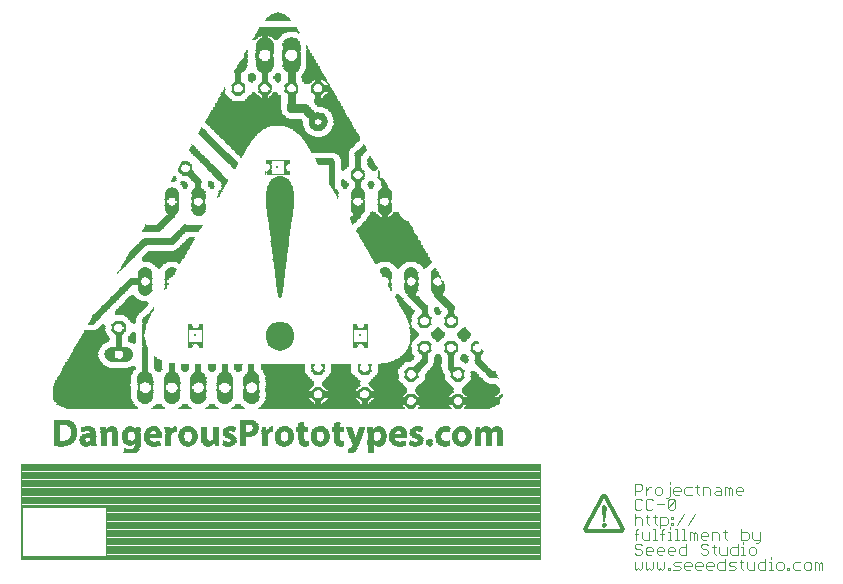
<source format=gto>
G75*
G70*
%OFA0B0*%
%FSLAX24Y24*%
%IPPOS*%
%LPD*%
%AMOC8*
5,1,8,0,0,1.08239X$1,22.5*
%
%ADD10C,0.0039*%
%ADD11C,0.0050*%
%ADD12C,0.0120*%
%ADD13C,0.0030*%
%ADD14R,0.0440X0.0010*%
%ADD15R,0.0180X0.0010*%
%ADD16R,0.0210X0.0010*%
%ADD17R,0.0470X0.0010*%
%ADD18R,0.0220X0.0010*%
%ADD19R,0.0240X0.0010*%
%ADD20R,0.0480X0.0010*%
%ADD21R,0.0260X0.0010*%
%ADD22R,0.0490X0.0010*%
%ADD23R,0.0270X0.0010*%
%ADD24R,0.0500X0.0010*%
%ADD25R,0.0510X0.0010*%
%ADD26R,0.0280X0.0010*%
%ADD27R,0.0120X0.0010*%
%ADD28R,0.0250X0.0010*%
%ADD29R,0.0060X0.0010*%
%ADD30R,0.0230X0.0010*%
%ADD31R,0.0030X0.0010*%
%ADD32R,0.0200X0.0010*%
%ADD33R,0.0190X0.0010*%
%ADD34R,0.0130X0.0010*%
%ADD35R,0.0140X0.0010*%
%ADD36R,0.0170X0.0010*%
%ADD37R,0.0150X0.0010*%
%ADD38R,0.0160X0.0010*%
%ADD39R,0.0090X0.0010*%
%ADD40R,0.0100X0.0010*%
%ADD41R,0.0410X0.0010*%
%ADD42R,0.0300X0.0010*%
%ADD43R,0.0290X0.0010*%
%ADD44R,0.0380X0.0010*%
%ADD45R,0.0340X0.0010*%
%ADD46R,0.0310X0.0010*%
%ADD47R,0.0350X0.0010*%
%ADD48R,0.0320X0.0010*%
%ADD49R,0.0400X0.0010*%
%ADD50R,0.0360X0.0010*%
%ADD51R,0.0330X0.0010*%
%ADD52R,0.0370X0.0010*%
%ADD53R,0.0530X0.0010*%
%ADD54R,0.0390X0.0010*%
%ADD55R,0.0560X0.0010*%
%ADD56R,0.0450X0.0010*%
%ADD57R,0.0430X0.0010*%
%ADD58R,0.0540X0.0010*%
%ADD59R,0.0520X0.0010*%
%ADD60R,0.0550X0.0010*%
%ADD61R,0.0460X0.0010*%
%ADD62R,0.0590X0.0010*%
%ADD63R,0.0420X0.0010*%
%ADD64R,0.0600X0.0010*%
%ADD65R,0.0570X0.0010*%
%ADD66R,0.0610X0.0010*%
%ADD67R,0.0580X0.0010*%
%ADD68R,0.0630X0.0010*%
%ADD69R,0.0640X0.0010*%
%ADD70R,0.0650X0.0010*%
%ADD71R,0.0660X0.0010*%
%ADD72R,0.0110X0.0010*%
%ADD73R,0.0050X0.0010*%
%ADD74R,0.0070X0.0010*%
%ADD75R,0.0040X0.0010*%
%ADD76R,0.0020X0.0010*%
%ADD77R,0.0010X0.0010*%
%ADD78R,0.0910X0.0010*%
%ADD79R,0.0900X0.0010*%
%ADD80R,0.0080X0.0010*%
%ADD81R,0.0680X0.0010*%
%ADD82R,0.0620X0.0010*%
%ADD83R,0.2340X0.0010*%
%ADD84R,0.4900X0.0010*%
%ADD85R,0.1140X0.0010*%
%ADD86R,0.0800X0.0010*%
%ADD87R,0.2370X0.0010*%
%ADD88R,0.4860X0.0010*%
%ADD89R,0.1120X0.0010*%
%ADD90R,0.0840X0.0010*%
%ADD91R,0.2380X0.0010*%
%ADD92R,0.4850X0.0010*%
%ADD93R,0.1100X0.0010*%
%ADD94R,0.2400X0.0010*%
%ADD95R,0.4810X0.0010*%
%ADD96R,0.1080X0.0010*%
%ADD97R,0.0870X0.0010*%
%ADD98R,0.2430X0.0010*%
%ADD99R,0.4790X0.0010*%
%ADD100R,0.1060X0.0010*%
%ADD101R,0.4770X0.0010*%
%ADD102R,0.1040X0.0010*%
%ADD103R,0.2440X0.0010*%
%ADD104R,0.4750X0.0010*%
%ADD105R,0.1020X0.0010*%
%ADD106R,0.0930X0.0010*%
%ADD107R,0.2490X0.0010*%
%ADD108R,0.4730X0.0010*%
%ADD109R,0.1010X0.0010*%
%ADD110R,0.0960X0.0010*%
%ADD111R,0.1000X0.0010*%
%ADD112R,0.2500X0.0010*%
%ADD113R,0.0990X0.0010*%
%ADD114R,0.0980X0.0010*%
%ADD115R,0.2520X0.0010*%
%ADD116R,0.4680X0.0010*%
%ADD117R,0.0940X0.0010*%
%ADD118R,0.0950X0.0010*%
%ADD119R,0.0920X0.0010*%
%ADD120R,0.4670X0.0010*%
%ADD121R,0.2530X0.0010*%
%ADD122R,0.4650X0.0010*%
%ADD123R,0.2540X0.0010*%
%ADD124R,0.2570X0.0010*%
%ADD125R,0.1700X0.0010*%
%ADD126R,0.1290X0.0010*%
%ADD127R,0.1300X0.0010*%
%ADD128R,0.1350X0.0010*%
%ADD129R,0.1260X0.0010*%
%ADD130R,0.2550X0.0010*%
%ADD131R,0.1670X0.0010*%
%ADD132R,0.1280X0.0010*%
%ADD133R,0.1320X0.0010*%
%ADD134R,0.1250X0.0010*%
%ADD135R,0.1660X0.0010*%
%ADD136R,0.1310X0.0010*%
%ADD137R,0.1650X0.0010*%
%ADD138R,0.1230X0.0010*%
%ADD139R,0.1270X0.0010*%
%ADD140R,0.1640X0.0010*%
%ADD141R,0.1200X0.0010*%
%ADD142R,0.1240X0.0010*%
%ADD143R,0.2560X0.0010*%
%ADD144R,0.1620X0.0010*%
%ADD145R,0.1190X0.0010*%
%ADD146R,0.1600X0.0010*%
%ADD147R,0.1180X0.0010*%
%ADD148R,0.2590X0.0010*%
%ADD149R,0.1580X0.0010*%
%ADD150R,0.1160X0.0010*%
%ADD151R,0.1570X0.0010*%
%ADD152R,0.2580X0.0010*%
%ADD153R,0.1550X0.0010*%
%ADD154R,0.1540X0.0010*%
%ADD155R,0.1520X0.0010*%
%ADD156R,0.1510X0.0010*%
%ADD157R,0.1170X0.0010*%
%ADD158R,0.1500X0.0010*%
%ADD159R,0.1150X0.0010*%
%ADD160R,0.1490X0.0010*%
%ADD161R,0.1480X0.0010*%
%ADD162R,0.1460X0.0010*%
%ADD163R,0.1450X0.0010*%
%ADD164R,0.1130X0.0010*%
%ADD165R,0.1440X0.0010*%
%ADD166R,0.1430X0.0010*%
%ADD167R,0.1330X0.0010*%
%ADD168R,0.1340X0.0010*%
%ADD169R,0.1630X0.0010*%
%ADD170R,0.1610X0.0010*%
%ADD171R,0.0970X0.0010*%
%ADD172R,0.1030X0.0010*%
%ADD173R,0.1590X0.0010*%
%ADD174R,0.1050X0.0010*%
%ADD175R,0.1090X0.0010*%
%ADD176R,0.1110X0.0010*%
%ADD177R,0.1210X0.0010*%
%ADD178R,0.1220X0.0010*%
%ADD179R,0.1470X0.0010*%
%ADD180R,0.1070X0.0010*%
%ADD181R,0.1530X0.0010*%
%ADD182R,0.1560X0.0010*%
%ADD183R,0.0740X0.0010*%
%ADD184R,0.0730X0.0010*%
%ADD185R,0.0890X0.0010*%
%ADD186R,0.0850X0.0010*%
%ADD187R,0.0830X0.0010*%
%ADD188R,0.2510X0.0010*%
%ADD189R,0.0810X0.0010*%
%ADD190R,0.0790X0.0010*%
%ADD191R,0.0770X0.0010*%
%ADD192R,0.0760X0.0010*%
%ADD193R,0.0720X0.0010*%
%ADD194R,0.0690X0.0010*%
%ADD195R,0.2480X0.0010*%
%ADD196R,0.2470X0.0010*%
%ADD197R,0.0670X0.0010*%
%ADD198R,0.0880X0.0010*%
%ADD199R,0.2460X0.0010*%
%ADD200R,0.0860X0.0010*%
%ADD201R,0.2450X0.0010*%
%ADD202R,0.2420X0.0010*%
%ADD203R,0.1420X0.0010*%
%ADD204R,0.1410X0.0010*%
%ADD205R,0.0780X0.0010*%
%ADD206R,0.1400X0.0010*%
%ADD207R,0.0820X0.0010*%
%ADD208R,0.1390X0.0010*%
%ADD209R,0.0750X0.0010*%
%ADD210R,0.1380X0.0010*%
%ADD211R,0.0710X0.0010*%
%ADD212R,0.1370X0.0010*%
%ADD213R,0.0700X0.0010*%
%ADD214R,0.1360X0.0010*%
%ADD215R,0.2410X0.0010*%
%ADD216R,0.1900X0.0010*%
%ADD217R,0.1890X0.0010*%
%ADD218R,0.1910X0.0010*%
%ADD219R,0.1880X0.0010*%
%ADD220R,0.1870X0.0010*%
%ADD221R,0.1860X0.0010*%
%ADD222R,0.1840X0.0010*%
%ADD223R,0.1820X0.0010*%
%ADD224R,0.1800X0.0010*%
%ADD225R,0.1780X0.0010*%
%ADD226R,0.1770X0.0010*%
%ADD227R,0.1740X0.0010*%
%ADD228R,0.1730X0.0010*%
%ADD229R,0.1710X0.0010*%
%ADD230R,0.1690X0.0010*%
%ADD231R,0.1760X0.0010*%
%ADD232R,0.1790X0.0010*%
%ADD233R,0.1810X0.0010*%
%ADD234R,0.1830X0.0010*%
%ADD235R,0.1850X0.0010*%
%ADD236R,0.1920X0.0010*%
%ADD237R,0.1930X0.0010*%
%ADD238R,0.1950X0.0010*%
%ADD239R,0.1940X0.0010*%
%ADD240R,0.1720X0.0010*%
%ADD241R,0.2020X0.0010*%
%ADD242R,0.2080X0.0010*%
%ADD243R,0.2090X0.0010*%
%ADD244R,0.2160X0.0010*%
%ADD245R,0.3150X0.0010*%
%ADD246R,0.3160X0.0010*%
%ADD247R,0.3180X0.0010*%
%ADD248R,0.3190X0.0010*%
%ADD249R,0.3210X0.0010*%
%ADD250R,0.3220X0.0010*%
%ADD251R,0.3240X0.0010*%
%ADD252R,0.3250X0.0010*%
%ADD253R,0.3230X0.0010*%
%ADD254R,0.3200X0.0010*%
%ADD255R,0.3170X0.0010*%
%ADD256R,0.3130X0.0010*%
%ADD257R,0.3120X0.0010*%
%ADD258R,0.2760X0.0010*%
%ADD259R,0.2720X0.0010*%
%ADD260R,0.2690X0.0010*%
%ADD261R,0.2630X0.0010*%
%ADD262R,0.2620X0.0010*%
%ADD263R,0.2390X0.0010*%
%ADD264R,0.2360X0.0010*%
%ADD265R,0.2330X0.0010*%
%ADD266R,0.2320X0.0010*%
%ADD267R,0.2310X0.0010*%
%ADD268R,0.2290X0.0010*%
%ADD269R,0.2280X0.0010*%
%ADD270R,0.2270X0.0010*%
%ADD271R,0.2260X0.0010*%
%ADD272R,0.2250X0.0010*%
%ADD273R,0.2240X0.0010*%
%ADD274R,0.2230X0.0010*%
%ADD275R,0.2220X0.0010*%
%ADD276R,0.2200X0.0010*%
%ADD277R,0.2190X0.0010*%
%ADD278R,0.2180X0.0010*%
%ADD279R,0.2170X0.0010*%
%ADD280R,0.2140X0.0010*%
%ADD281C,0.0040*%
%ADD282R,0.0128X0.0197*%
%ADD283R,0.0059X0.0098*%
%ADD284R,0.0157X0.0069*%
%ADD285R,0.0079X0.0079*%
%ADD286R,0.0118X0.0118*%
%ADD287R,0.0128X0.0030*%
%ADD288R,0.0197X0.0128*%
%ADD289R,0.0098X0.0059*%
%ADD290R,0.0069X0.0157*%
%ADD291R,0.0030X0.0128*%
%ADD292R,0.2854X0.0049*%
%ADD293R,0.0098X0.0049*%
%ADD294R,0.0541X0.0049*%
%ADD295R,0.0394X0.0049*%
%ADD296R,0.0197X0.0049*%
%ADD297R,0.0443X0.0049*%
%ADD298R,0.0295X0.0049*%
%ADD299R,0.0344X0.0049*%
%ADD300R,0.0246X0.0049*%
%ADD301R,0.0640X0.0049*%
%ADD302R,0.0492X0.0049*%
%ADD303R,0.0591X0.0049*%
%ADD304R,0.0787X0.0049*%
%ADD305R,0.0837X0.0049*%
%ADD306R,0.0148X0.0049*%
%ADD307R,0.0049X0.0049*%
%ADD308R,0.0689X0.0049*%
%ADD309R,0.0738X0.0049*%
%ADD310R,0.0935X0.0049*%
D10*
X001342Y000850D02*
X001342Y004000D01*
X018665Y004000D01*
X018665Y000850D01*
X004197Y000850D01*
X001342Y000850D01*
X001342Y000882D02*
X004197Y000882D01*
X018665Y000882D01*
X018665Y000920D02*
X004197Y000920D01*
X001342Y000920D01*
X001342Y000957D02*
X001392Y000957D01*
X001392Y000949D02*
X004197Y000949D01*
X004197Y000850D01*
X004197Y002573D01*
X001392Y002573D01*
X001392Y000949D01*
X001392Y000995D02*
X001342Y000995D01*
X001342Y001033D02*
X001392Y001033D01*
X001392Y001071D02*
X001342Y001071D01*
X001342Y001109D02*
X001392Y001109D01*
X001392Y001147D02*
X001342Y001147D01*
X001342Y001185D02*
X001392Y001185D01*
X001392Y001223D02*
X001342Y001223D01*
X001342Y001261D02*
X001392Y001261D01*
X001392Y001299D02*
X001342Y001299D01*
X001342Y001337D02*
X001392Y001337D01*
X001392Y001374D02*
X001342Y001374D01*
X001342Y001412D02*
X001392Y001412D01*
X001392Y001450D02*
X001342Y001450D01*
X001342Y001488D02*
X001392Y001488D01*
X001392Y001526D02*
X001342Y001526D01*
X001342Y001564D02*
X001392Y001564D01*
X001392Y001602D02*
X001342Y001602D01*
X001342Y001640D02*
X001392Y001640D01*
X001392Y001678D02*
X001342Y001678D01*
X001342Y001716D02*
X001392Y001716D01*
X001392Y001754D02*
X001342Y001754D01*
X001342Y001792D02*
X001392Y001792D01*
X001392Y001829D02*
X001342Y001829D01*
X001342Y001867D02*
X001392Y001867D01*
X001392Y001905D02*
X001342Y001905D01*
X001342Y001943D02*
X001392Y001943D01*
X001392Y001981D02*
X001342Y001981D01*
X001342Y002019D02*
X001392Y002019D01*
X001392Y002057D02*
X001342Y002057D01*
X001342Y002095D02*
X001392Y002095D01*
X001392Y002133D02*
X001342Y002133D01*
X001342Y002171D02*
X001392Y002171D01*
X001392Y002209D02*
X001342Y002209D01*
X001342Y002246D02*
X001392Y002246D01*
X001392Y002284D02*
X001342Y002284D01*
X001342Y002322D02*
X001392Y002322D01*
X001392Y002360D02*
X001342Y002360D01*
X001342Y002398D02*
X001392Y002398D01*
X001392Y002436D02*
X001342Y002436D01*
X001342Y002474D02*
X001392Y002474D01*
X001392Y002512D02*
X001342Y002512D01*
X001342Y002550D02*
X001392Y002550D01*
X001342Y002588D02*
X018665Y002588D01*
X018665Y002626D02*
X001342Y002626D01*
X001342Y002664D02*
X018665Y002664D01*
X018665Y002701D02*
X001342Y002701D01*
X001342Y002739D02*
X018665Y002739D01*
X018665Y002777D02*
X001342Y002777D01*
X001342Y002815D02*
X018665Y002815D01*
X018665Y002853D02*
X001342Y002853D01*
X001342Y002891D02*
X018665Y002891D01*
X018665Y002929D02*
X001342Y002929D01*
X001342Y002967D02*
X018665Y002967D01*
X018665Y003005D02*
X001342Y003005D01*
X001342Y003043D02*
X018665Y003043D01*
X018665Y003081D02*
X001342Y003081D01*
X001342Y003119D02*
X018665Y003119D01*
X018665Y003156D02*
X001342Y003156D01*
X001342Y003194D02*
X018665Y003194D01*
X018665Y003232D02*
X001342Y003232D01*
X001342Y003270D02*
X018665Y003270D01*
X018665Y003308D02*
X001342Y003308D01*
X001342Y003346D02*
X018665Y003346D01*
X018665Y003384D02*
X001342Y003384D01*
X001342Y003422D02*
X018665Y003422D01*
X018665Y003460D02*
X001342Y003460D01*
X001342Y003498D02*
X018665Y003498D01*
X018665Y003536D02*
X001342Y003536D01*
X001342Y003573D02*
X018665Y003573D01*
X018665Y003611D02*
X001342Y003611D01*
X001342Y003649D02*
X018665Y003649D01*
X018665Y003687D02*
X001342Y003687D01*
X001342Y003725D02*
X018665Y003725D01*
X018665Y003763D02*
X001342Y003763D01*
X001342Y003801D02*
X018665Y003801D01*
X018665Y003839D02*
X001342Y003839D01*
X001342Y003877D02*
X018665Y003877D01*
X018665Y003915D02*
X001342Y003915D01*
X001342Y003953D02*
X018665Y003953D01*
X018665Y003991D02*
X001342Y003991D01*
X004197Y002550D02*
X018665Y002550D01*
X018665Y002512D02*
X004197Y002512D01*
X004197Y002474D02*
X018665Y002474D01*
X018665Y002436D02*
X004197Y002436D01*
X004197Y002398D02*
X018665Y002398D01*
X018665Y002360D02*
X004197Y002360D01*
X004197Y002322D02*
X018665Y002322D01*
X018665Y002284D02*
X004197Y002284D01*
X004197Y002246D02*
X018665Y002246D01*
X018665Y002209D02*
X004197Y002209D01*
X004197Y002171D02*
X018665Y002171D01*
X018665Y002133D02*
X004197Y002133D01*
X004197Y002095D02*
X018665Y002095D01*
X018665Y002057D02*
X004197Y002057D01*
X004197Y002019D02*
X018665Y002019D01*
X018665Y001981D02*
X004197Y001981D01*
X004197Y001943D02*
X018665Y001943D01*
X018665Y001905D02*
X004197Y001905D01*
X004197Y001867D02*
X018665Y001867D01*
X018665Y001829D02*
X004197Y001829D01*
X004197Y001792D02*
X018665Y001792D01*
X018665Y001754D02*
X004197Y001754D01*
X004197Y001716D02*
X018665Y001716D01*
X018665Y001678D02*
X004197Y001678D01*
X004197Y001640D02*
X018665Y001640D01*
X018665Y001602D02*
X004197Y001602D01*
X004197Y001564D02*
X018665Y001564D01*
X018665Y001526D02*
X004197Y001526D01*
X004197Y001488D02*
X018665Y001488D01*
X018665Y001450D02*
X004197Y001450D01*
X004197Y001412D02*
X018665Y001412D01*
X018665Y001374D02*
X004197Y001374D01*
X004197Y001337D02*
X018665Y001337D01*
X018665Y001299D02*
X004197Y001299D01*
X004197Y001261D02*
X018665Y001261D01*
X018665Y001223D02*
X004197Y001223D01*
X004197Y001185D02*
X018665Y001185D01*
X018665Y001147D02*
X004197Y001147D01*
X004197Y001109D02*
X018665Y001109D01*
X018665Y001071D02*
X004197Y001071D01*
X004197Y001033D02*
X018665Y001033D01*
X018665Y000995D02*
X004197Y000995D01*
X004197Y000957D02*
X018665Y000957D01*
D11*
X020742Y001980D02*
X020744Y001993D01*
X020749Y002005D01*
X020758Y002016D01*
X020768Y002024D01*
X020781Y002028D01*
X020794Y002029D01*
X020807Y002026D01*
X020819Y002020D01*
X020829Y002011D01*
X020836Y002000D01*
X020840Y001987D01*
X020840Y001973D01*
X020836Y001960D01*
X020829Y001949D01*
X020819Y001940D01*
X020807Y001934D01*
X020794Y001931D01*
X020781Y001932D01*
X020768Y001936D01*
X020758Y001944D01*
X020749Y001955D01*
X020744Y001967D01*
X020742Y001980D01*
X020791Y002128D02*
X020840Y002571D01*
X020742Y002571D01*
X020791Y002128D01*
X020789Y002152D02*
X020794Y002152D01*
X020799Y002200D02*
X020783Y002200D01*
X020778Y002249D02*
X020805Y002249D01*
X020810Y002297D02*
X020772Y002297D01*
X020767Y002346D02*
X020815Y002346D01*
X020821Y002394D02*
X020762Y002394D01*
X020756Y002443D02*
X020826Y002443D01*
X020832Y002491D02*
X020751Y002491D01*
X020745Y002540D02*
X020837Y002540D01*
X020840Y002571D02*
X020838Y002584D01*
X020833Y002595D01*
X020826Y002606D01*
X020816Y002613D01*
X020804Y002618D01*
X020791Y002620D01*
X020778Y002618D01*
X020767Y002613D01*
X020756Y002606D01*
X020749Y002595D01*
X020744Y002584D01*
X020742Y002571D01*
D12*
X020767Y002964D02*
X020816Y002964D01*
X021431Y001833D01*
X021382Y001783D01*
X020201Y001783D01*
X020151Y001833D01*
X020767Y002964D01*
D13*
X021806Y002995D02*
X021806Y003365D01*
X021991Y003365D01*
X022053Y003304D01*
X022053Y003180D01*
X021991Y003119D01*
X021806Y003119D01*
X021868Y002865D02*
X021806Y002804D01*
X021806Y002557D01*
X021868Y002495D01*
X021991Y002495D01*
X022053Y002557D01*
X022174Y002557D02*
X022236Y002495D01*
X022360Y002495D01*
X022421Y002557D01*
X022543Y002680D02*
X022790Y002680D01*
X022911Y002557D02*
X023158Y002804D01*
X023158Y002557D01*
X023096Y002495D01*
X022973Y002495D01*
X022911Y002557D01*
X022911Y002804D01*
X022973Y002865D01*
X023096Y002865D01*
X023158Y002804D01*
X023157Y002995D02*
X023095Y003057D01*
X023095Y003180D01*
X023157Y003242D01*
X023280Y003242D01*
X023342Y003180D01*
X023342Y003119D01*
X023095Y003119D01*
X023157Y002995D02*
X023280Y002995D01*
X023464Y003057D02*
X023525Y002995D01*
X023710Y002995D01*
X023894Y003057D02*
X023955Y002995D01*
X023894Y003057D02*
X023894Y003304D01*
X023955Y003242D02*
X023832Y003242D01*
X023710Y003242D02*
X023525Y003242D01*
X023464Y003180D01*
X023464Y003057D01*
X022973Y002933D02*
X022973Y003242D01*
X022973Y003365D02*
X022973Y003427D01*
X022728Y003180D02*
X022667Y003242D01*
X022543Y003242D01*
X022481Y003180D01*
X022481Y003057D01*
X022543Y002995D01*
X022667Y002995D01*
X022728Y003057D01*
X022728Y003180D01*
X022850Y002872D02*
X022911Y002872D01*
X022973Y002933D01*
X022421Y002804D02*
X022360Y002865D01*
X022236Y002865D01*
X022174Y002804D01*
X022174Y002557D01*
X022236Y002304D02*
X022236Y002057D01*
X022298Y001995D01*
X022420Y001865D02*
X022482Y001865D01*
X022482Y001495D01*
X022543Y001495D02*
X022420Y001495D01*
X022299Y001495D02*
X022299Y001742D01*
X022299Y001495D02*
X022113Y001495D01*
X022052Y001557D01*
X022052Y001742D01*
X021930Y001680D02*
X021806Y001680D01*
X021868Y001804D02*
X021868Y001495D01*
X021868Y001365D02*
X021806Y001304D01*
X021806Y001242D01*
X021868Y001180D01*
X021991Y001180D01*
X022053Y001119D01*
X022053Y001057D01*
X021991Y000995D01*
X021868Y000995D01*
X021806Y001057D01*
X021868Y001365D02*
X021991Y001365D01*
X022053Y001304D01*
X022174Y001180D02*
X022236Y001242D01*
X022360Y001242D01*
X022421Y001180D01*
X022421Y001119D01*
X022174Y001119D01*
X022174Y001180D02*
X022174Y001057D01*
X022236Y000995D01*
X022360Y000995D01*
X022543Y001057D02*
X022543Y001180D01*
X022604Y001242D01*
X022728Y001242D01*
X022790Y001180D01*
X022790Y001119D01*
X022543Y001119D01*
X022543Y001057D02*
X022604Y000995D01*
X022728Y000995D01*
X022911Y001057D02*
X022973Y000995D01*
X023096Y000995D01*
X023158Y001119D02*
X022911Y001119D01*
X022911Y001180D02*
X022973Y001242D01*
X023096Y001242D01*
X023158Y001180D01*
X023158Y001119D01*
X023279Y001180D02*
X023341Y001242D01*
X023526Y001242D01*
X023526Y001365D02*
X023526Y000995D01*
X023341Y000995D01*
X023279Y001057D01*
X023279Y001180D01*
X022911Y001180D02*
X022911Y001057D01*
X022790Y000742D02*
X022790Y000557D01*
X022728Y000495D01*
X022666Y000557D01*
X022604Y000495D01*
X022543Y000557D01*
X022543Y000742D01*
X022421Y000742D02*
X022421Y000557D01*
X022360Y000495D01*
X022298Y000557D01*
X022236Y000495D01*
X022174Y000557D01*
X022174Y000742D01*
X022053Y000742D02*
X022053Y000557D01*
X021991Y000495D01*
X021930Y000557D01*
X021868Y000495D01*
X021806Y000557D01*
X021806Y000742D01*
X022911Y000557D02*
X022973Y000557D01*
X022973Y000495D01*
X022911Y000495D01*
X022911Y000557D01*
X023095Y000495D02*
X023280Y000495D01*
X023342Y000557D01*
X023280Y000619D01*
X023157Y000619D01*
X023095Y000680D01*
X023157Y000742D01*
X023342Y000742D01*
X023464Y000680D02*
X023525Y000742D01*
X023649Y000742D01*
X023710Y000680D01*
X023710Y000619D01*
X023464Y000619D01*
X023464Y000680D02*
X023464Y000557D01*
X023525Y000495D01*
X023649Y000495D01*
X023832Y000557D02*
X023832Y000680D01*
X023894Y000742D01*
X024017Y000742D01*
X024079Y000680D01*
X024079Y000619D01*
X023832Y000619D01*
X023832Y000557D02*
X023894Y000495D01*
X024017Y000495D01*
X024200Y000557D02*
X024200Y000680D01*
X024262Y000742D01*
X024385Y000742D01*
X024447Y000680D01*
X024447Y000619D01*
X024200Y000619D01*
X024200Y000557D02*
X024262Y000495D01*
X024385Y000495D01*
X024568Y000557D02*
X024568Y000680D01*
X024630Y000742D01*
X024815Y000742D01*
X024815Y000865D02*
X024815Y000495D01*
X024630Y000495D01*
X024568Y000557D01*
X024937Y000495D02*
X025122Y000495D01*
X025184Y000557D01*
X025122Y000619D01*
X024998Y000619D01*
X024937Y000680D01*
X024998Y000742D01*
X025184Y000742D01*
X025305Y000742D02*
X025429Y000742D01*
X025367Y000804D02*
X025367Y000557D01*
X025429Y000495D01*
X025551Y000557D02*
X025612Y000495D01*
X025797Y000495D01*
X025797Y000742D01*
X025919Y000680D02*
X025919Y000557D01*
X025981Y000495D01*
X026166Y000495D01*
X026166Y000865D01*
X026166Y000742D02*
X025981Y000742D01*
X025919Y000680D01*
X025797Y000995D02*
X025859Y001057D01*
X025859Y001180D01*
X025797Y001242D01*
X025674Y001242D01*
X025612Y001180D01*
X025612Y001057D01*
X025674Y000995D01*
X025797Y000995D01*
X025490Y000995D02*
X025366Y000995D01*
X025428Y000995D02*
X025428Y001242D01*
X025366Y001242D01*
X025245Y001242D02*
X025060Y001242D01*
X024998Y001180D01*
X024998Y001057D01*
X025060Y000995D01*
X025245Y000995D01*
X025245Y001365D01*
X025366Y001495D02*
X025551Y001495D01*
X025613Y001557D01*
X025613Y001680D01*
X025551Y001742D01*
X025366Y001742D01*
X025366Y001865D02*
X025366Y001495D01*
X025428Y001427D02*
X025428Y001365D01*
X025735Y001557D02*
X025796Y001495D01*
X025981Y001495D01*
X025981Y001433D02*
X025920Y001372D01*
X025858Y001372D01*
X025981Y001433D02*
X025981Y001742D01*
X025735Y001742D02*
X025735Y001557D01*
X024876Y001495D02*
X024814Y001557D01*
X024814Y001804D01*
X024752Y001742D02*
X024876Y001742D01*
X024631Y001680D02*
X024631Y001495D01*
X024631Y001680D02*
X024569Y001742D01*
X024384Y001742D01*
X024384Y001495D01*
X024263Y001619D02*
X024016Y001619D01*
X024016Y001680D02*
X024078Y001742D01*
X024201Y001742D01*
X024263Y001680D01*
X024263Y001619D01*
X024201Y001495D02*
X024078Y001495D01*
X024016Y001557D01*
X024016Y001680D01*
X023894Y001680D02*
X023894Y001495D01*
X023771Y001495D02*
X023771Y001680D01*
X023833Y001742D01*
X023894Y001680D01*
X023771Y001680D02*
X023709Y001742D01*
X023648Y001742D01*
X023648Y001495D01*
X023525Y001495D02*
X023402Y001495D01*
X023464Y001495D02*
X023464Y001865D01*
X023402Y001865D01*
X023218Y001865D02*
X023218Y001495D01*
X023157Y001495D02*
X023280Y001495D01*
X023034Y001495D02*
X022911Y001495D01*
X022973Y001495D02*
X022973Y001742D01*
X022911Y001742D01*
X022789Y001680D02*
X022666Y001680D01*
X022727Y001804D02*
X022727Y001495D01*
X022727Y001804D02*
X022789Y001865D01*
X022666Y001872D02*
X022666Y002242D01*
X022851Y002242D01*
X022912Y002180D01*
X022912Y002057D01*
X022851Y001995D01*
X022666Y001995D01*
X022543Y001995D02*
X022482Y002057D01*
X022482Y002304D01*
X022543Y002242D02*
X022420Y002242D01*
X022298Y002242D02*
X022174Y002242D01*
X022053Y002180D02*
X022053Y001995D01*
X021930Y001865D02*
X021868Y001804D01*
X021806Y001995D02*
X021806Y002365D01*
X021868Y002242D02*
X021991Y002242D01*
X022053Y002180D01*
X021868Y002242D02*
X021806Y002180D01*
X022053Y002804D02*
X021991Y002865D01*
X021868Y002865D01*
X022174Y002995D02*
X022174Y003242D01*
X022174Y003119D02*
X022298Y003242D01*
X022360Y003242D01*
X023034Y002242D02*
X023034Y002180D01*
X023096Y002180D01*
X023096Y002242D01*
X023034Y002242D01*
X023034Y002057D02*
X023034Y001995D01*
X023096Y001995D01*
X023096Y002057D01*
X023034Y002057D01*
X022973Y001927D02*
X022973Y001865D01*
X023157Y001865D02*
X023218Y001865D01*
X023218Y001995D02*
X023465Y002365D01*
X023833Y002365D02*
X023586Y001995D01*
X024078Y001365D02*
X024016Y001304D01*
X024016Y001242D01*
X024078Y001180D01*
X024201Y001180D01*
X024263Y001119D01*
X024263Y001057D01*
X024201Y000995D01*
X024078Y000995D01*
X024016Y001057D01*
X024078Y001365D02*
X024201Y001365D01*
X024263Y001304D01*
X024384Y001242D02*
X024508Y001242D01*
X024446Y001304D02*
X024446Y001057D01*
X024508Y000995D01*
X024630Y001057D02*
X024692Y000995D01*
X024877Y000995D01*
X024877Y001242D01*
X024630Y001242D02*
X024630Y001057D01*
X025551Y000742D02*
X025551Y000557D01*
X026287Y000495D02*
X026411Y000495D01*
X026349Y000495D02*
X026349Y000742D01*
X026287Y000742D01*
X026349Y000865D02*
X026349Y000927D01*
X026594Y000742D02*
X026533Y000680D01*
X026533Y000557D01*
X026594Y000495D01*
X026718Y000495D01*
X026780Y000557D01*
X026780Y000680D01*
X026718Y000742D01*
X026594Y000742D01*
X026901Y000557D02*
X026963Y000557D01*
X026963Y000495D01*
X026901Y000495D01*
X026901Y000557D01*
X027085Y000557D02*
X027085Y000680D01*
X027147Y000742D01*
X027332Y000742D01*
X027453Y000680D02*
X027453Y000557D01*
X027515Y000495D01*
X027639Y000495D01*
X027700Y000557D01*
X027700Y000680D01*
X027639Y000742D01*
X027515Y000742D01*
X027453Y000680D01*
X027332Y000495D02*
X027147Y000495D01*
X027085Y000557D01*
X027822Y000495D02*
X027822Y000742D01*
X027883Y000742D01*
X027945Y000680D01*
X028007Y000742D01*
X028069Y000680D01*
X028069Y000495D01*
X027945Y000495D02*
X027945Y000680D01*
X025367Y002995D02*
X025244Y002995D01*
X025182Y003057D01*
X025182Y003180D01*
X025244Y003242D01*
X025367Y003242D01*
X025429Y003180D01*
X025429Y003119D01*
X025182Y003119D01*
X025061Y003180D02*
X025061Y002995D01*
X024937Y002995D02*
X024937Y003180D01*
X024999Y003242D01*
X025061Y003180D01*
X024937Y003180D02*
X024876Y003242D01*
X024814Y003242D01*
X024814Y002995D01*
X024692Y002995D02*
X024692Y003180D01*
X024631Y003242D01*
X024507Y003242D01*
X024507Y003119D02*
X024692Y003119D01*
X024692Y002995D02*
X024507Y002995D01*
X024446Y003057D01*
X024507Y003119D01*
X024324Y003180D02*
X024324Y002995D01*
X024324Y003180D02*
X024262Y003242D01*
X024077Y003242D01*
X024077Y002995D01*
D14*
X016130Y008266D03*
X015250Y008266D03*
X015250Y008356D03*
X015250Y008366D03*
X014240Y007576D03*
X015170Y007126D03*
X015430Y005096D03*
X015430Y004736D03*
X015430Y004726D03*
X014530Y004706D03*
X014530Y004696D03*
X013960Y004646D03*
X013940Y005146D03*
X011320Y004666D03*
X009040Y006116D03*
X008150Y006126D03*
X008310Y004726D03*
X005800Y004646D03*
X005760Y005146D03*
X004990Y004396D03*
X004990Y004386D03*
X003580Y005156D03*
X003570Y005166D03*
X005500Y006966D03*
X005080Y009456D03*
X005500Y009766D03*
X005500Y009776D03*
X005500Y010386D03*
X005500Y010396D03*
X005500Y010406D03*
X006690Y011116D03*
X007270Y012416D03*
X007270Y012426D03*
X007270Y013056D03*
X007270Y013066D03*
X006390Y013046D03*
X009970Y010816D03*
X009970Y010806D03*
X009970Y010796D03*
X009970Y010786D03*
X009970Y010776D03*
X009970Y010766D03*
X009970Y010756D03*
X009970Y010746D03*
X009970Y010736D03*
X012590Y012426D03*
X013130Y012216D03*
X013480Y012426D03*
X013480Y012436D03*
X013480Y012446D03*
X013480Y013046D03*
X013480Y013056D03*
X013480Y013066D03*
X010570Y015186D03*
X009130Y016196D03*
X009130Y016206D03*
X008140Y016136D03*
X009480Y017126D03*
X010370Y017126D03*
X011080Y017216D03*
X011080Y017226D03*
X011080Y017236D03*
X011650Y016236D03*
X011650Y016226D03*
X013920Y010696D03*
X014370Y010396D03*
X015250Y009776D03*
X015250Y009766D03*
D15*
X015210Y009146D03*
X014280Y008916D03*
X014280Y008906D03*
X014430Y008426D03*
X014430Y008206D03*
X014430Y008196D03*
X014280Y007766D03*
X015250Y007606D03*
X015740Y007106D03*
X014100Y005086D03*
X014100Y005076D03*
X014120Y005046D03*
X014120Y005036D03*
X014130Y005026D03*
X014130Y005016D03*
X014130Y005006D03*
X013740Y005036D03*
X013740Y005046D03*
X013730Y005026D03*
X013730Y005016D03*
X013730Y005006D03*
X013730Y004996D03*
X013730Y004986D03*
X013730Y004856D03*
X013730Y004846D03*
X013730Y004836D03*
X013730Y004826D03*
X014500Y004606D03*
X014670Y004766D03*
X014670Y004776D03*
X014670Y004786D03*
X014670Y004796D03*
X015830Y004966D03*
X017330Y004976D03*
X017330Y004986D03*
X017330Y004996D03*
X017330Y005006D03*
X017330Y005016D03*
X017330Y004966D03*
X017330Y004956D03*
X017330Y004946D03*
X017330Y004936D03*
X017330Y004926D03*
X017330Y004916D03*
X017330Y004906D03*
X017330Y004896D03*
X017330Y004886D03*
X017330Y004876D03*
X017330Y004866D03*
X017330Y004856D03*
X017330Y004846D03*
X017330Y004836D03*
X017330Y004826D03*
X017330Y004816D03*
X017330Y004806D03*
X017330Y004796D03*
X017330Y004786D03*
X017330Y004776D03*
X017330Y004766D03*
X017330Y004756D03*
X017330Y004746D03*
X017330Y004736D03*
X017330Y004726D03*
X017330Y004716D03*
X017330Y004706D03*
X017330Y004696D03*
X017330Y004686D03*
X017330Y004676D03*
X017330Y004666D03*
X017330Y004656D03*
X017330Y004646D03*
X017330Y004636D03*
X017330Y004626D03*
X017330Y004616D03*
X012990Y005156D03*
X012990Y005166D03*
X012990Y005176D03*
X012680Y005086D03*
X012680Y005076D03*
X012680Y005066D03*
X012660Y005036D03*
X012660Y005026D03*
X012660Y005016D03*
X012650Y004996D03*
X012650Y004986D03*
X012650Y004976D03*
X012650Y004966D03*
X012630Y004926D03*
X012630Y004916D03*
X012620Y004886D03*
X012620Y004876D03*
X012420Y004846D03*
X012420Y004836D03*
X012410Y004866D03*
X012410Y004876D03*
X012380Y004956D03*
X012350Y004396D03*
X012350Y004386D03*
X010700Y004826D03*
X010700Y004836D03*
X010700Y004846D03*
X010700Y004856D03*
X010700Y004866D03*
X010700Y004876D03*
X010700Y004886D03*
X010700Y004896D03*
X010700Y004906D03*
X010700Y004916D03*
X010700Y004926D03*
X010700Y004936D03*
X010700Y004946D03*
X010700Y004956D03*
X010700Y004966D03*
X010700Y004976D03*
X010700Y004986D03*
X010700Y004996D03*
X010700Y005006D03*
X010700Y005016D03*
X010700Y005026D03*
X010700Y005036D03*
X010700Y005046D03*
X010700Y005056D03*
X010700Y005066D03*
X010700Y005246D03*
X010700Y005256D03*
X010700Y005266D03*
X010700Y005276D03*
X010700Y005286D03*
X010700Y005296D03*
X010700Y005306D03*
X010700Y005316D03*
X010700Y005326D03*
X010700Y005336D03*
X009660Y005156D03*
X008600Y005956D03*
X008600Y005966D03*
X008150Y006026D03*
X007710Y005956D03*
X007260Y006026D03*
X006830Y005956D03*
X006210Y006366D03*
X006210Y006376D03*
X006210Y006716D03*
X006570Y006706D03*
X006570Y006696D03*
X007080Y006696D03*
X007720Y007116D03*
X007970Y006706D03*
X008330Y006706D03*
X008330Y006716D03*
X008330Y006696D03*
X008850Y006696D03*
X009210Y006716D03*
X009210Y006376D03*
X009210Y006366D03*
X008180Y005086D03*
X008180Y005076D03*
X008180Y005066D03*
X008180Y005056D03*
X008180Y005046D03*
X008180Y005036D03*
X006450Y005156D03*
X006450Y005166D03*
X006240Y005166D03*
X006240Y005176D03*
X006240Y005186D03*
X006240Y005156D03*
X006240Y005146D03*
X005960Y005016D03*
X005960Y005006D03*
X005960Y004996D03*
X005960Y004986D03*
X005940Y005036D03*
X005940Y005046D03*
X005940Y005056D03*
X005930Y005076D03*
X005580Y005066D03*
X005570Y005056D03*
X005570Y005046D03*
X005570Y005036D03*
X005550Y005006D03*
X005550Y004996D03*
X005550Y004856D03*
X005550Y004846D03*
X005550Y004836D03*
X005550Y004826D03*
X005250Y004676D03*
X005250Y004666D03*
X005250Y004656D03*
X005240Y004616D03*
X005240Y004606D03*
X005240Y004596D03*
X005240Y004586D03*
X005800Y004596D03*
X005250Y005186D03*
X004500Y004996D03*
X004500Y004986D03*
X004500Y004976D03*
X004500Y004966D03*
X004500Y004956D03*
X004500Y004946D03*
X004500Y004936D03*
X004500Y004926D03*
X004500Y004916D03*
X004500Y004906D03*
X004500Y004896D03*
X004500Y004886D03*
X004500Y004876D03*
X004500Y004866D03*
X004500Y004856D03*
X004500Y004846D03*
X004500Y004836D03*
X004500Y004826D03*
X004500Y004816D03*
X004500Y004806D03*
X004500Y004796D03*
X004500Y004786D03*
X004500Y004776D03*
X004500Y004766D03*
X004500Y004756D03*
X004500Y004746D03*
X004500Y004736D03*
X004500Y004726D03*
X004500Y004716D03*
X004500Y004706D03*
X004500Y004696D03*
X004500Y004686D03*
X004500Y004676D03*
X004500Y004666D03*
X004500Y004656D03*
X004500Y004646D03*
X004500Y004636D03*
X004500Y004626D03*
X004500Y004616D03*
X004100Y005156D03*
X004100Y005166D03*
X004100Y005176D03*
X004100Y005186D03*
X004100Y005196D03*
X004100Y005206D03*
X004100Y005216D03*
X003750Y005066D03*
X003770Y004646D03*
X003780Y004636D03*
X003780Y004626D03*
X003780Y004616D03*
X005940Y005966D03*
X005670Y006366D03*
X005330Y006716D03*
X005900Y007466D03*
X005480Y007866D03*
X005480Y007876D03*
X005480Y007886D03*
X005090Y008306D03*
X005090Y008766D03*
X005090Y008776D03*
X005480Y008736D03*
X005480Y008726D03*
X005480Y008716D03*
X005480Y008706D03*
X005520Y008846D03*
X004080Y008586D03*
X003690Y008656D03*
X003690Y008666D03*
X004890Y010746D03*
X004900Y010756D03*
X004910Y010766D03*
X004920Y010786D03*
X006600Y010736D03*
X007130Y012596D03*
X007130Y012606D03*
X007130Y012886D03*
X007700Y013246D03*
X007670Y013366D03*
X008450Y013936D03*
X008670Y014316D03*
X007410Y015106D03*
X009030Y016776D03*
X009270Y017456D03*
X009270Y017466D03*
X008810Y017466D03*
X009690Y017456D03*
X010160Y017456D03*
X010580Y017466D03*
X010950Y017656D03*
X011670Y016396D03*
X012990Y014136D03*
X012990Y014126D03*
X012110Y013866D03*
X012110Y013406D03*
X011720Y013366D03*
X011720Y013356D03*
X012450Y012886D03*
X012720Y012886D03*
X012720Y012596D03*
X012450Y012596D03*
X012450Y012606D03*
X012450Y012096D03*
X013100Y012366D03*
X013100Y012376D03*
X013340Y012596D03*
X013340Y012606D03*
X013340Y012886D03*
X013460Y013326D03*
X013460Y013336D03*
X013850Y012366D03*
X013920Y010586D03*
X013920Y010576D03*
X014220Y010226D03*
X014810Y010576D03*
X015140Y010416D03*
X013920Y009586D03*
X009980Y009726D03*
X009980Y009736D03*
X009980Y009746D03*
X009980Y009756D03*
X009980Y009766D03*
X009980Y009776D03*
X009980Y009786D03*
X009980Y009796D03*
X006530Y012886D03*
X006380Y013186D03*
D16*
X006815Y013276D03*
X007265Y013276D03*
X007265Y013286D03*
X007265Y013296D03*
X007265Y013306D03*
X007265Y013316D03*
X007265Y013326D03*
X007265Y013336D03*
X007265Y013346D03*
X007265Y013356D03*
X007265Y013366D03*
X007265Y013266D03*
X007265Y013256D03*
X007265Y013246D03*
X007265Y013236D03*
X007265Y013226D03*
X007265Y013216D03*
X007265Y013206D03*
X007265Y013196D03*
X007265Y013186D03*
X007695Y013266D03*
X007695Y013276D03*
X007685Y013316D03*
X007685Y013326D03*
X007685Y013336D03*
X007005Y013726D03*
X007085Y014526D03*
X007415Y015086D03*
X008445Y013956D03*
X009975Y013566D03*
X011705Y013576D03*
X011705Y013586D03*
X011705Y013596D03*
X011705Y013606D03*
X011705Y013616D03*
X011705Y013626D03*
X011705Y013636D03*
X011705Y013646D03*
X011705Y013656D03*
X011705Y013666D03*
X011705Y013676D03*
X011705Y013686D03*
X011705Y013696D03*
X011705Y013706D03*
X011705Y013716D03*
X011705Y013726D03*
X011705Y013736D03*
X011705Y013746D03*
X011705Y013756D03*
X011705Y013766D03*
X011705Y013776D03*
X011705Y013786D03*
X011705Y013796D03*
X011705Y013806D03*
X011705Y013816D03*
X011705Y013826D03*
X011705Y013836D03*
X011705Y013846D03*
X011705Y013856D03*
X011705Y013866D03*
X011705Y013876D03*
X011705Y013886D03*
X011705Y013896D03*
X011705Y013906D03*
X011705Y013916D03*
X011705Y013926D03*
X011705Y013936D03*
X011705Y013946D03*
X011705Y013956D03*
X011705Y013966D03*
X012125Y013896D03*
X012585Y013896D03*
X012585Y013906D03*
X012585Y013916D03*
X012585Y013926D03*
X012585Y013936D03*
X012585Y013946D03*
X012585Y013956D03*
X012585Y013966D03*
X012585Y013976D03*
X012585Y013986D03*
X012585Y013996D03*
X012585Y014006D03*
X012585Y014016D03*
X012585Y014026D03*
X012585Y014036D03*
X012585Y014046D03*
X012585Y014056D03*
X012585Y014066D03*
X012585Y014076D03*
X012585Y014086D03*
X012585Y014096D03*
X012585Y014106D03*
X012585Y014116D03*
X012585Y014126D03*
X012585Y014136D03*
X012585Y014146D03*
X012585Y014156D03*
X012585Y014166D03*
X012585Y014176D03*
X012585Y014186D03*
X012585Y014196D03*
X012585Y014206D03*
X012585Y014216D03*
X012585Y014226D03*
X012585Y014236D03*
X012585Y014246D03*
X012755Y014506D03*
X013005Y014086D03*
X013005Y014076D03*
X013005Y014066D03*
X012585Y013886D03*
X012585Y013876D03*
X012585Y013866D03*
X012585Y013856D03*
X012585Y013846D03*
X012585Y013406D03*
X012585Y013396D03*
X012585Y013386D03*
X012585Y013376D03*
X012585Y013366D03*
X012585Y013356D03*
X012585Y013346D03*
X012585Y013336D03*
X012585Y013326D03*
X012585Y013316D03*
X012585Y013306D03*
X012585Y013296D03*
X012585Y013286D03*
X012585Y013276D03*
X012585Y013266D03*
X012585Y013256D03*
X012585Y013246D03*
X012585Y013236D03*
X012585Y013226D03*
X012585Y013216D03*
X012585Y013206D03*
X012585Y013196D03*
X012585Y013186D03*
X013025Y013266D03*
X013035Y013346D03*
X013475Y013276D03*
X013475Y013266D03*
X013475Y013256D03*
X013475Y013246D03*
X013475Y013236D03*
X013475Y013226D03*
X013475Y013216D03*
X013475Y013206D03*
X013475Y013196D03*
X013475Y013186D03*
X013475Y012276D03*
X013475Y012266D03*
X013475Y012256D03*
X013475Y012246D03*
X013475Y012236D03*
X013475Y012226D03*
X013845Y012326D03*
X013845Y012336D03*
X013095Y012336D03*
X012455Y012116D03*
X012125Y013376D03*
X011705Y013406D03*
X011705Y013416D03*
X011705Y013426D03*
X011705Y013436D03*
X011705Y013446D03*
X011705Y013456D03*
X011705Y013466D03*
X011705Y013476D03*
X011705Y013486D03*
X011705Y013496D03*
X011705Y013506D03*
X011705Y013516D03*
X011705Y013526D03*
X011705Y013536D03*
X011705Y013546D03*
X011705Y013556D03*
X011705Y013566D03*
X011445Y015336D03*
X011465Y015346D03*
X011465Y015356D03*
X011465Y015366D03*
X011465Y015446D03*
X011465Y015456D03*
X011465Y015466D03*
X011055Y015466D03*
X011045Y015436D03*
X011045Y015426D03*
X011045Y015416D03*
X011045Y015406D03*
X011045Y015396D03*
X011045Y015386D03*
X011045Y015376D03*
X011265Y016196D03*
X011265Y016206D03*
X011265Y016216D03*
X011265Y016226D03*
X011265Y016236D03*
X011265Y016246D03*
X011265Y016256D03*
X011265Y016266D03*
X011265Y016276D03*
X011265Y016756D03*
X011265Y016766D03*
X011265Y016776D03*
X011265Y016786D03*
X011265Y016796D03*
X011265Y016806D03*
X011265Y016816D03*
X010965Y017606D03*
X010965Y017616D03*
X010965Y017626D03*
X010365Y018196D03*
X009485Y018206D03*
X009485Y018216D03*
X009485Y018226D03*
X009485Y018236D03*
X009485Y018246D03*
X009485Y018256D03*
X009485Y018266D03*
X009485Y018276D03*
X009255Y018266D03*
X009245Y018256D03*
X008795Y017446D03*
X008595Y017046D03*
X008595Y017036D03*
X008595Y017026D03*
X008595Y017016D03*
X008595Y017006D03*
X008595Y016996D03*
X008595Y016986D03*
X008595Y016976D03*
X008595Y016966D03*
X008595Y016956D03*
X008595Y016946D03*
X008595Y016936D03*
X008595Y016926D03*
X008595Y016916D03*
X008595Y016906D03*
X008595Y016896D03*
X008595Y016886D03*
X008595Y016876D03*
X008595Y016866D03*
X008595Y016856D03*
X008595Y016846D03*
X008595Y016836D03*
X008595Y016826D03*
X008595Y016816D03*
X008595Y016806D03*
X008595Y016796D03*
X008595Y016786D03*
X008595Y016776D03*
X008595Y016766D03*
X008595Y016756D03*
X008595Y016746D03*
X008595Y016736D03*
X009045Y016966D03*
X009485Y016966D03*
X009485Y016976D03*
X009485Y016986D03*
X009485Y016996D03*
X009485Y017006D03*
X009485Y017016D03*
X009485Y017026D03*
X009485Y017036D03*
X009485Y016936D03*
X009485Y016926D03*
X009485Y016916D03*
X009485Y016906D03*
X009485Y016896D03*
X009485Y016886D03*
X009485Y016876D03*
X009485Y016866D03*
X009485Y016856D03*
X009485Y016846D03*
X009485Y016836D03*
X009485Y016826D03*
X009485Y016816D03*
X009485Y016806D03*
X009485Y016796D03*
X009485Y016786D03*
X009485Y016776D03*
X009485Y016766D03*
X009915Y016806D03*
X009915Y016936D03*
X009915Y016946D03*
X009915Y016956D03*
X009485Y016286D03*
X009485Y016276D03*
X009485Y016266D03*
X009485Y016256D03*
X009485Y016246D03*
X009485Y016236D03*
X009485Y016226D03*
X009485Y016216D03*
X009485Y016206D03*
X009485Y016196D03*
X009125Y016306D03*
X008595Y016296D03*
X008595Y016286D03*
X007035Y011526D03*
X006395Y010526D03*
X004965Y010836D03*
X005505Y008816D03*
X005495Y008796D03*
X005495Y008786D03*
X005075Y008796D03*
X005075Y008276D03*
X004605Y008276D03*
X004605Y008286D03*
X004605Y008296D03*
X004605Y008306D03*
X004605Y008266D03*
X004605Y008256D03*
X004605Y008246D03*
X004605Y008236D03*
X004605Y008226D03*
X004605Y008216D03*
X004605Y008206D03*
X004605Y008196D03*
X004605Y008186D03*
X004605Y008176D03*
X004605Y008166D03*
X004605Y008156D03*
X004605Y008146D03*
X004605Y008136D03*
X004605Y008126D03*
X004605Y008116D03*
X004605Y008106D03*
X004605Y008096D03*
X004605Y008086D03*
X004605Y008076D03*
X004605Y008066D03*
X004605Y008056D03*
X004605Y008046D03*
X004605Y008036D03*
X004605Y008026D03*
X004605Y008016D03*
X004605Y008006D03*
X004605Y007996D03*
X004605Y007986D03*
X004605Y007976D03*
X004605Y007966D03*
X004605Y007956D03*
X004605Y007946D03*
X004605Y007936D03*
X004605Y007926D03*
X004605Y007916D03*
X004605Y007906D03*
X004605Y007896D03*
X004605Y007886D03*
X005075Y007226D03*
X005495Y007836D03*
X006395Y007326D03*
X006395Y007316D03*
X006395Y007306D03*
X006395Y007296D03*
X006395Y007286D03*
X006395Y007276D03*
X006395Y007266D03*
X006395Y007256D03*
X006395Y007246D03*
X006395Y007236D03*
X006395Y007226D03*
X006395Y007216D03*
X006395Y007206D03*
X006395Y007196D03*
X006395Y007186D03*
X006395Y007176D03*
X006395Y007166D03*
X006395Y007156D03*
X006395Y007146D03*
X006395Y007136D03*
X006395Y007126D03*
X006395Y007116D03*
X006395Y007106D03*
X006395Y007096D03*
X006395Y007086D03*
X006395Y007076D03*
X006395Y007066D03*
X006555Y006716D03*
X007265Y007056D03*
X007265Y007066D03*
X007265Y007076D03*
X007265Y007086D03*
X007265Y007096D03*
X007265Y007106D03*
X007265Y007116D03*
X007265Y007126D03*
X007265Y007136D03*
X007265Y007146D03*
X007265Y007156D03*
X007265Y007166D03*
X007265Y007176D03*
X007265Y007186D03*
X007265Y007196D03*
X007265Y007206D03*
X007265Y007216D03*
X007265Y007226D03*
X007265Y007236D03*
X007265Y007246D03*
X007265Y007256D03*
X007265Y007266D03*
X007265Y007276D03*
X007265Y007286D03*
X007265Y007296D03*
X007265Y007306D03*
X007265Y007316D03*
X008145Y007316D03*
X008145Y007306D03*
X008145Y007296D03*
X008145Y007286D03*
X008145Y007276D03*
X008145Y007266D03*
X008145Y007256D03*
X008145Y007246D03*
X008145Y007236D03*
X008145Y007226D03*
X008145Y007216D03*
X008145Y007206D03*
X008145Y007196D03*
X008145Y007186D03*
X008145Y007176D03*
X008145Y007166D03*
X008145Y007156D03*
X008145Y007146D03*
X008145Y007136D03*
X008145Y007126D03*
X008145Y007116D03*
X008145Y007106D03*
X008145Y007096D03*
X008145Y007086D03*
X008145Y007076D03*
X008145Y007066D03*
X007985Y006716D03*
X008605Y007126D03*
X009035Y007126D03*
X009035Y007136D03*
X009035Y007146D03*
X009035Y007156D03*
X009035Y007166D03*
X009035Y007176D03*
X009035Y007186D03*
X009035Y007196D03*
X009035Y007206D03*
X009035Y007216D03*
X009035Y007226D03*
X009035Y007236D03*
X009035Y007246D03*
X009035Y007256D03*
X009035Y007266D03*
X009035Y007276D03*
X009035Y007286D03*
X009035Y007296D03*
X009035Y007306D03*
X009035Y007316D03*
X009035Y007116D03*
X009035Y007106D03*
X009035Y007096D03*
X009035Y007086D03*
X009035Y007076D03*
X008865Y006716D03*
X008595Y005936D03*
X008345Y005226D03*
X008435Y004806D03*
X007845Y004806D03*
X007845Y004796D03*
X007475Y004796D03*
X007475Y004806D03*
X007145Y004846D03*
X007145Y004856D03*
X007145Y004866D03*
X007145Y004876D03*
X007145Y004886D03*
X007145Y004896D03*
X007145Y004906D03*
X007145Y004916D03*
X007145Y004926D03*
X007145Y004936D03*
X007145Y004946D03*
X007145Y004956D03*
X007145Y004966D03*
X007145Y004976D03*
X007145Y004986D03*
X007125Y005026D03*
X007125Y005036D03*
X007115Y005046D03*
X006925Y005226D03*
X006735Y005066D03*
X006725Y005056D03*
X006725Y005046D03*
X006705Y005006D03*
X006705Y004996D03*
X006705Y004986D03*
X006705Y004976D03*
X006695Y004946D03*
X006695Y004936D03*
X006695Y004926D03*
X006695Y004916D03*
X006695Y004906D03*
X006695Y004896D03*
X006695Y004886D03*
X006705Y004856D03*
X006705Y004846D03*
X006705Y004836D03*
X006705Y004826D03*
X006705Y004816D03*
X006715Y004806D03*
X006725Y004796D03*
X006725Y004786D03*
X006725Y004776D03*
X006735Y004766D03*
X006255Y004626D03*
X006255Y004616D03*
X006275Y004996D03*
X006275Y005006D03*
X005915Y005096D03*
X005235Y005036D03*
X005235Y005026D03*
X005235Y004806D03*
X005235Y004796D03*
X005225Y004556D03*
X004835Y004806D03*
X004835Y004816D03*
X004835Y004826D03*
X004835Y004836D03*
X004825Y004846D03*
X004815Y004856D03*
X004815Y004866D03*
X004815Y004876D03*
X004815Y004886D03*
X004815Y004896D03*
X004815Y004906D03*
X004815Y004916D03*
X004815Y004926D03*
X004815Y004936D03*
X004815Y004946D03*
X004815Y004956D03*
X004815Y004966D03*
X004815Y004976D03*
X004835Y005006D03*
X004835Y005016D03*
X004835Y005026D03*
X004835Y005036D03*
X004845Y005046D03*
X004485Y005046D03*
X004485Y005056D03*
X004485Y005036D03*
X004115Y005026D03*
X004115Y005016D03*
X004115Y005006D03*
X003755Y004766D03*
X003405Y004766D03*
X003405Y004756D03*
X003405Y004836D03*
X003105Y004916D03*
X003105Y004926D03*
X003105Y004936D03*
X003105Y004946D03*
X003105Y004956D03*
X003075Y004856D03*
X003105Y005126D03*
X003105Y005136D03*
X003105Y005146D03*
X003105Y005156D03*
X003105Y005166D03*
X003105Y005176D03*
X002565Y005176D03*
X002565Y005186D03*
X002565Y005196D03*
X002565Y005206D03*
X002565Y005216D03*
X002565Y005226D03*
X002565Y005236D03*
X002565Y005246D03*
X002565Y005256D03*
X002565Y005266D03*
X002565Y005276D03*
X002565Y005286D03*
X002565Y005296D03*
X002565Y005306D03*
X002565Y005166D03*
X002565Y005156D03*
X002565Y005146D03*
X002565Y005136D03*
X002565Y005126D03*
X002565Y005116D03*
X002565Y005106D03*
X002565Y005096D03*
X002565Y005086D03*
X002565Y005076D03*
X002565Y005066D03*
X002565Y005056D03*
X002565Y005046D03*
X002565Y005036D03*
X002565Y005026D03*
X002565Y005016D03*
X002565Y005006D03*
X002565Y004996D03*
X002565Y004986D03*
X002565Y004976D03*
X002565Y004966D03*
X002565Y004956D03*
X002565Y004946D03*
X002565Y004936D03*
X002565Y004926D03*
X002565Y004916D03*
X002565Y004906D03*
X002565Y004896D03*
X002565Y004886D03*
X002565Y004876D03*
X002565Y004866D03*
X002565Y004856D03*
X002565Y004846D03*
X002565Y004836D03*
X002565Y004826D03*
X002565Y004816D03*
X002565Y004806D03*
X002565Y004796D03*
X002565Y004786D03*
X002565Y004776D03*
X002565Y004766D03*
X002565Y004756D03*
X002565Y004746D03*
X002675Y004596D03*
X005495Y006026D03*
X005945Y005936D03*
X006825Y005936D03*
X007715Y005936D03*
X009155Y005286D03*
X009165Y005276D03*
X009165Y005266D03*
X009165Y005256D03*
X009165Y005246D03*
X009165Y005136D03*
X009165Y005126D03*
X009165Y005116D03*
X009165Y005106D03*
X009155Y005096D03*
X009485Y004996D03*
X009485Y004986D03*
X009485Y004976D03*
X009485Y004966D03*
X009915Y004966D03*
X009915Y004976D03*
X009915Y004986D03*
X009915Y004956D03*
X009915Y004946D03*
X009915Y004886D03*
X009915Y004876D03*
X009915Y004866D03*
X009915Y004856D03*
X009915Y004846D03*
X009935Y004806D03*
X009935Y004796D03*
X009945Y004786D03*
X010335Y004796D03*
X010355Y004826D03*
X010355Y005006D03*
X010335Y005036D03*
X010335Y005046D03*
X010335Y005056D03*
X010325Y005066D03*
X010145Y005226D03*
X009945Y005066D03*
X009935Y005036D03*
X009935Y005026D03*
X009935Y005016D03*
X010705Y005086D03*
X010715Y004776D03*
X011115Y004806D03*
X011115Y004816D03*
X011115Y004826D03*
X011135Y004776D03*
X011505Y004766D03*
X011515Y004776D03*
X011525Y004786D03*
X011535Y004806D03*
X011535Y004816D03*
X011535Y004826D03*
X011555Y004926D03*
X011535Y005006D03*
X011535Y005016D03*
X011535Y005026D03*
X011525Y005036D03*
X011525Y005046D03*
X011515Y005056D03*
X011505Y005066D03*
X011345Y005226D03*
X011155Y005086D03*
X011145Y005076D03*
X011135Y005056D03*
X011135Y005046D03*
X011115Y005026D03*
X011115Y005016D03*
X011115Y005006D03*
X011895Y004786D03*
X011905Y004776D03*
X011915Y004766D03*
X012345Y005036D03*
X012335Y005076D03*
X012335Y005086D03*
X012335Y005096D03*
X012315Y005126D03*
X012315Y005136D03*
X012315Y005146D03*
X012305Y005166D03*
X012305Y005176D03*
X012305Y005186D03*
X012285Y005206D03*
X012285Y005216D03*
X012695Y005146D03*
X012695Y005136D03*
X012695Y005126D03*
X012695Y005116D03*
X012705Y005156D03*
X012705Y005166D03*
X012705Y005176D03*
X012705Y005186D03*
X012705Y005196D03*
X013005Y005016D03*
X013005Y005006D03*
X013005Y004996D03*
X013005Y004986D03*
X013005Y004976D03*
X013005Y004966D03*
X013005Y004956D03*
X013005Y004946D03*
X013005Y004936D03*
X013005Y004926D03*
X013005Y004916D03*
X013005Y004906D03*
X013005Y004896D03*
X013005Y004886D03*
X013005Y004876D03*
X013005Y004866D03*
X013005Y004856D03*
X013005Y004846D03*
X013005Y004836D03*
X013005Y004826D03*
X013005Y004816D03*
X013005Y004636D03*
X013005Y004626D03*
X013005Y004616D03*
X013005Y004606D03*
X013005Y004596D03*
X013005Y004586D03*
X013005Y004576D03*
X013005Y004566D03*
X013005Y004556D03*
X013005Y004546D03*
X013005Y004536D03*
X013005Y004526D03*
X013005Y004516D03*
X013005Y004506D03*
X013005Y004496D03*
X013005Y004486D03*
X013005Y004476D03*
X013005Y004466D03*
X013005Y004456D03*
X013005Y004446D03*
X013005Y004436D03*
X013005Y004426D03*
X013005Y004416D03*
X013005Y004406D03*
X013005Y004396D03*
X013005Y004386D03*
X012485Y004576D03*
X012465Y004556D03*
X012515Y004646D03*
X012515Y004656D03*
X012365Y004406D03*
X013425Y004796D03*
X013445Y004866D03*
X013445Y004876D03*
X013445Y004886D03*
X013445Y004896D03*
X013445Y004906D03*
X013445Y004916D03*
X013445Y004926D03*
X013445Y004936D03*
X013445Y004946D03*
X013445Y004956D03*
X013445Y004966D03*
X013445Y004976D03*
X013445Y004986D03*
X013425Y005026D03*
X013425Y005036D03*
X013415Y005046D03*
X013945Y005236D03*
X014085Y005096D03*
X014415Y005026D03*
X014435Y005096D03*
X014575Y005226D03*
X014655Y004826D03*
X014655Y004736D03*
X014975Y004756D03*
X014975Y004766D03*
X015275Y004826D03*
X015275Y004836D03*
X015275Y004846D03*
X015275Y004856D03*
X015285Y004816D03*
X015275Y004986D03*
X015275Y004996D03*
X015285Y005016D03*
X015845Y005016D03*
X015845Y005026D03*
X015845Y005036D03*
X015845Y004806D03*
X015845Y004796D03*
X015855Y004766D03*
X016235Y004766D03*
X016245Y004796D03*
X016265Y004846D03*
X016265Y004986D03*
X016265Y004996D03*
X016265Y005006D03*
X016245Y005026D03*
X016245Y005036D03*
X016235Y005046D03*
X016055Y005226D03*
X016595Y005026D03*
X016595Y005016D03*
X016845Y005216D03*
X016965Y005026D03*
X016965Y005016D03*
X017205Y005216D03*
X017315Y005066D03*
X015915Y006326D03*
X015915Y006756D03*
X016455Y006996D03*
X016455Y007006D03*
X016595Y007466D03*
X016595Y007476D03*
X016595Y007486D03*
X016595Y007496D03*
X016595Y007506D03*
X016595Y007516D03*
X016595Y007526D03*
X016595Y007536D03*
X016595Y007546D03*
X016595Y007556D03*
X016595Y007566D03*
X016595Y007576D03*
X016595Y007586D03*
X016595Y007596D03*
X016595Y007606D03*
X016595Y007616D03*
X016595Y007626D03*
X016505Y008026D03*
X016135Y008146D03*
X015695Y008096D03*
X015685Y008536D03*
X016135Y008476D03*
X015255Y008476D03*
X015255Y008146D03*
X014805Y008096D03*
X014445Y008226D03*
X014445Y008236D03*
X014445Y008396D03*
X014275Y008946D03*
X014805Y008986D03*
X014805Y008996D03*
X014805Y009006D03*
X014805Y009016D03*
X014805Y009026D03*
X014805Y009036D03*
X014805Y009046D03*
X014805Y009056D03*
X014805Y009066D03*
X014805Y009076D03*
X014805Y009086D03*
X014805Y009096D03*
X014805Y009106D03*
X014805Y009116D03*
X014805Y009126D03*
X014805Y009136D03*
X014805Y009146D03*
X015225Y009116D03*
X015245Y009036D03*
X013985Y009466D03*
X013925Y009556D03*
X013925Y009566D03*
X015135Y010386D03*
X014805Y010586D03*
X014805Y010596D03*
X014355Y010526D03*
X013925Y010596D03*
X013475Y010526D03*
X009975Y009896D03*
X009975Y009886D03*
X009975Y009876D03*
X009975Y009866D03*
X009975Y009856D03*
X009975Y009846D03*
X009975Y009836D03*
X009975Y009826D03*
X009975Y009816D03*
X009975Y008726D03*
X011265Y006086D03*
X011265Y006076D03*
X011265Y006066D03*
X011265Y006056D03*
X011265Y006046D03*
X011265Y006036D03*
X011265Y006026D03*
X011265Y006016D03*
X011265Y006006D03*
X012815Y005996D03*
X012815Y006006D03*
X012815Y006016D03*
X012815Y006026D03*
X012815Y006086D03*
X014355Y006326D03*
X014805Y007476D03*
X014805Y007486D03*
X014805Y007496D03*
X014805Y007506D03*
X014805Y007516D03*
X014805Y007526D03*
X014805Y007536D03*
X014805Y007546D03*
X014805Y007556D03*
X014805Y007566D03*
X014805Y007576D03*
X014805Y007586D03*
X014805Y007596D03*
X014805Y007606D03*
X014805Y007616D03*
X014805Y007626D03*
X014805Y007636D03*
X014805Y007646D03*
X014265Y007716D03*
X016145Y007586D03*
X016155Y007426D03*
X013975Y004606D03*
X007125Y004796D03*
X007115Y004786D03*
X005935Y007126D03*
X004065Y008556D03*
X003765Y008746D03*
X003765Y008756D03*
X003755Y008736D03*
X003735Y008716D03*
D17*
X005115Y010056D03*
X005935Y010706D03*
X006385Y012456D03*
X006385Y012466D03*
X006385Y012476D03*
X006385Y012486D03*
X006385Y012496D03*
X006385Y012506D03*
X006385Y012516D03*
X006385Y012526D03*
X006385Y012536D03*
X006385Y012546D03*
X006385Y012556D03*
X006385Y012566D03*
X006385Y012576D03*
X006385Y012586D03*
X006385Y012896D03*
X006385Y012906D03*
X006385Y012916D03*
X006385Y012926D03*
X006385Y012936D03*
X006385Y012946D03*
X006385Y012956D03*
X006385Y012966D03*
X006385Y012976D03*
X006385Y012986D03*
X006385Y012996D03*
X006385Y013006D03*
X006385Y013016D03*
X006385Y013026D03*
X006385Y013036D03*
X006965Y013626D03*
X006955Y013636D03*
X006925Y013666D03*
X006915Y013676D03*
X006905Y013686D03*
X006895Y013696D03*
X006885Y013706D03*
X008635Y014496D03*
X010555Y015196D03*
X008145Y016116D03*
X009485Y018096D03*
X009975Y010926D03*
X014365Y010366D03*
X014365Y010356D03*
X014365Y010346D03*
X014365Y010336D03*
X014365Y010326D03*
X014365Y010316D03*
X014365Y010306D03*
X014365Y010296D03*
X014365Y010286D03*
X014365Y010276D03*
X014365Y010266D03*
X014365Y010256D03*
X014365Y010246D03*
X014365Y010236D03*
X014365Y009926D03*
X014365Y009916D03*
X014365Y009906D03*
X014365Y009896D03*
X014365Y009886D03*
X014365Y009876D03*
X014365Y009866D03*
X014365Y009856D03*
X014365Y009846D03*
X014365Y009836D03*
X014365Y009826D03*
X014365Y009816D03*
X014365Y009806D03*
X016135Y008346D03*
X016135Y008336D03*
X016135Y008326D03*
X016135Y008296D03*
X016135Y008286D03*
X015155Y007096D03*
X016565Y006766D03*
X016045Y005156D03*
X016045Y004696D03*
X016045Y004686D03*
X013945Y004696D03*
X013945Y004686D03*
X013945Y004676D03*
X011325Y004686D03*
X011335Y005156D03*
X010135Y004676D03*
X008155Y006146D03*
X007705Y005846D03*
X008155Y006936D03*
X006375Y006946D03*
X006385Y006146D03*
X006385Y006136D03*
X005935Y005846D03*
X005755Y005126D03*
X005765Y004696D03*
X005025Y004426D03*
X005015Y004416D03*
X005005Y004406D03*
X003595Y005106D03*
X003595Y005116D03*
X002695Y004636D03*
X002695Y004626D03*
X006915Y004686D03*
D18*
X006750Y004746D03*
X006740Y004756D03*
X007090Y004746D03*
X007110Y004776D03*
X007480Y004786D03*
X007840Y004786D03*
X008200Y005096D03*
X008430Y004816D03*
X009150Y005296D03*
X009490Y005006D03*
X009920Y004836D03*
X009930Y004816D03*
X009950Y004776D03*
X009970Y004746D03*
X010300Y004746D03*
X010330Y004776D03*
X010330Y004786D03*
X010720Y004766D03*
X011130Y004786D03*
X011140Y004766D03*
X011150Y004756D03*
X011500Y004756D03*
X011500Y005076D03*
X011140Y005066D03*
X010320Y005076D03*
X010310Y005086D03*
X009960Y005086D03*
X011260Y005996D03*
X011260Y006096D03*
X011260Y006536D03*
X011260Y006986D03*
X012810Y006096D03*
X012820Y006076D03*
X012820Y006066D03*
X012820Y006056D03*
X012820Y006046D03*
X012820Y006036D03*
X012290Y005196D03*
X012310Y005156D03*
X012320Y005116D03*
X012330Y005106D03*
X012510Y004666D03*
X012460Y004546D03*
X012370Y004416D03*
X012010Y004616D03*
X013010Y004806D03*
X013010Y005026D03*
X013410Y005056D03*
X013410Y004786D03*
X014420Y005016D03*
X014970Y004746D03*
X014970Y004666D03*
X015290Y004806D03*
X015290Y005026D03*
X015520Y005226D03*
X015520Y005236D03*
X015850Y005046D03*
X015850Y004786D03*
X015850Y004776D03*
X015860Y004756D03*
X015870Y004746D03*
X016220Y004746D03*
X016230Y004756D03*
X016230Y005056D03*
X016600Y005046D03*
X016600Y005036D03*
X016960Y005036D03*
X015920Y006316D03*
X015920Y006766D03*
X015700Y007226D03*
X015700Y007236D03*
X015700Y007246D03*
X015700Y007256D03*
X015700Y007266D03*
X015700Y007276D03*
X015700Y007286D03*
X015700Y007296D03*
X015700Y007306D03*
X015700Y007316D03*
X015700Y007326D03*
X015700Y007336D03*
X015700Y007346D03*
X015700Y007356D03*
X015700Y007366D03*
X015700Y007376D03*
X015700Y007386D03*
X015700Y007396D03*
X015700Y007406D03*
X015700Y007416D03*
X015700Y007426D03*
X015700Y007436D03*
X015700Y007446D03*
X015700Y007456D03*
X015700Y007466D03*
X015700Y007476D03*
X015700Y007486D03*
X015700Y007496D03*
X015700Y007506D03*
X015700Y007516D03*
X015700Y007526D03*
X015700Y007536D03*
X015700Y007546D03*
X015700Y007556D03*
X015700Y007566D03*
X015700Y007576D03*
X015700Y007586D03*
X015700Y007596D03*
X015700Y007606D03*
X015700Y007616D03*
X015700Y007626D03*
X015700Y007636D03*
X015700Y007646D03*
X016150Y007436D03*
X016590Y007636D03*
X015250Y007586D03*
X015250Y007576D03*
X015250Y007566D03*
X014800Y007656D03*
X014800Y007466D03*
X014800Y007456D03*
X014260Y007706D03*
X014450Y008386D03*
X014800Y008536D03*
X014800Y008546D03*
X015250Y008466D03*
X015250Y008156D03*
X014810Y008976D03*
X014800Y009156D03*
X015230Y009106D03*
X015250Y009056D03*
X015250Y009046D03*
X015700Y009046D03*
X015700Y009056D03*
X015700Y009066D03*
X015700Y009076D03*
X015700Y009086D03*
X015700Y009096D03*
X015700Y009106D03*
X015700Y009116D03*
X015700Y009126D03*
X015700Y009136D03*
X015700Y009146D03*
X015700Y009036D03*
X015700Y009026D03*
X015700Y009016D03*
X015700Y009006D03*
X015700Y008996D03*
X015700Y008986D03*
X015700Y008976D03*
X013990Y009456D03*
X013960Y009526D03*
X013940Y009546D03*
X012460Y012126D03*
X013470Y012216D03*
X013480Y012286D03*
X013480Y012296D03*
X013480Y012306D03*
X013480Y013176D03*
X013030Y013276D03*
X013030Y013286D03*
X013030Y013326D03*
X013030Y013336D03*
X012590Y013416D03*
X012130Y013366D03*
X012130Y013356D03*
X012130Y013346D03*
X012140Y013266D03*
X012130Y013906D03*
X012590Y014256D03*
X013120Y013836D03*
X011440Y015316D03*
X011440Y015326D03*
X011440Y015476D03*
X011440Y015486D03*
X011050Y015456D03*
X011050Y015446D03*
X011050Y015366D03*
X011050Y015356D03*
X011050Y015346D03*
X011060Y015336D03*
X011260Y015106D03*
X011260Y016286D03*
X011260Y016296D03*
X011680Y016366D03*
X011260Y016726D03*
X011260Y016736D03*
X011260Y016746D03*
X010900Y016716D03*
X010900Y016706D03*
X009910Y016816D03*
X009910Y016926D03*
X009490Y016946D03*
X009490Y016956D03*
X009480Y017046D03*
X009490Y016756D03*
X009490Y016746D03*
X009490Y016736D03*
X009490Y016726D03*
X009480Y016296D03*
X009040Y016796D03*
X009040Y016806D03*
X009040Y016956D03*
X009670Y017436D03*
X009670Y017806D03*
X010180Y017806D03*
X010180Y017436D03*
X009850Y018206D03*
X009490Y018196D03*
X009260Y018276D03*
X009920Y019016D03*
X008110Y016276D03*
X007420Y015076D03*
X007090Y014516D03*
X007090Y014506D03*
X006830Y014066D03*
X007000Y013716D03*
X006770Y013356D03*
X006790Y013316D03*
X006790Y013306D03*
X007270Y013176D03*
X007690Y013286D03*
X007690Y013296D03*
X007690Y013306D03*
X008660Y014336D03*
X007050Y011536D03*
X007030Y011516D03*
X006590Y010746D03*
X005500Y010526D03*
X004990Y010866D03*
X004990Y010876D03*
X004970Y010846D03*
X005500Y009646D03*
X005060Y009546D03*
X004060Y008546D03*
X005070Y008266D03*
X005500Y007826D03*
X005500Y007816D03*
X005500Y007806D03*
X005500Y007796D03*
X005500Y007786D03*
X005500Y007776D03*
X005500Y007766D03*
X005500Y007756D03*
X005500Y007746D03*
X005500Y007736D03*
X005500Y007726D03*
X005500Y007716D03*
X005500Y007706D03*
X005500Y007696D03*
X005500Y007686D03*
X005500Y007676D03*
X005500Y007666D03*
X005500Y007656D03*
X005500Y007646D03*
X005500Y007636D03*
X005500Y007626D03*
X005500Y007616D03*
X005500Y007606D03*
X005500Y007596D03*
X005500Y007586D03*
X005500Y007576D03*
X005500Y007566D03*
X005500Y007556D03*
X005500Y007546D03*
X005500Y007536D03*
X005500Y007526D03*
X005500Y007516D03*
X005500Y007506D03*
X005500Y007496D03*
X005500Y007486D03*
X005500Y007476D03*
X005500Y007466D03*
X005500Y007456D03*
X005500Y007446D03*
X005500Y007436D03*
X005500Y007426D03*
X005500Y007416D03*
X005500Y007406D03*
X005500Y007396D03*
X005500Y007386D03*
X005500Y007376D03*
X005500Y007366D03*
X005500Y007356D03*
X005500Y007346D03*
X005500Y007336D03*
X005500Y007326D03*
X005500Y007316D03*
X005500Y007306D03*
X005500Y007296D03*
X005500Y007286D03*
X005500Y007276D03*
X005500Y007266D03*
X005500Y007256D03*
X005500Y007246D03*
X005500Y007236D03*
X005500Y007226D03*
X005500Y007216D03*
X005500Y007206D03*
X005500Y007196D03*
X005500Y007186D03*
X005500Y007176D03*
X005500Y007166D03*
X005500Y007156D03*
X005500Y007146D03*
X005500Y007136D03*
X005500Y007126D03*
X005500Y007116D03*
X005500Y007106D03*
X005500Y007096D03*
X005500Y007086D03*
X005500Y007076D03*
X005500Y007066D03*
X005500Y007056D03*
X005920Y007446D03*
X005920Y007456D03*
X006390Y007056D03*
X006820Y007136D03*
X007270Y007046D03*
X008150Y007056D03*
X009040Y007056D03*
X009040Y007066D03*
X007110Y005056D03*
X006750Y005086D03*
X006280Y005016D03*
X005770Y005226D03*
X005770Y005236D03*
X005230Y005046D03*
X004990Y005216D03*
X004870Y005076D03*
X004850Y005056D03*
X004840Y004796D03*
X004850Y004786D03*
X005230Y004786D03*
X005220Y004546D03*
X005210Y004536D03*
X005200Y004526D03*
X005200Y004516D03*
X005590Y004766D03*
X004480Y005066D03*
X004120Y005036D03*
X003750Y004756D03*
X003430Y004866D03*
X003410Y004746D03*
X003100Y004886D03*
X003100Y004896D03*
X003100Y004906D03*
X003090Y004876D03*
X003070Y004846D03*
X003100Y005186D03*
X003100Y005196D03*
X003100Y005206D03*
X003100Y005216D03*
X003080Y005236D03*
X003580Y005236D03*
X003580Y005226D03*
X002670Y004606D03*
X009970Y009906D03*
X009970Y009916D03*
X014360Y006766D03*
D19*
X014360Y006776D03*
X014540Y007126D03*
X014790Y007436D03*
X014800Y007666D03*
X015240Y007556D03*
X015240Y007546D03*
X015240Y007536D03*
X015240Y007526D03*
X015240Y007516D03*
X015240Y007506D03*
X015240Y007496D03*
X015240Y007486D03*
X015240Y007476D03*
X015240Y007466D03*
X015240Y007456D03*
X015240Y007446D03*
X015240Y007436D03*
X015240Y007426D03*
X015240Y007416D03*
X015240Y007406D03*
X015240Y007396D03*
X015240Y007386D03*
X015240Y007376D03*
X015240Y007366D03*
X015240Y007356D03*
X015240Y007346D03*
X015690Y007656D03*
X015690Y007666D03*
X016140Y007576D03*
X016140Y007566D03*
X016140Y007466D03*
X016140Y007456D03*
X016140Y007446D03*
X016590Y007446D03*
X016590Y007456D03*
X016580Y007656D03*
X015740Y007126D03*
X015920Y006776D03*
X016470Y006966D03*
X016470Y006976D03*
X015920Y005886D03*
X016840Y005206D03*
X016610Y005066D03*
X016220Y005076D03*
X016210Y005086D03*
X016200Y004736D03*
X017300Y005076D03*
X015330Y005076D03*
X015320Y005066D03*
X014640Y004846D03*
X014640Y004836D03*
X014430Y005006D03*
X013790Y004746D03*
X013780Y004756D03*
X013400Y004766D03*
X013390Y004756D03*
X013380Y004746D03*
X013270Y004626D03*
X013020Y004786D03*
X012510Y004686D03*
X012510Y004676D03*
X012440Y004526D03*
X012370Y004426D03*
X013020Y005046D03*
X014360Y005886D03*
X014360Y006306D03*
X014250Y007686D03*
X014810Y008076D03*
X014810Y008086D03*
X014460Y008256D03*
X014460Y008266D03*
X014460Y008276D03*
X014460Y008366D03*
X014280Y008966D03*
X014060Y009376D03*
X014040Y009396D03*
X014030Y009406D03*
X014030Y009416D03*
X014010Y009426D03*
X013970Y009506D03*
X014790Y009176D03*
X014810Y008966D03*
X015240Y009076D03*
X015690Y009156D03*
X015690Y009166D03*
X015690Y008966D03*
X015140Y010356D03*
X015140Y010366D03*
X015140Y010376D03*
X014810Y010616D03*
X013920Y010616D03*
X013250Y010746D03*
X013110Y012316D03*
X013470Y012316D03*
X013850Y012306D03*
X013020Y013306D03*
X012590Y013426D03*
X012590Y013836D03*
X013020Y014026D03*
X012600Y014276D03*
X012140Y013926D03*
X012140Y013336D03*
X012140Y013326D03*
X012140Y013316D03*
X012140Y013306D03*
X012140Y013296D03*
X012140Y013286D03*
X011070Y015316D03*
X011070Y015496D03*
X011420Y015506D03*
X011430Y015496D03*
X011250Y016306D03*
X010910Y016726D03*
X010980Y017556D03*
X010980Y017566D03*
X009900Y016906D03*
X009900Y016896D03*
X009900Y016886D03*
X009900Y016876D03*
X009900Y016866D03*
X009900Y016856D03*
X009900Y016846D03*
X009900Y016836D03*
X009480Y016716D03*
X009480Y016306D03*
X009040Y016946D03*
X008600Y016726D03*
X008600Y016306D03*
X008780Y017416D03*
X009850Y018216D03*
X007420Y015066D03*
X008450Y013966D03*
X008120Y013406D03*
X007250Y013386D03*
X006780Y013326D03*
X007260Y012316D03*
X007010Y011486D03*
X007000Y011476D03*
X006990Y011466D03*
X005940Y010616D03*
X005490Y010516D03*
X005030Y010916D03*
X005020Y010906D03*
X005010Y010896D03*
X005000Y010886D03*
X005040Y010936D03*
X006380Y010516D03*
X005060Y009536D03*
X005060Y008816D03*
X004610Y008746D03*
X004610Y008326D03*
X005060Y008246D03*
X005060Y008096D03*
X005060Y008086D03*
X005060Y008076D03*
X004050Y008526D03*
X003800Y008796D03*
X003810Y008806D03*
X003810Y008816D03*
X003780Y008786D03*
X003780Y008776D03*
X005060Y007216D03*
X005060Y007206D03*
X005360Y006736D03*
X005640Y006736D03*
X005640Y006726D03*
X005940Y007146D03*
X005940Y007156D03*
X006390Y007046D03*
X006240Y006726D03*
X005490Y006036D03*
X005940Y005926D03*
X005940Y005916D03*
X005220Y005066D03*
X005610Y004756D03*
X005610Y004746D03*
X006770Y004736D03*
X006920Y004616D03*
X007100Y005076D03*
X007090Y005086D03*
X007490Y004766D03*
X007830Y004766D03*
X008210Y005006D03*
X008420Y004836D03*
X009140Y005306D03*
X009500Y005026D03*
X010290Y004736D03*
X010740Y004756D03*
X011330Y004616D03*
X011260Y006106D03*
X011260Y006526D03*
X009970Y007806D03*
X009030Y007046D03*
X008600Y007136D03*
X008600Y007146D03*
X008880Y006726D03*
X009180Y006736D03*
X008300Y006726D03*
X007710Y007136D03*
X007710Y007146D03*
X007410Y006736D03*
X007410Y006726D03*
X008600Y005926D03*
X008600Y005916D03*
X004460Y005076D03*
X004130Y005056D03*
X003060Y005246D03*
X003060Y004826D03*
X003050Y004816D03*
X003030Y004796D03*
X009980Y009926D03*
X009980Y009936D03*
X009980Y009946D03*
X009980Y009956D03*
X009980Y009966D03*
X009980Y009976D03*
X009980Y009986D03*
X009980Y009996D03*
D20*
X009980Y010936D03*
X009980Y010946D03*
X009980Y010956D03*
X009980Y010966D03*
X009980Y010976D03*
X009980Y010986D03*
X009980Y010996D03*
X009980Y011006D03*
X009980Y013506D03*
X008630Y014506D03*
X006950Y013646D03*
X006940Y013656D03*
X011640Y016196D03*
X011640Y016206D03*
X011910Y015726D03*
X011930Y015706D03*
X011940Y015696D03*
X011940Y015686D03*
X011960Y015666D03*
X011960Y015656D03*
X011990Y015596D03*
X012050Y014376D03*
X011090Y017166D03*
X010370Y017146D03*
X009480Y017146D03*
X005090Y009446D03*
X005490Y006926D03*
X006380Y006926D03*
X006380Y006936D03*
X007260Y006926D03*
X007260Y006916D03*
X008150Y006926D03*
X008150Y006176D03*
X008150Y006166D03*
X008150Y006156D03*
X007260Y006156D03*
X006920Y005156D03*
X005760Y005116D03*
X005750Y004716D03*
X005760Y004706D03*
X005030Y004436D03*
X003620Y004946D03*
X008900Y005426D03*
X010150Y005146D03*
X013920Y004726D03*
X013940Y004706D03*
X013940Y005116D03*
X016050Y005136D03*
X016050Y005146D03*
X016560Y006756D03*
X015840Y007146D03*
X015840Y007156D03*
X015830Y007166D03*
X015150Y007086D03*
X014220Y007556D03*
X013920Y007406D03*
X015240Y008316D03*
X015240Y008326D03*
X016130Y008316D03*
X016130Y008306D03*
D21*
X015700Y008956D03*
X015250Y008456D03*
X015250Y008446D03*
X014800Y008556D03*
X014470Y008346D03*
X014470Y008336D03*
X014470Y008326D03*
X014470Y008316D03*
X014470Y008306D03*
X014470Y008296D03*
X014470Y008286D03*
X014260Y007676D03*
X014800Y007676D03*
X014780Y007416D03*
X015230Y007306D03*
X015250Y008176D03*
X014800Y008956D03*
X014780Y009196D03*
X014290Y008986D03*
X014050Y009386D03*
X014380Y009646D03*
X015270Y009646D03*
X015150Y010326D03*
X014810Y010626D03*
X013480Y010516D03*
X012460Y012146D03*
X012560Y012296D03*
X012570Y012306D03*
X013110Y012306D03*
X012590Y013166D03*
X012590Y013826D03*
X013030Y013996D03*
X013030Y014006D03*
X013090Y013886D03*
X013120Y013846D03*
X012610Y014296D03*
X011680Y016346D03*
X011260Y016706D03*
X010990Y017516D03*
X010990Y017526D03*
X010990Y017536D03*
X009850Y018226D03*
X008770Y017396D03*
X008770Y017386D03*
X009040Y016936D03*
X009040Y016816D03*
X008600Y016716D03*
X009120Y016296D03*
X007420Y015056D03*
X008660Y014366D03*
X008440Y013986D03*
X008440Y013976D03*
X007240Y013416D03*
X007240Y013406D03*
X007240Y013396D03*
X007260Y013166D03*
X006370Y012306D03*
X006980Y011446D03*
X006970Y011436D03*
X006950Y011416D03*
X005940Y010626D03*
X006380Y010506D03*
X006280Y010236D03*
X005500Y009656D03*
X005060Y009526D03*
X005060Y008826D03*
X004610Y008736D03*
X004040Y008506D03*
X003820Y008826D03*
X003830Y008836D03*
X003850Y008856D03*
X005050Y008226D03*
X005050Y008216D03*
X005050Y008206D03*
X005050Y008196D03*
X005050Y008186D03*
X005050Y008176D03*
X005050Y008166D03*
X005050Y008156D03*
X005050Y008146D03*
X005050Y008136D03*
X005050Y008126D03*
X005050Y008116D03*
X005050Y008106D03*
X005500Y007046D03*
X006530Y006736D03*
X007120Y006736D03*
X007120Y006726D03*
X007270Y006046D03*
X007270Y006036D03*
X008010Y006736D03*
X008600Y007306D03*
X009970Y007816D03*
X011260Y007006D03*
X011260Y006516D03*
X011260Y006116D03*
X010000Y005096D03*
X009130Y005076D03*
X008220Y004996D03*
X010810Y004636D03*
X011170Y004736D03*
X011990Y004636D03*
X012370Y004436D03*
X012420Y004516D03*
X013030Y004766D03*
X013270Y004636D03*
X013030Y005066D03*
X013280Y005206D03*
X012810Y006516D03*
X016480Y006956D03*
X016600Y007436D03*
X016840Y005196D03*
X016620Y005086D03*
X017220Y005196D03*
X009970Y010016D03*
X005060Y010956D03*
X005050Y010946D03*
X006840Y014036D03*
X005000Y005206D03*
X005210Y005086D03*
X004870Y004766D03*
X003730Y004736D03*
X003460Y004886D03*
X003050Y005266D03*
X003040Y005276D03*
D22*
X003615Y004936D03*
X005035Y004446D03*
X005745Y004726D03*
X005765Y005106D03*
X006925Y005146D03*
X006915Y004696D03*
X007265Y006166D03*
X006385Y006166D03*
X006385Y006176D03*
X006385Y006156D03*
X005495Y006156D03*
X005495Y006916D03*
X006385Y006916D03*
X006385Y006906D03*
X006385Y006896D03*
X007265Y006906D03*
X008155Y006916D03*
X009045Y006156D03*
X008905Y004956D03*
X010135Y004686D03*
X011325Y004696D03*
X011335Y005146D03*
X013935Y005106D03*
X013925Y004716D03*
X016045Y004706D03*
X014425Y007136D03*
X014435Y007146D03*
X014445Y007156D03*
X014455Y007166D03*
X014465Y007176D03*
X014475Y007186D03*
X014485Y007196D03*
X014495Y007206D03*
X014505Y007216D03*
X014215Y007536D03*
X014215Y007546D03*
X009975Y011016D03*
X009975Y013496D03*
X008625Y014516D03*
X010535Y015216D03*
X010545Y015206D03*
X011255Y015206D03*
X011965Y015626D03*
X011965Y015636D03*
X011965Y015646D03*
X011985Y015606D03*
X011995Y015586D03*
X011995Y015576D03*
X011915Y015716D03*
X011905Y015736D03*
X011085Y017156D03*
X010375Y018096D03*
X009485Y018086D03*
X009925Y018966D03*
X008145Y016106D03*
D23*
X008115Y016246D03*
X008595Y016316D03*
X008595Y016326D03*
X008595Y016706D03*
X009045Y016826D03*
X009045Y016836D03*
X009045Y016906D03*
X009045Y016916D03*
X009045Y016926D03*
X008595Y017056D03*
X008765Y017356D03*
X008765Y017366D03*
X008765Y017376D03*
X009485Y017056D03*
X009485Y016696D03*
X009485Y016316D03*
X009845Y016296D03*
X009845Y016286D03*
X009125Y016286D03*
X007425Y015046D03*
X007095Y014496D03*
X007095Y014486D03*
X007235Y013426D03*
X007265Y013156D03*
X006395Y013156D03*
X006375Y012316D03*
X006365Y012296D03*
X006965Y011426D03*
X006945Y011406D03*
X006285Y010266D03*
X006285Y010256D03*
X006285Y010246D03*
X005085Y010986D03*
X005075Y010976D03*
X005055Y008836D03*
X004035Y008496D03*
X003855Y008866D03*
X003875Y008886D03*
X006825Y007316D03*
X006825Y007306D03*
X006825Y007296D03*
X006825Y007286D03*
X006825Y007276D03*
X006825Y007266D03*
X006825Y007256D03*
X006825Y007246D03*
X006825Y007236D03*
X006825Y007226D03*
X006825Y007216D03*
X006825Y007206D03*
X006825Y007196D03*
X006825Y007186D03*
X006825Y007176D03*
X006825Y007166D03*
X007715Y007166D03*
X007715Y007176D03*
X007715Y007186D03*
X007715Y007196D03*
X007715Y007206D03*
X007715Y007216D03*
X007715Y007226D03*
X007715Y007236D03*
X007715Y007246D03*
X007715Y007256D03*
X007715Y007266D03*
X007715Y007276D03*
X007715Y007286D03*
X007715Y007296D03*
X007715Y007306D03*
X007715Y007316D03*
X008595Y007296D03*
X008595Y007286D03*
X008595Y007276D03*
X008595Y007266D03*
X008595Y007256D03*
X008595Y007246D03*
X008595Y007236D03*
X008595Y007226D03*
X008595Y007216D03*
X008595Y007206D03*
X008595Y007196D03*
X008595Y007186D03*
X008595Y007176D03*
X008595Y007166D03*
X008155Y006046D03*
X007715Y005906D03*
X008345Y005216D03*
X008225Y004986D03*
X008265Y004616D03*
X007585Y004636D03*
X006305Y005046D03*
X006305Y005056D03*
X006385Y006046D03*
X004995Y005196D03*
X004375Y005196D03*
X004145Y005086D03*
X004145Y005076D03*
X003505Y004636D03*
X003035Y005286D03*
X003025Y005296D03*
X009105Y005066D03*
X010145Y005216D03*
X010275Y005096D03*
X011325Y005216D03*
X011985Y004646D03*
X012375Y004466D03*
X012375Y004456D03*
X012375Y004446D03*
X012405Y004496D03*
X012515Y004706D03*
X012515Y004716D03*
X012515Y004726D03*
X013035Y005076D03*
X014355Y005906D03*
X014355Y006296D03*
X014365Y006796D03*
X014775Y007406D03*
X015225Y007296D03*
X015915Y006786D03*
X016485Y006936D03*
X016485Y006946D03*
X017135Y006876D03*
X016605Y007416D03*
X016605Y007426D03*
X016575Y007676D03*
X016135Y008176D03*
X015695Y008066D03*
X015685Y008566D03*
X016135Y008446D03*
X015675Y009186D03*
X015275Y009636D03*
X015255Y009656D03*
X015155Y010296D03*
X015155Y010306D03*
X015155Y010316D03*
X014365Y010506D03*
X013925Y010626D03*
X013475Y010506D03*
X014375Y009656D03*
X014385Y009636D03*
X014075Y009356D03*
X014075Y009346D03*
X014105Y009316D03*
X014775Y009206D03*
X014805Y008566D03*
X014805Y008066D03*
X012805Y007006D03*
X009975Y008716D03*
X009975Y010026D03*
X009975Y010036D03*
X009975Y010046D03*
X009975Y010056D03*
X009975Y010066D03*
X009975Y010076D03*
X009975Y010086D03*
X009975Y010096D03*
X009975Y010106D03*
X012555Y012286D03*
X012575Y012316D03*
X013115Y012296D03*
X013845Y012286D03*
X013475Y013156D03*
X012585Y013156D03*
X012585Y013436D03*
X012585Y013816D03*
X013035Y013966D03*
X013035Y013976D03*
X013035Y013986D03*
X013065Y013916D03*
X013085Y013896D03*
X013095Y013876D03*
X012615Y014306D03*
X012755Y014476D03*
X012155Y014126D03*
X012155Y014116D03*
X012155Y014106D03*
X012155Y014096D03*
X012155Y014086D03*
X012155Y014076D03*
X012155Y014066D03*
X012155Y014056D03*
X012155Y014046D03*
X012155Y014036D03*
X012155Y014026D03*
X012155Y014016D03*
X012155Y014006D03*
X012155Y013996D03*
X012155Y013986D03*
X012155Y013976D03*
X011255Y015126D03*
X011255Y016316D03*
X011255Y016326D03*
X011505Y016606D03*
X011675Y016336D03*
X010995Y017506D03*
X010375Y018176D03*
X009475Y018176D03*
X009915Y019006D03*
X008655Y014376D03*
X008115Y013426D03*
X015915Y005906D03*
X016845Y005186D03*
X016965Y005066D03*
X014495Y004616D03*
D24*
X015850Y007136D03*
X013900Y007386D03*
X013900Y007396D03*
X010150Y005136D03*
X008910Y004966D03*
X008910Y005416D03*
X009040Y006166D03*
X009040Y006176D03*
X009040Y006906D03*
X009040Y006916D03*
X009040Y006926D03*
X008150Y006906D03*
X007270Y006176D03*
X006930Y005136D03*
X005500Y006166D03*
X005500Y006906D03*
X005090Y005176D03*
X005040Y004456D03*
X003610Y004926D03*
X002720Y005446D03*
X005110Y010036D03*
X005110Y010046D03*
X009970Y011026D03*
X011260Y015216D03*
X011260Y015226D03*
X011890Y015746D03*
X011890Y015756D03*
X011950Y015676D03*
X011980Y015616D03*
X012000Y015566D03*
X012010Y015556D03*
X010370Y017156D03*
X009480Y017156D03*
X010370Y018086D03*
X009930Y018956D03*
D25*
X010365Y018076D03*
X009485Y018076D03*
X009485Y017176D03*
X009485Y017166D03*
X010365Y017166D03*
X010365Y017176D03*
X011085Y017146D03*
X011085Y017136D03*
X011885Y015766D03*
X012015Y015546D03*
X012015Y015536D03*
X012035Y015516D03*
X012035Y015506D03*
X012035Y015496D03*
X010515Y015226D03*
X012035Y014386D03*
X008625Y014526D03*
X008145Y016096D03*
X009975Y011116D03*
X009975Y011106D03*
X009975Y011096D03*
X009975Y011086D03*
X009975Y011076D03*
X009975Y011066D03*
X009975Y011056D03*
X009975Y011046D03*
X009975Y011036D03*
X009975Y008666D03*
X009035Y006896D03*
X009035Y006886D03*
X009035Y006876D03*
X009035Y006866D03*
X009035Y006206D03*
X009035Y006196D03*
X009035Y006186D03*
X008915Y005406D03*
X008915Y004976D03*
X010145Y005126D03*
X010135Y004696D03*
X011325Y004706D03*
X011335Y005136D03*
X008145Y006186D03*
X008145Y006196D03*
X008145Y006206D03*
X008145Y006876D03*
X008145Y006886D03*
X008145Y006896D03*
X007265Y006896D03*
X007265Y006886D03*
X007265Y006876D03*
X007265Y006206D03*
X007265Y006196D03*
X007265Y006186D03*
X006395Y006186D03*
X005495Y006176D03*
X005495Y006896D03*
X006385Y006886D03*
X005085Y005166D03*
X005045Y004486D03*
X005045Y004476D03*
X005045Y004466D03*
X003605Y004656D03*
X003605Y004916D03*
X002715Y005436D03*
X006915Y004706D03*
X014185Y007506D03*
X014195Y007516D03*
X015155Y007076D03*
X016565Y006746D03*
X016055Y005126D03*
X014795Y010716D03*
X014795Y010726D03*
X005105Y010026D03*
D26*
X005500Y010496D03*
X005940Y010636D03*
X006290Y010276D03*
X006930Y011386D03*
X006940Y011396D03*
X007270Y012326D03*
X006380Y012326D03*
X007180Y013496D03*
X008110Y013436D03*
X008440Y013996D03*
X011080Y015506D03*
X011080Y015516D03*
X011530Y016576D03*
X011530Y016586D03*
X011530Y016596D03*
X011260Y016696D03*
X010900Y016736D03*
X010900Y016746D03*
X011000Y017496D03*
X009850Y018236D03*
X009480Y016326D03*
X008120Y016236D03*
X012620Y014316D03*
X012750Y014466D03*
X013060Y013926D03*
X012590Y013446D03*
X012550Y012276D03*
X012460Y012156D03*
X013840Y012276D03*
X013930Y010636D03*
X013570Y010246D03*
X013570Y010236D03*
X014080Y009336D03*
X014110Y009306D03*
X014290Y008996D03*
X014810Y008946D03*
X014770Y009216D03*
X015280Y009626D03*
X015670Y009206D03*
X015670Y009196D03*
X015690Y008946D03*
X015250Y008436D03*
X014800Y008576D03*
X014810Y008056D03*
X015250Y008186D03*
X014800Y007686D03*
X014770Y007396D03*
X015220Y007286D03*
X015220Y007276D03*
X015220Y007266D03*
X015920Y006796D03*
X016630Y007386D03*
X017130Y006886D03*
X015520Y005216D03*
X015350Y004756D03*
X014620Y004856D03*
X014460Y004986D03*
X014450Y004996D03*
X013810Y004736D03*
X013280Y005196D03*
X013040Y005086D03*
X013040Y004756D03*
X012520Y004736D03*
X012390Y004486D03*
X012380Y004476D03*
X011980Y004656D03*
X011980Y004666D03*
X011980Y004676D03*
X011260Y006126D03*
X011260Y006506D03*
X011260Y007016D03*
X012810Y006126D03*
X014260Y007656D03*
X014260Y007666D03*
X015160Y010286D03*
X014810Y010636D03*
X009970Y010206D03*
X009970Y010196D03*
X009970Y010186D03*
X009970Y010176D03*
X009970Y010166D03*
X009970Y010156D03*
X009970Y010146D03*
X009970Y010136D03*
X009970Y010126D03*
X009970Y010116D03*
X005110Y011026D03*
X005090Y010996D03*
X005060Y009516D03*
X005050Y008846D03*
X004610Y008346D03*
X004030Y008486D03*
X003880Y008896D03*
X003880Y008906D03*
X005500Y006056D03*
X005770Y005216D03*
X006820Y005906D03*
X009040Y006056D03*
X009520Y005046D03*
X003010Y005306D03*
X003010Y004786D03*
X003010Y004776D03*
D27*
X004850Y004496D03*
X006480Y005216D03*
X007260Y006016D03*
X007470Y006416D03*
X007470Y006426D03*
X007470Y006646D03*
X007470Y006656D03*
X007940Y006656D03*
X007940Y006646D03*
X007940Y006636D03*
X007940Y006446D03*
X007940Y006436D03*
X007940Y006426D03*
X008360Y006426D03*
X008360Y006436D03*
X008360Y006416D03*
X008360Y006656D03*
X008820Y006656D03*
X008820Y006646D03*
X008820Y006636D03*
X009240Y006426D03*
X009040Y006016D03*
X008150Y006016D03*
X007050Y006436D03*
X007050Y006446D03*
X007050Y006636D03*
X007050Y006646D03*
X007050Y006656D03*
X006600Y006646D03*
X006600Y006636D03*
X006600Y006446D03*
X006600Y006436D03*
X006600Y006426D03*
X006180Y006416D03*
X006180Y006656D03*
X005700Y006656D03*
X005700Y006666D03*
X005700Y006676D03*
X005700Y006426D03*
X005300Y006416D03*
X005940Y007086D03*
X005870Y007496D03*
X005450Y008046D03*
X005450Y008056D03*
X005450Y008066D03*
X005450Y008076D03*
X005450Y008086D03*
X005450Y008096D03*
X005100Y008036D03*
X005100Y008346D03*
X004790Y008446D03*
X004770Y008426D03*
X004760Y008416D03*
X004790Y008616D03*
X004790Y008626D03*
X004770Y008646D03*
X004760Y008656D03*
X004760Y008666D03*
X004470Y008666D03*
X004470Y008406D03*
X005100Y008716D03*
X005100Y008726D03*
X005450Y008526D03*
X005450Y008516D03*
X005450Y008506D03*
X005450Y008496D03*
X005450Y008486D03*
X005450Y008476D03*
X005450Y008466D03*
X005600Y008936D03*
X005610Y008956D03*
X005610Y008966D03*
X005630Y008976D03*
X005060Y009596D03*
X005670Y009976D03*
X005670Y009986D03*
X005670Y009996D03*
X005670Y010166D03*
X005670Y010176D03*
X005670Y010186D03*
X005940Y010556D03*
X006210Y010176D03*
X004800Y010626D03*
X004800Y010636D03*
X004790Y010616D03*
X004770Y010596D03*
X006210Y012646D03*
X006210Y012656D03*
X006210Y012836D03*
X006560Y012846D03*
X006560Y012636D03*
X007100Y012636D03*
X007440Y012646D03*
X007440Y012836D03*
X007440Y012846D03*
X007710Y013206D03*
X008100Y013266D03*
X008100Y013276D03*
X008100Y013286D03*
X008100Y013296D03*
X008460Y013886D03*
X008460Y013896D03*
X008670Y014276D03*
X007400Y015146D03*
X007080Y014576D03*
X006960Y013986D03*
X006750Y014006D03*
X006650Y013776D03*
X006650Y013766D03*
X006690Y013726D03*
X006470Y013526D03*
X006470Y013516D03*
X006830Y013206D03*
X006830Y013196D03*
X007010Y013756D03*
X007010Y013766D03*
X008100Y016346D03*
X008100Y016356D03*
X008100Y016366D03*
X008460Y016376D03*
X008460Y016386D03*
X008730Y016386D03*
X008730Y016376D03*
X008750Y016396D03*
X008760Y016406D03*
X008760Y016606D03*
X008750Y016636D03*
X008450Y016636D03*
X009040Y017006D03*
X009360Y016656D03*
X009360Y016646D03*
X009600Y016656D03*
X009650Y016416D03*
X009620Y016386D03*
X009350Y016386D03*
X009350Y016376D03*
X010200Y016416D03*
X010230Y016386D03*
X010240Y016376D03*
X010500Y016376D03*
X010250Y016656D03*
X011090Y016606D03*
X011100Y016616D03*
X011100Y016626D03*
X011130Y016646D03*
X011400Y016636D03*
X011480Y016816D03*
X011390Y016386D03*
X011390Y016376D03*
X011120Y016376D03*
X011120Y016386D03*
X011100Y016396D03*
X011090Y016406D03*
X010610Y017526D03*
X010610Y017716D03*
X010920Y017766D03*
X010920Y017776D03*
X010130Y017716D03*
X010130Y017706D03*
X010130Y017696D03*
X010130Y017686D03*
X010130Y017556D03*
X010130Y017546D03*
X010130Y017536D03*
X009720Y017536D03*
X009720Y017546D03*
X009720Y017556D03*
X009720Y017526D03*
X009720Y017516D03*
X009720Y017686D03*
X009720Y017696D03*
X009720Y017706D03*
X009720Y017716D03*
X009240Y017716D03*
X009240Y017706D03*
X009240Y017696D03*
X009240Y017526D03*
X008840Y017536D03*
X008840Y017546D03*
X008840Y017556D03*
X009170Y018196D03*
X009180Y018206D03*
X012770Y014566D03*
X012980Y014196D03*
X012720Y013766D03*
X012720Y013756D03*
X012750Y013736D03*
X012450Y013756D03*
X012420Y013526D03*
X012440Y013516D03*
X012450Y013506D03*
X012090Y013816D03*
X011750Y013276D03*
X011750Y013266D03*
X011750Y013256D03*
X011750Y013246D03*
X011820Y013126D03*
X011840Y013106D03*
X011840Y013096D03*
X011850Y013076D03*
X011850Y013066D03*
X012420Y012636D03*
X012750Y012636D03*
X013100Y012396D03*
X013310Y012636D03*
X013310Y012846D03*
X013650Y012846D03*
X013650Y012836D03*
X013650Y012826D03*
X013650Y012656D03*
X013650Y012646D03*
X013850Y012396D03*
X012440Y012056D03*
X013430Y013416D03*
X013350Y013496D03*
X013320Y013516D03*
X013920Y010546D03*
X014190Y010186D03*
X014190Y010176D03*
X014190Y009986D03*
X013920Y009626D03*
X013920Y009616D03*
X013650Y009956D03*
X013650Y009986D03*
X013650Y009996D03*
X013650Y010176D03*
X014540Y010176D03*
X014540Y009996D03*
X014540Y009986D03*
X015080Y009986D03*
X015080Y009976D03*
X015080Y010176D03*
X015080Y010186D03*
X015420Y009976D03*
X015140Y010466D03*
X014810Y010546D03*
X014810Y010556D03*
X015200Y009196D03*
X015200Y009186D03*
X014960Y008876D03*
X014970Y008866D03*
X014970Y008856D03*
X014940Y008886D03*
X014970Y008656D03*
X014660Y008636D03*
X014640Y008656D03*
X014640Y008866D03*
X014670Y008886D03*
X014310Y008766D03*
X014310Y008756D03*
X014390Y008496D03*
X014400Y008146D03*
X014400Y008136D03*
X014310Y007876D03*
X014310Y007866D03*
X014310Y007856D03*
X014640Y007766D03*
X014650Y007756D03*
X014660Y007746D03*
X014670Y008006D03*
X014940Y008006D03*
X014970Y007976D03*
X014930Y007736D03*
X015250Y007636D03*
X015530Y007766D03*
X015530Y007976D03*
X015540Y007986D03*
X015560Y008006D03*
X015830Y008006D03*
X015840Y007756D03*
X016190Y007386D03*
X016070Y007106D03*
X016080Y007096D03*
X016080Y007086D03*
X016080Y006876D03*
X016070Y006866D03*
X015780Y006856D03*
X015770Y006866D03*
X015750Y006876D03*
X015750Y006886D03*
X015740Y006896D03*
X016430Y007076D03*
X016430Y007746D03*
X016430Y007756D03*
X016410Y007776D03*
X016410Y007976D03*
X016440Y008006D03*
X016520Y008076D03*
X015810Y008616D03*
X015860Y008866D03*
X015840Y008876D03*
X015830Y008886D03*
X015560Y008886D03*
X015530Y008866D03*
X015530Y008666D03*
X015530Y008656D03*
X015530Y008646D03*
X015540Y008636D03*
X014210Y007106D03*
X014200Y007096D03*
X014190Y007086D03*
X014220Y006866D03*
X014490Y006846D03*
X014500Y006856D03*
X014510Y006866D03*
X014540Y006896D03*
X014500Y006226D03*
X014510Y006216D03*
X014510Y005986D03*
X014510Y005976D03*
X015760Y005986D03*
X015770Y005976D03*
X015800Y006236D03*
X017330Y006226D03*
X017360Y006256D03*
X014970Y004816D03*
X014370Y004736D03*
X014100Y004736D03*
X013270Y004596D03*
X011930Y005366D03*
X011120Y006186D03*
X011110Y006196D03*
X011100Y006206D03*
X011100Y006426D03*
X011110Y006436D03*
X011120Y006446D03*
X011400Y006446D03*
X011410Y006436D03*
X011420Y006426D03*
X011420Y007106D03*
X011120Y007076D03*
X011100Y007096D03*
X011090Y007106D03*
X011090Y007306D03*
X011090Y007316D03*
X012650Y007106D03*
X012950Y007076D03*
X012960Y007086D03*
X012970Y007096D03*
X012980Y007106D03*
X012980Y007316D03*
X012950Y006446D03*
X012960Y006206D03*
X012950Y006196D03*
X012650Y006426D03*
X012650Y006436D03*
X012660Y006446D03*
X009690Y005216D03*
X008150Y004736D03*
X007580Y004596D03*
X006830Y007086D03*
X008600Y007086D03*
X009980Y009576D03*
X009980Y009586D03*
X009980Y009596D03*
D28*
X009975Y010006D03*
X012455Y012136D03*
X013845Y012296D03*
X013475Y013166D03*
X013115Y013856D03*
X013105Y013866D03*
X013025Y014016D03*
X012605Y014286D03*
X012755Y014486D03*
X012145Y013966D03*
X012145Y013956D03*
X012145Y013946D03*
X012145Y013936D03*
X011245Y015116D03*
X011095Y015296D03*
X011095Y015306D03*
X011425Y015306D03*
X011425Y015296D03*
X011415Y015516D03*
X011675Y016356D03*
X011255Y016716D03*
X010985Y017546D03*
X010375Y018186D03*
X009475Y018186D03*
X008775Y017406D03*
X009485Y016706D03*
X008115Y016256D03*
X008665Y014356D03*
X008115Y013416D03*
X006835Y014046D03*
X006385Y013166D03*
X006985Y011456D03*
X005495Y010506D03*
X005035Y010926D03*
X005065Y010966D03*
X003865Y008876D03*
X003835Y008846D03*
X004045Y008516D03*
X004615Y008336D03*
X005055Y008236D03*
X005935Y007436D03*
X005935Y007426D03*
X005935Y007416D03*
X005935Y007406D03*
X005935Y007396D03*
X005935Y007386D03*
X005935Y007376D03*
X005935Y007366D03*
X005935Y007356D03*
X005935Y007346D03*
X005935Y007336D03*
X005935Y007326D03*
X005935Y007316D03*
X005935Y007306D03*
X005935Y007296D03*
X005935Y007286D03*
X005935Y007276D03*
X005935Y007266D03*
X005935Y007256D03*
X005935Y007246D03*
X005935Y007236D03*
X005935Y007226D03*
X005935Y007216D03*
X005935Y007206D03*
X005935Y007196D03*
X005935Y007186D03*
X005935Y007176D03*
X005935Y007166D03*
X006245Y006736D03*
X006535Y006726D03*
X006825Y007156D03*
X007715Y007156D03*
X008005Y006726D03*
X008295Y006736D03*
X008595Y007156D03*
X008605Y007316D03*
X008885Y006736D03*
X009035Y006046D03*
X008155Y006036D03*
X007715Y005916D03*
X006825Y005916D03*
X006385Y006036D03*
X005495Y006046D03*
X004375Y005206D03*
X004455Y005086D03*
X004135Y005066D03*
X003505Y004626D03*
X003045Y004806D03*
X003055Y005256D03*
X004975Y004646D03*
X005185Y004496D03*
X005215Y004766D03*
X005215Y005076D03*
X006295Y005036D03*
X007585Y004626D03*
X008415Y004846D03*
X009135Y005086D03*
X009505Y005036D03*
X009985Y004736D03*
X010135Y004616D03*
X010745Y004746D03*
X010815Y004626D03*
X011485Y004736D03*
X011935Y004756D03*
X011995Y004626D03*
X012415Y004506D03*
X012515Y004696D03*
X013025Y004776D03*
X013025Y005056D03*
X013385Y005086D03*
X013395Y005076D03*
X014355Y005896D03*
X014365Y006786D03*
X015235Y007316D03*
X015235Y007326D03*
X015235Y007336D03*
X014785Y007426D03*
X015255Y008166D03*
X015695Y008076D03*
X016135Y008166D03*
X016135Y008456D03*
X015685Y008556D03*
X015685Y009176D03*
X014785Y009186D03*
X014285Y008976D03*
X014065Y009366D03*
X014465Y008356D03*
X015685Y007676D03*
X016135Y007556D03*
X016135Y007546D03*
X016135Y007536D03*
X016135Y007526D03*
X016135Y007516D03*
X016135Y007506D03*
X016135Y007496D03*
X016135Y007486D03*
X016135Y007476D03*
X016575Y007666D03*
X015925Y006296D03*
X015915Y005896D03*
X015335Y005086D03*
X015325Y004766D03*
X015895Y004736D03*
X016045Y004616D03*
X016615Y005076D03*
X016965Y005056D03*
X017215Y005206D03*
X017295Y005086D03*
X012805Y006116D03*
X012805Y006526D03*
X012805Y006996D03*
X011255Y006996D03*
X015145Y010336D03*
X015145Y010346D03*
X014365Y010516D03*
D29*
X013910Y010526D03*
X013200Y010686D03*
X013680Y009856D03*
X013680Y009846D03*
X013680Y009836D03*
X013920Y009646D03*
X014340Y008626D03*
X014340Y008616D03*
X014340Y008606D03*
X014340Y008596D03*
X014340Y008586D03*
X014340Y008576D03*
X014360Y008066D03*
X014340Y008046D03*
X014340Y008036D03*
X014340Y008026D03*
X014340Y008016D03*
X014340Y008006D03*
X014340Y007996D03*
X014340Y007986D03*
X014340Y007976D03*
X016140Y008536D03*
X016730Y007776D03*
X017390Y006316D03*
X015620Y004756D03*
X015620Y004746D03*
X014970Y004826D03*
X011950Y005386D03*
X010910Y004746D03*
X010760Y005386D03*
X006320Y007346D03*
X005840Y007536D03*
X005840Y007546D03*
X005700Y009066D03*
X005700Y009076D03*
X005720Y009086D03*
X005720Y009096D03*
X005730Y009116D03*
X006180Y009886D03*
X006180Y009896D03*
X006180Y009906D03*
X005940Y010526D03*
X005060Y010186D03*
X004700Y010496D03*
X004680Y010486D03*
X004680Y010476D03*
X004670Y010466D03*
X006830Y011956D03*
X007950Y012966D03*
X007950Y012976D03*
X008070Y013176D03*
X008070Y013186D03*
X006680Y013936D03*
X006690Y013956D03*
X006660Y013906D03*
X006650Y013896D03*
X006650Y013886D03*
X006470Y013576D03*
X008690Y014236D03*
X008130Y016456D03*
X009030Y017026D03*
X008870Y017716D03*
X008870Y017726D03*
X008870Y017736D03*
X008870Y017746D03*
X009840Y018136D03*
X010890Y017886D03*
X010890Y017876D03*
X010890Y017866D03*
X009930Y017026D03*
X011570Y016696D03*
X011580Y016666D03*
X011610Y016626D03*
X011610Y016616D03*
X012780Y014606D03*
X012090Y013786D03*
X011900Y012946D03*
X011900Y012936D03*
X015420Y010026D03*
X009980Y009536D03*
X003400Y005086D03*
X004830Y004516D03*
X004830Y004506D03*
D30*
X004855Y004776D03*
X005225Y004776D03*
X005195Y004506D03*
X005225Y005056D03*
X004875Y005086D03*
X004855Y005066D03*
X004375Y005216D03*
X004125Y005046D03*
X003715Y005096D03*
X003435Y004876D03*
X003415Y004736D03*
X003745Y004746D03*
X003085Y004866D03*
X003065Y004836D03*
X003085Y005226D03*
X005355Y006726D03*
X005935Y007136D03*
X006825Y007146D03*
X008155Y007046D03*
X009185Y006726D03*
X009035Y006036D03*
X007715Y005926D03*
X006825Y005926D03*
X006745Y005076D03*
X006285Y005026D03*
X007075Y004736D03*
X007095Y004756D03*
X007105Y004766D03*
X007485Y004776D03*
X007835Y004776D03*
X008425Y004736D03*
X008425Y004826D03*
X009495Y005016D03*
X009925Y004826D03*
X009955Y004766D03*
X009965Y004756D03*
X010305Y004756D03*
X010315Y004766D03*
X009955Y005076D03*
X010825Y004616D03*
X011125Y004796D03*
X011155Y004746D03*
X011495Y004746D03*
X011495Y005086D03*
X011125Y005036D03*
X012455Y004536D03*
X013015Y004796D03*
X013015Y005036D03*
X013285Y005216D03*
X013405Y005066D03*
X013405Y004776D03*
X013765Y004766D03*
X013945Y005226D03*
X014365Y005846D03*
X014365Y005856D03*
X014365Y005866D03*
X014365Y005876D03*
X014355Y006316D03*
X014535Y007116D03*
X014795Y007446D03*
X014255Y007696D03*
X014455Y008246D03*
X014455Y008376D03*
X014275Y008956D03*
X014795Y009166D03*
X015235Y009096D03*
X015235Y009086D03*
X015245Y009066D03*
X015685Y008546D03*
X016135Y008466D03*
X016135Y008156D03*
X015695Y008086D03*
X016585Y007646D03*
X015735Y007116D03*
X016465Y006986D03*
X015925Y006306D03*
X015925Y005876D03*
X015925Y005866D03*
X015925Y005856D03*
X015925Y005846D03*
X015885Y005086D03*
X015875Y005076D03*
X015865Y005066D03*
X015855Y005056D03*
X016225Y005066D03*
X016605Y005056D03*
X016965Y005046D03*
X015315Y005056D03*
X015305Y005046D03*
X015295Y005036D03*
X015295Y004796D03*
X015305Y004786D03*
X015315Y004776D03*
X014965Y004736D03*
X014965Y004726D03*
X014965Y004716D03*
X014965Y004706D03*
X014965Y004696D03*
X014965Y004686D03*
X014965Y004676D03*
X012805Y006106D03*
X012805Y006536D03*
X012805Y006986D03*
X014005Y009436D03*
X014005Y009446D03*
X013975Y009476D03*
X013975Y009486D03*
X013975Y009496D03*
X013965Y009516D03*
X013945Y009536D03*
X013925Y010606D03*
X014815Y010606D03*
X013855Y012316D03*
X013105Y012326D03*
X012595Y013176D03*
X013025Y013296D03*
X013025Y013316D03*
X012145Y013276D03*
X012135Y013916D03*
X012595Y014266D03*
X012755Y014496D03*
X013015Y014056D03*
X013015Y014046D03*
X013015Y014036D03*
X011065Y015326D03*
X011065Y015476D03*
X011065Y015486D03*
X009835Y016306D03*
X009905Y016826D03*
X009905Y016916D03*
X009665Y017426D03*
X010185Y017426D03*
X010555Y017426D03*
X010555Y017436D03*
X010555Y017806D03*
X010975Y017596D03*
X010975Y017586D03*
X010975Y017576D03*
X009295Y017436D03*
X009295Y017426D03*
X009295Y017806D03*
X008785Y017436D03*
X008785Y017426D03*
X008115Y016266D03*
X008665Y014346D03*
X008125Y013396D03*
X007255Y013376D03*
X006805Y013296D03*
X006805Y013286D03*
X006775Y013336D03*
X006775Y013346D03*
X006385Y013176D03*
X006835Y014056D03*
X007025Y011506D03*
X007015Y011496D03*
X005935Y010606D03*
X004975Y010856D03*
X005065Y008806D03*
X004615Y008756D03*
X004615Y008316D03*
X005065Y008256D03*
X004055Y008536D03*
X003775Y008766D03*
X007105Y005066D03*
D31*
X008115Y004766D03*
X008465Y005076D03*
X005965Y004756D03*
X004815Y004526D03*
X005745Y009136D03*
X005765Y009146D03*
X005775Y009166D03*
X005775Y009176D03*
X006165Y009836D03*
X006165Y009846D03*
X006645Y010686D03*
X004655Y010436D03*
X004635Y010426D03*
X004635Y010416D03*
X004625Y010406D03*
X004615Y010396D03*
X004605Y010386D03*
X007935Y012906D03*
X007935Y012916D03*
X006455Y013586D03*
X007065Y014636D03*
X007065Y014646D03*
X007395Y015196D03*
X008145Y016496D03*
X008145Y016506D03*
X008145Y016516D03*
X008885Y017776D03*
X008885Y017786D03*
X008885Y017796D03*
X010625Y018356D03*
X010875Y017926D03*
X010875Y017916D03*
X012785Y014626D03*
X013005Y014246D03*
X011915Y012896D03*
X011915Y012886D03*
X012425Y011996D03*
X013095Y012406D03*
X015155Y010526D03*
X015335Y010216D03*
X015335Y010206D03*
X015405Y010086D03*
X015405Y010076D03*
X013695Y009806D03*
X016725Y007796D03*
X016185Y007356D03*
X017265Y006866D03*
X015625Y005086D03*
X014345Y004766D03*
D32*
X014660Y004746D03*
X014660Y004816D03*
X014970Y004776D03*
X014970Y004656D03*
X015280Y005006D03*
X015820Y004946D03*
X015820Y004936D03*
X015820Y004926D03*
X015820Y004916D03*
X015820Y004906D03*
X015820Y004896D03*
X015820Y004886D03*
X015820Y004876D03*
X015840Y004816D03*
X016240Y004786D03*
X016240Y004776D03*
X016250Y004806D03*
X016260Y004836D03*
X016270Y004856D03*
X016270Y004866D03*
X016270Y004876D03*
X016270Y004886D03*
X016270Y004896D03*
X016270Y004906D03*
X016270Y004916D03*
X016270Y004926D03*
X016270Y004936D03*
X016270Y004946D03*
X016270Y004956D03*
X016270Y004966D03*
X016270Y004976D03*
X016250Y005016D03*
X016050Y005236D03*
X016960Y005006D03*
X016960Y004996D03*
X016960Y004986D03*
X016960Y004976D03*
X016960Y004966D03*
X016960Y004956D03*
X016960Y004946D03*
X016960Y004936D03*
X016960Y004926D03*
X016960Y004916D03*
X016960Y004906D03*
X016960Y004896D03*
X016960Y004886D03*
X016960Y004876D03*
X016960Y004866D03*
X016960Y004856D03*
X016960Y004846D03*
X016960Y004836D03*
X016960Y004826D03*
X016960Y004816D03*
X016960Y004806D03*
X016960Y004796D03*
X016960Y004786D03*
X016960Y004776D03*
X016960Y004766D03*
X016960Y004756D03*
X016960Y004746D03*
X016960Y004736D03*
X016960Y004726D03*
X016960Y004716D03*
X016960Y004706D03*
X016960Y004696D03*
X016960Y004686D03*
X016960Y004676D03*
X016960Y004666D03*
X016960Y004656D03*
X016960Y004646D03*
X016960Y004636D03*
X016960Y004626D03*
X016960Y004616D03*
X017320Y005036D03*
X017320Y005046D03*
X017320Y005056D03*
X016450Y007016D03*
X016450Y007026D03*
X016160Y007416D03*
X016500Y008016D03*
X016510Y008036D03*
X015250Y008136D03*
X015250Y008486D03*
X015250Y009026D03*
X015220Y009126D03*
X015120Y009936D03*
X015380Y009936D03*
X015130Y010396D03*
X015130Y010406D03*
X014500Y010226D03*
X014500Y009936D03*
X014230Y009936D03*
X013920Y009576D03*
X014440Y008406D03*
X014440Y008216D03*
X014270Y007726D03*
X015250Y007596D03*
X014360Y006756D03*
X012710Y005206D03*
X012690Y005106D03*
X012670Y005046D03*
X012640Y004946D03*
X012400Y004896D03*
X012400Y004886D03*
X012370Y004976D03*
X012370Y004986D03*
X012350Y005026D03*
X012340Y005046D03*
X012340Y005056D03*
X012340Y005066D03*
X011890Y005066D03*
X011890Y005076D03*
X011890Y005086D03*
X011890Y005056D03*
X011890Y005046D03*
X011890Y005036D03*
X011890Y005026D03*
X011890Y005016D03*
X011890Y005006D03*
X011890Y004996D03*
X011890Y004986D03*
X011890Y004976D03*
X011890Y004966D03*
X011890Y004956D03*
X011890Y004946D03*
X011890Y004936D03*
X011890Y004926D03*
X011890Y004916D03*
X011890Y004906D03*
X011890Y004896D03*
X011890Y004886D03*
X011890Y004876D03*
X011890Y004866D03*
X011890Y004856D03*
X011890Y004846D03*
X011890Y004836D03*
X011890Y004826D03*
X011890Y004816D03*
X011890Y004806D03*
X011890Y004796D03*
X011560Y004906D03*
X011560Y004916D03*
X011550Y004936D03*
X011540Y004996D03*
X011540Y004836D03*
X011530Y004796D03*
X011110Y004836D03*
X011110Y004846D03*
X011110Y004856D03*
X011110Y004866D03*
X011110Y004876D03*
X011110Y004886D03*
X011110Y004896D03*
X011110Y004906D03*
X011110Y004916D03*
X011110Y004926D03*
X011110Y004936D03*
X011110Y004946D03*
X011110Y004956D03*
X011110Y004966D03*
X011110Y004976D03*
X011110Y004986D03*
X011110Y004996D03*
X011340Y005236D03*
X011890Y005236D03*
X011890Y005246D03*
X011890Y005256D03*
X011890Y005266D03*
X011890Y005276D03*
X011890Y005286D03*
X011890Y005296D03*
X011890Y005306D03*
X011890Y005316D03*
X011890Y005326D03*
X011890Y005336D03*
X011890Y005226D03*
X012510Y004636D03*
X012490Y004596D03*
X012490Y004586D03*
X012480Y004566D03*
X013270Y004616D03*
X013430Y004806D03*
X013440Y004996D03*
X013430Y005016D03*
X013750Y005066D03*
X013770Y005086D03*
X013780Y005096D03*
X014110Y005066D03*
X014410Y005066D03*
X014410Y005076D03*
X014410Y005056D03*
X014410Y005046D03*
X014410Y005036D03*
X013750Y004776D03*
X010710Y004786D03*
X010360Y004836D03*
X010360Y004846D03*
X010360Y004856D03*
X010360Y004866D03*
X010360Y004876D03*
X010360Y004886D03*
X010360Y004896D03*
X010360Y004906D03*
X010360Y004916D03*
X010360Y004926D03*
X010360Y004936D03*
X010360Y004946D03*
X010360Y004956D03*
X010360Y004966D03*
X010360Y004976D03*
X010360Y004986D03*
X010360Y004996D03*
X010350Y005016D03*
X010340Y005026D03*
X010350Y004816D03*
X010340Y004806D03*
X009910Y004896D03*
X009910Y004906D03*
X009910Y004916D03*
X009910Y004926D03*
X009910Y004936D03*
X009920Y004996D03*
X009940Y005046D03*
X009940Y005056D03*
X010140Y005236D03*
X009480Y004956D03*
X009170Y005146D03*
X009170Y005236D03*
X008760Y004906D03*
X008440Y004796D03*
X008440Y004766D03*
X008440Y004756D03*
X008440Y004746D03*
X008190Y005016D03*
X008340Y005236D03*
X007850Y004816D03*
X007470Y004816D03*
X007140Y004836D03*
X007130Y004806D03*
X007140Y004996D03*
X007130Y005016D03*
X006710Y005016D03*
X006700Y004966D03*
X006700Y004956D03*
X006700Y004876D03*
X006700Y004866D03*
X006270Y004986D03*
X006260Y004636D03*
X005800Y004606D03*
X005580Y004776D03*
X005570Y004786D03*
X005560Y004796D03*
X005560Y004806D03*
X005590Y005076D03*
X005240Y005016D03*
X005240Y004816D03*
X004830Y004996D03*
X004490Y005026D03*
X004110Y004996D03*
X003760Y005016D03*
X003760Y005026D03*
X003760Y005036D03*
X003760Y005046D03*
X003740Y005086D03*
X003760Y004886D03*
X003760Y004876D03*
X003760Y004866D03*
X003760Y004856D03*
X003760Y004846D03*
X003760Y004836D03*
X003760Y004826D03*
X003760Y004816D03*
X003760Y004806D03*
X003760Y004796D03*
X003760Y004786D03*
X003760Y004776D03*
X003410Y004846D03*
X003400Y004826D03*
X003400Y004816D03*
X003400Y004806D03*
X003400Y004796D03*
X003400Y004786D03*
X003400Y004776D03*
X003110Y004966D03*
X003110Y005116D03*
X005230Y004566D03*
X006560Y006366D03*
X007090Y006366D03*
X007090Y006716D03*
X006820Y007126D03*
X006390Y007336D03*
X005490Y007846D03*
X005080Y008066D03*
X005080Y008286D03*
X005080Y008786D03*
X005500Y008806D03*
X005510Y008826D03*
X005060Y009556D03*
X005500Y009636D03*
X005630Y009936D03*
X006250Y010226D03*
X005940Y010596D03*
X004960Y010826D03*
X004940Y010806D03*
X004930Y010796D03*
X007270Y012296D03*
X007270Y012306D03*
X006520Y012596D03*
X006520Y012606D03*
X006250Y012596D03*
X006250Y012886D03*
X006820Y013256D03*
X006820Y013266D03*
X007700Y013256D03*
X008120Y013386D03*
X008440Y013946D03*
X007090Y014536D03*
X007410Y015096D03*
X008110Y016286D03*
X009040Y016786D03*
X009130Y016316D03*
X009920Y016796D03*
X009280Y017446D03*
X009280Y017796D03*
X009850Y018196D03*
X010570Y017796D03*
X010570Y017446D03*
X010960Y017636D03*
X010960Y017646D03*
X010900Y016696D03*
X011680Y016386D03*
X011680Y016376D03*
X011470Y015436D03*
X011470Y015426D03*
X011470Y015416D03*
X011470Y015406D03*
X011470Y015396D03*
X011470Y015386D03*
X011470Y015376D03*
X012760Y014516D03*
X013000Y014116D03*
X013000Y014106D03*
X013000Y014096D03*
X013120Y013826D03*
X013120Y013816D03*
X013030Y013366D03*
X013030Y013356D03*
X013030Y013256D03*
X013030Y013246D03*
X013470Y013286D03*
X013090Y012346D03*
X012450Y012106D03*
X012140Y013256D03*
X012120Y013386D03*
X011710Y013386D03*
X011710Y013396D03*
X011710Y013376D03*
X012120Y013886D03*
X013240Y010736D03*
X009970Y009806D03*
X007720Y007126D03*
X008320Y006366D03*
X008860Y006366D03*
X009040Y006026D03*
X004070Y008566D03*
X003730Y008706D03*
X009920Y019026D03*
D33*
X009845Y018186D03*
X009685Y017796D03*
X009685Y017786D03*
X009685Y017446D03*
X010165Y017446D03*
X010165Y017786D03*
X010165Y017796D03*
X010575Y017786D03*
X010575Y017456D03*
X009925Y016966D03*
X009925Y016786D03*
X009835Y016326D03*
X009835Y016316D03*
X009125Y016326D03*
X008105Y016296D03*
X008805Y017456D03*
X009275Y017786D03*
X012765Y014526D03*
X012115Y013876D03*
X012115Y013396D03*
X012145Y013246D03*
X013095Y012356D03*
X013615Y012596D03*
X013615Y012606D03*
X013855Y012356D03*
X013855Y012346D03*
X013615Y012886D03*
X013465Y013296D03*
X013465Y013306D03*
X013465Y013316D03*
X013615Y010226D03*
X015115Y010226D03*
X015215Y009136D03*
X014275Y008936D03*
X014275Y008926D03*
X014435Y008416D03*
X014275Y007756D03*
X014275Y007746D03*
X014275Y007736D03*
X014545Y007106D03*
X016135Y007596D03*
X016135Y007606D03*
X016135Y008136D03*
X016135Y008486D03*
X016445Y007036D03*
X014575Y005236D03*
X014415Y005086D03*
X014115Y005056D03*
X014125Y004996D03*
X014125Y004986D03*
X013765Y005076D03*
X013745Y005056D03*
X013735Y004816D03*
X013735Y004806D03*
X013735Y004796D03*
X013745Y004786D03*
X013975Y004596D03*
X013435Y004816D03*
X013435Y004826D03*
X013435Y004836D03*
X013435Y004846D03*
X013435Y004856D03*
X013435Y005006D03*
X012715Y005216D03*
X012685Y005096D03*
X012675Y005056D03*
X012655Y005006D03*
X012645Y004956D03*
X012635Y004936D03*
X012625Y004906D03*
X012625Y004896D03*
X012395Y004906D03*
X012385Y004916D03*
X012385Y004926D03*
X012385Y004936D03*
X012385Y004946D03*
X012375Y004966D03*
X012365Y004996D03*
X012355Y005006D03*
X012355Y005016D03*
X012505Y004626D03*
X012505Y004616D03*
X012495Y004606D03*
X011545Y004846D03*
X011545Y004856D03*
X011545Y004866D03*
X011545Y004876D03*
X011545Y004886D03*
X011555Y004896D03*
X011545Y004946D03*
X011545Y004956D03*
X011545Y004966D03*
X011545Y004976D03*
X011545Y004986D03*
X010705Y005076D03*
X010705Y005226D03*
X010705Y005236D03*
X010705Y004816D03*
X010705Y004806D03*
X010705Y004796D03*
X009925Y005006D03*
X009655Y005126D03*
X009655Y005136D03*
X009655Y005146D03*
X009475Y004946D03*
X009475Y004936D03*
X009475Y004926D03*
X009475Y004916D03*
X009475Y004906D03*
X009475Y004896D03*
X009475Y004886D03*
X009475Y004876D03*
X009475Y004866D03*
X009475Y004856D03*
X009475Y004846D03*
X009475Y004836D03*
X009475Y004826D03*
X009475Y004816D03*
X009475Y004806D03*
X009475Y004796D03*
X009475Y004786D03*
X009475Y004776D03*
X009475Y004766D03*
X009475Y004756D03*
X009475Y004746D03*
X009475Y004736D03*
X009475Y004726D03*
X009475Y004716D03*
X009475Y004706D03*
X009475Y004696D03*
X009475Y004686D03*
X009475Y004676D03*
X009475Y004666D03*
X009475Y004656D03*
X009475Y004646D03*
X009475Y004636D03*
X009475Y004626D03*
X009475Y004616D03*
X009175Y005156D03*
X009175Y005166D03*
X009175Y005176D03*
X009175Y005186D03*
X009175Y005196D03*
X009175Y005206D03*
X009175Y005216D03*
X009175Y005226D03*
X008755Y005226D03*
X008755Y005236D03*
X008755Y005246D03*
X008755Y005256D03*
X008755Y005266D03*
X008755Y005276D03*
X008755Y005286D03*
X008755Y005296D03*
X008755Y005306D03*
X008755Y005216D03*
X008755Y005206D03*
X008755Y005196D03*
X008755Y005186D03*
X008755Y005176D03*
X008755Y005166D03*
X008755Y005156D03*
X008755Y005146D03*
X008755Y005136D03*
X008755Y005126D03*
X008755Y005116D03*
X008755Y005106D03*
X008755Y005096D03*
X008755Y005086D03*
X008755Y005076D03*
X008755Y005066D03*
X008755Y004896D03*
X008755Y004886D03*
X008755Y004876D03*
X008755Y004866D03*
X008755Y004856D03*
X008755Y004846D03*
X008755Y004836D03*
X008755Y004826D03*
X008755Y004816D03*
X008755Y004806D03*
X008755Y004796D03*
X008755Y004786D03*
X008755Y004776D03*
X008755Y004766D03*
X008755Y004756D03*
X008755Y004746D03*
X008755Y004736D03*
X008755Y004726D03*
X008755Y004716D03*
X008755Y004706D03*
X008755Y004696D03*
X008755Y004686D03*
X008755Y004676D03*
X008755Y004666D03*
X008755Y004656D03*
X008755Y004646D03*
X008755Y004636D03*
X008755Y004626D03*
X008755Y004616D03*
X008445Y004776D03*
X008445Y004786D03*
X008265Y004606D03*
X008185Y005026D03*
X007855Y005026D03*
X007855Y005036D03*
X007855Y005046D03*
X007855Y005056D03*
X007855Y005066D03*
X007855Y005076D03*
X007855Y005086D03*
X007855Y005096D03*
X007855Y005106D03*
X007855Y005116D03*
X007855Y005126D03*
X007855Y005136D03*
X007855Y005146D03*
X007855Y005156D03*
X007855Y005166D03*
X007855Y005176D03*
X007855Y005186D03*
X007855Y005196D03*
X007855Y005206D03*
X007855Y005216D03*
X007855Y005016D03*
X007855Y005006D03*
X007855Y004996D03*
X007855Y004986D03*
X007855Y004976D03*
X007855Y004966D03*
X007855Y004956D03*
X007855Y004946D03*
X007855Y004936D03*
X007855Y004926D03*
X007855Y004916D03*
X007855Y004906D03*
X007855Y004896D03*
X007855Y004886D03*
X007855Y004876D03*
X007855Y004866D03*
X007855Y004856D03*
X007855Y004846D03*
X007855Y004836D03*
X007855Y004826D03*
X007585Y004616D03*
X007465Y004826D03*
X007465Y004836D03*
X007465Y004846D03*
X007465Y004856D03*
X007465Y004866D03*
X007465Y004876D03*
X007465Y004886D03*
X007465Y004896D03*
X007465Y004906D03*
X007465Y004916D03*
X007465Y004926D03*
X007465Y004936D03*
X007465Y004946D03*
X007465Y004956D03*
X007465Y004966D03*
X007465Y004976D03*
X007465Y004986D03*
X007465Y004996D03*
X007465Y005006D03*
X007465Y005016D03*
X007465Y005026D03*
X007465Y005036D03*
X007465Y005046D03*
X007465Y005056D03*
X007465Y005066D03*
X007465Y005076D03*
X007465Y005086D03*
X007465Y005096D03*
X007465Y005106D03*
X007465Y005116D03*
X007465Y005126D03*
X007465Y005136D03*
X007465Y005146D03*
X007465Y005156D03*
X007465Y005166D03*
X007465Y005176D03*
X007465Y005186D03*
X007465Y005196D03*
X007465Y005206D03*
X007465Y005216D03*
X007135Y005006D03*
X007135Y004826D03*
X007135Y004816D03*
X006925Y005236D03*
X006715Y005036D03*
X006715Y005026D03*
X006445Y005126D03*
X006445Y005136D03*
X006445Y005146D03*
X006265Y004976D03*
X006265Y004966D03*
X006265Y004956D03*
X006265Y004946D03*
X006265Y004936D03*
X006265Y004926D03*
X006265Y004916D03*
X006265Y004906D03*
X006265Y004896D03*
X006265Y004886D03*
X006265Y004876D03*
X006265Y004866D03*
X006265Y004856D03*
X006265Y004846D03*
X006265Y004836D03*
X006265Y004826D03*
X006265Y004816D03*
X006265Y004806D03*
X006265Y004796D03*
X006265Y004786D03*
X006265Y004776D03*
X006265Y004766D03*
X006265Y004756D03*
X006265Y004746D03*
X006265Y004736D03*
X006265Y004726D03*
X006265Y004716D03*
X006265Y004706D03*
X006265Y004696D03*
X006265Y004686D03*
X006265Y004676D03*
X006265Y004666D03*
X006265Y004656D03*
X006265Y004646D03*
X005935Y005066D03*
X005925Y005086D03*
X005605Y005096D03*
X005595Y005086D03*
X005565Y005026D03*
X005555Y005016D03*
X005555Y004986D03*
X005555Y004816D03*
X005245Y004826D03*
X005245Y004836D03*
X005245Y004846D03*
X005245Y004856D03*
X005245Y004866D03*
X005245Y004876D03*
X005245Y004886D03*
X005245Y004896D03*
X005245Y004906D03*
X005245Y004916D03*
X005245Y004926D03*
X005245Y004936D03*
X005245Y004946D03*
X005245Y004956D03*
X005245Y004966D03*
X005245Y004976D03*
X005245Y004986D03*
X005245Y004996D03*
X005245Y005006D03*
X005245Y004646D03*
X005245Y004636D03*
X005245Y004626D03*
X005235Y004576D03*
X004825Y004986D03*
X004495Y005006D03*
X004495Y005016D03*
X004105Y004986D03*
X004105Y004976D03*
X004105Y004966D03*
X004105Y004956D03*
X004105Y004946D03*
X004105Y004936D03*
X004105Y004926D03*
X004105Y004916D03*
X004105Y004906D03*
X004105Y004896D03*
X004105Y004886D03*
X004105Y004876D03*
X004105Y004866D03*
X004105Y004856D03*
X004105Y004846D03*
X004105Y004836D03*
X004105Y004826D03*
X004105Y004816D03*
X004105Y004806D03*
X004105Y004796D03*
X004105Y004786D03*
X004105Y004776D03*
X004105Y004766D03*
X004105Y004756D03*
X004105Y004746D03*
X004105Y004736D03*
X004105Y004726D03*
X004105Y004716D03*
X004105Y004706D03*
X004105Y004696D03*
X004105Y004686D03*
X004105Y004676D03*
X004105Y004666D03*
X004105Y004656D03*
X004105Y004646D03*
X004105Y004636D03*
X004105Y004626D03*
X004105Y004616D03*
X003755Y005056D03*
X003745Y005076D03*
X003415Y004856D03*
X003505Y004616D03*
X003115Y004976D03*
X003115Y004986D03*
X003115Y004996D03*
X003115Y005006D03*
X003115Y005016D03*
X003115Y005026D03*
X003115Y005036D03*
X003115Y005046D03*
X003115Y005056D03*
X003115Y005066D03*
X003115Y005076D03*
X003115Y005086D03*
X003115Y005096D03*
X003115Y005106D03*
X005665Y006716D03*
X005935Y007116D03*
X006815Y007116D03*
X007085Y006706D03*
X007085Y006376D03*
X006565Y006376D03*
X006385Y006026D03*
X006825Y005946D03*
X007435Y006366D03*
X007435Y006376D03*
X007435Y006716D03*
X007975Y006376D03*
X007975Y006366D03*
X008325Y006376D03*
X008595Y005946D03*
X008855Y006376D03*
X008855Y006706D03*
X008605Y007116D03*
X007715Y005946D03*
X005935Y005956D03*
X005935Y005946D03*
X005485Y007856D03*
X005085Y008056D03*
X005085Y008296D03*
X005485Y008746D03*
X005485Y008756D03*
X005485Y008766D03*
X005485Y008776D03*
X005515Y008836D03*
X005065Y009566D03*
X005365Y009936D03*
X005365Y010226D03*
X005635Y010226D03*
X005935Y010586D03*
X004945Y010816D03*
X004915Y010776D03*
X006245Y012606D03*
X006775Y013366D03*
X007405Y012886D03*
X007405Y012606D03*
X007405Y012596D03*
X007675Y013346D03*
X007675Y013356D03*
X008125Y013376D03*
X006835Y014076D03*
X008665Y014326D03*
X003745Y008726D03*
X003715Y008696D03*
X003715Y008686D03*
X003705Y008676D03*
X004075Y008576D03*
X014665Y004806D03*
X014665Y004756D03*
X014965Y004786D03*
X014965Y004646D03*
X015265Y004866D03*
X015265Y004876D03*
X015265Y004886D03*
X015265Y004896D03*
X015265Y004906D03*
X015265Y004916D03*
X015265Y004926D03*
X015265Y004936D03*
X015265Y004946D03*
X015265Y004956D03*
X015265Y004966D03*
X015265Y004976D03*
X015825Y004956D03*
X015835Y004976D03*
X015835Y004986D03*
X015835Y004996D03*
X015835Y005006D03*
X015825Y004866D03*
X015835Y004856D03*
X015835Y004846D03*
X015835Y004836D03*
X015835Y004826D03*
X016255Y004826D03*
X016255Y004816D03*
X016585Y004816D03*
X016585Y004826D03*
X016585Y004836D03*
X016585Y004846D03*
X016585Y004856D03*
X016585Y004866D03*
X016585Y004876D03*
X016585Y004886D03*
X016585Y004896D03*
X016585Y004906D03*
X016585Y004916D03*
X016585Y004926D03*
X016585Y004936D03*
X016585Y004946D03*
X016585Y004956D03*
X016585Y004966D03*
X016585Y004976D03*
X016585Y004986D03*
X016585Y004996D03*
X016585Y005006D03*
X016585Y004806D03*
X016585Y004796D03*
X016585Y004786D03*
X016585Y004776D03*
X016585Y004766D03*
X016585Y004756D03*
X016585Y004746D03*
X016585Y004736D03*
X016585Y004726D03*
X016585Y004716D03*
X016585Y004706D03*
X016585Y004696D03*
X016585Y004686D03*
X016585Y004676D03*
X016585Y004666D03*
X016585Y004656D03*
X016585Y004646D03*
X016585Y004636D03*
X016585Y004626D03*
X016585Y004616D03*
X017325Y005026D03*
D34*
X016065Y005986D03*
X016055Y005976D03*
X016045Y005966D03*
X016065Y006216D03*
X016055Y006226D03*
X016045Y006846D03*
X015785Y006846D03*
X016045Y007116D03*
X016185Y007396D03*
X016435Y007066D03*
X016435Y007056D03*
X016135Y007626D03*
X016135Y007636D03*
X015845Y007986D03*
X015835Y007996D03*
X016135Y008106D03*
X016435Y007996D03*
X016705Y007736D03*
X016135Y008516D03*
X015815Y008626D03*
X015805Y008906D03*
X015575Y008896D03*
X015205Y009176D03*
X014695Y008906D03*
X014645Y008646D03*
X014675Y008626D03*
X014925Y008616D03*
X014935Y008626D03*
X014395Y008486D03*
X014305Y008776D03*
X014305Y008786D03*
X014305Y008796D03*
X014305Y008806D03*
X014305Y008816D03*
X013925Y009606D03*
X013645Y009966D03*
X013645Y009976D03*
X013645Y010186D03*
X013645Y010196D03*
X014195Y009976D03*
X014535Y009976D03*
X014535Y010186D03*
X015085Y010196D03*
X015085Y009966D03*
X015415Y009966D03*
X013915Y010556D03*
X012445Y012066D03*
X012425Y012626D03*
X012745Y012626D03*
X012745Y012856D03*
X012745Y012866D03*
X013035Y013196D03*
X013315Y012856D03*
X013315Y012626D03*
X013645Y012636D03*
X013645Y012856D03*
X013435Y013386D03*
X013435Y013396D03*
X013435Y013406D03*
X013345Y013506D03*
X012725Y013506D03*
X012715Y013496D03*
X012475Y013486D03*
X012455Y013496D03*
X012465Y013766D03*
X012475Y013776D03*
X012985Y014176D03*
X012985Y014186D03*
X012145Y013216D03*
X012145Y013206D03*
X011845Y013086D03*
X011825Y013116D03*
X008455Y013906D03*
X007705Y013216D03*
X007105Y012866D03*
X007105Y012856D03*
X007105Y012626D03*
X007435Y012636D03*
X006765Y013406D03*
X006465Y013506D03*
X006745Y013996D03*
X006215Y012846D03*
X007405Y015136D03*
X008095Y016336D03*
X008465Y016646D03*
X008475Y016656D03*
X008725Y016646D03*
X008755Y016626D03*
X008755Y016616D03*
X009035Y016746D03*
X009125Y016356D03*
X009615Y016376D03*
X009835Y016356D03*
X009605Y016646D03*
X010245Y016646D03*
X010495Y016646D03*
X010495Y016656D03*
X010505Y016386D03*
X011135Y016656D03*
X011375Y016656D03*
X011385Y016646D03*
X010605Y017516D03*
X010605Y017726D03*
X010925Y017756D03*
X010135Y017746D03*
X010135Y017736D03*
X010135Y017726D03*
X010135Y017526D03*
X010135Y017516D03*
X010135Y017506D03*
X009715Y017506D03*
X009715Y017726D03*
X009715Y017736D03*
X009715Y017746D03*
X009245Y017726D03*
X009245Y017516D03*
X008835Y017526D03*
X009185Y018216D03*
X004825Y010666D03*
X005335Y010196D03*
X005665Y010196D03*
X005665Y009966D03*
X006215Y010186D03*
X005605Y008946D03*
X005585Y008916D03*
X005455Y008576D03*
X005455Y008566D03*
X005455Y008556D03*
X005455Y008546D03*
X005455Y008536D03*
X005455Y008036D03*
X005455Y008026D03*
X005455Y008016D03*
X005455Y008006D03*
X004755Y008406D03*
X004735Y008396D03*
X004495Y008396D03*
X004465Y008416D03*
X004465Y008656D03*
X004735Y008676D03*
X004095Y008626D03*
X005095Y007256D03*
X005305Y006676D03*
X005305Y006666D03*
X005305Y006406D03*
X005305Y006396D03*
X005695Y006416D03*
X006185Y006406D03*
X006185Y006666D03*
X006595Y006666D03*
X006595Y006656D03*
X006595Y006416D03*
X007055Y006426D03*
X007465Y006666D03*
X007945Y006666D03*
X007945Y006416D03*
X008355Y006666D03*
X008595Y007096D03*
X009235Y006676D03*
X009235Y006666D03*
X009235Y006416D03*
X008825Y006436D03*
X007705Y005986D03*
X006825Y005976D03*
X006825Y007096D03*
X007705Y007086D03*
X005945Y007096D03*
X007575Y004606D03*
X011105Y007086D03*
X011395Y007076D03*
X011405Y007086D03*
X011415Y007096D03*
X012655Y007096D03*
X012655Y007086D03*
X012655Y006206D03*
X012665Y006196D03*
X012675Y006186D03*
X012945Y006186D03*
X014215Y006216D03*
X014485Y006236D03*
X014485Y005966D03*
X014215Y005976D03*
X014235Y006846D03*
X014225Y006856D03*
X014235Y007126D03*
X014545Y007076D03*
X015535Y007756D03*
X015545Y007746D03*
X015565Y007736D03*
X015255Y008106D03*
X014955Y007996D03*
X014305Y007846D03*
X014305Y007836D03*
X014305Y007826D03*
X014305Y007816D03*
X011395Y006186D03*
X014975Y004806D03*
X017325Y006216D03*
X017355Y006246D03*
X003505Y004596D03*
D35*
X003430Y005096D03*
X005000Y005236D03*
X005940Y005986D03*
X006190Y006396D03*
X005690Y006406D03*
X006190Y006676D03*
X006590Y006676D03*
X006590Y006406D03*
X007060Y006416D03*
X007060Y006666D03*
X007060Y006676D03*
X007460Y006676D03*
X007460Y006406D03*
X007950Y006406D03*
X007950Y006676D03*
X008350Y006676D03*
X008830Y006676D03*
X008830Y006666D03*
X008830Y006426D03*
X009230Y006406D03*
X008600Y005986D03*
X007710Y005976D03*
X006470Y005206D03*
X006920Y004596D03*
X009680Y005206D03*
X010130Y004596D03*
X010820Y004596D03*
X011400Y006196D03*
X011410Y006206D03*
X012670Y007076D03*
X012920Y006466D03*
X012930Y006456D03*
X014220Y006226D03*
X014210Y005986D03*
X014230Y005966D03*
X015790Y005966D03*
X016850Y005236D03*
X017220Y005236D03*
X016040Y004596D03*
X014980Y004616D03*
X013270Y004606D03*
X016050Y006856D03*
X016040Y007126D03*
X015730Y007076D03*
X015820Y007736D03*
X015250Y007626D03*
X015250Y008116D03*
X015250Y008506D03*
X015250Y008516D03*
X015560Y008626D03*
X015570Y008616D03*
X015580Y008906D03*
X015250Y008996D03*
X014930Y008896D03*
X014920Y008906D03*
X014680Y008616D03*
X014400Y008476D03*
X014410Y008156D03*
X014300Y007806D03*
X014680Y007736D03*
X014230Y007116D03*
X016420Y007766D03*
X016450Y007736D03*
X016510Y008066D03*
X014300Y008826D03*
X014200Y009966D03*
X014200Y010196D03*
X014530Y010196D03*
X014530Y009966D03*
X015130Y010456D03*
X013860Y012386D03*
X013640Y012626D03*
X013320Y012866D03*
X013030Y013206D03*
X013030Y013216D03*
X013030Y013396D03*
X012700Y013486D03*
X012700Y013776D03*
X013120Y013786D03*
X013360Y013486D03*
X013420Y013436D03*
X013420Y013426D03*
X012430Y012866D03*
X012430Y012856D03*
X011740Y013286D03*
X012090Y013446D03*
X012090Y013826D03*
X012770Y014556D03*
X009840Y016346D03*
X009130Y016346D03*
X008720Y016656D03*
X009040Y016996D03*
X008830Y017506D03*
X008830Y017516D03*
X009250Y017506D03*
X009250Y017736D03*
X009250Y017746D03*
X009710Y017756D03*
X009710Y017496D03*
X010140Y017496D03*
X010140Y017756D03*
X010600Y017746D03*
X010600Y017736D03*
X010600Y017506D03*
X010930Y017726D03*
X010930Y017736D03*
X010930Y017746D03*
X010540Y018406D03*
X009190Y018226D03*
X008100Y016326D03*
X007410Y015126D03*
X008680Y014286D03*
X008110Y013316D03*
X008110Y013306D03*
X007660Y013396D03*
X007430Y012626D03*
X006550Y012856D03*
X006550Y012866D03*
X006220Y012856D03*
X006220Y012636D03*
X006220Y012626D03*
X006760Y013396D03*
X006460Y013486D03*
X006460Y013496D03*
X006430Y013426D03*
X006710Y013716D03*
X006620Y010716D03*
X006220Y010196D03*
X005940Y010566D03*
X005320Y010186D03*
X005500Y009626D03*
X005060Y009586D03*
X005590Y008926D03*
X005460Y008586D03*
X005090Y008046D03*
X005460Y007996D03*
X005880Y007486D03*
X005090Y007246D03*
X004780Y008436D03*
X004780Y008636D03*
X004490Y008676D03*
X004090Y008616D03*
X004810Y010646D03*
X004820Y010656D03*
X004840Y010676D03*
X007710Y007096D03*
X009970Y007796D03*
X009970Y009606D03*
X009970Y009616D03*
X009970Y009626D03*
X017350Y006236D03*
D36*
X016435Y007046D03*
X016015Y006836D03*
X016135Y007616D03*
X016475Y007726D03*
X016515Y008046D03*
X016135Y008126D03*
X016135Y008496D03*
X015205Y009156D03*
X014285Y008896D03*
X014415Y008446D03*
X014425Y008436D03*
X014425Y008186D03*
X015595Y007716D03*
X014545Y007096D03*
X014255Y005956D03*
X014265Y005946D03*
X013285Y005226D03*
X012985Y005216D03*
X012985Y005206D03*
X012985Y005196D03*
X012985Y005186D03*
X012615Y004866D03*
X012605Y004836D03*
X012415Y004856D03*
X011905Y005346D03*
X009215Y006706D03*
X008845Y006386D03*
X008335Y006386D03*
X007965Y006696D03*
X007445Y006706D03*
X007075Y006386D03*
X006835Y005966D03*
X006205Y006386D03*
X006205Y006706D03*
X005675Y006706D03*
X005675Y006376D03*
X005325Y006366D03*
X006235Y005216D03*
X006235Y005206D03*
X006235Y005196D03*
X006245Y005136D03*
X006455Y005176D03*
X005955Y005026D03*
X004975Y004636D03*
X004375Y005226D03*
X005895Y007476D03*
X005475Y007896D03*
X005095Y008316D03*
X005095Y008746D03*
X005095Y008756D03*
X005525Y008856D03*
X005535Y008866D03*
X005545Y008876D03*
X005545Y008886D03*
X005065Y009576D03*
X004085Y008596D03*
X004885Y010736D03*
X006235Y012616D03*
X006535Y012876D03*
X006765Y013376D03*
X006445Y013456D03*
X007005Y013736D03*
X007705Y013236D03*
X008125Y013346D03*
X008125Y013356D03*
X008125Y013366D03*
X007415Y012876D03*
X008455Y013926D03*
X008675Y014306D03*
X008095Y016306D03*
X009035Y016766D03*
X009035Y016976D03*
X008815Y017476D03*
X009265Y017476D03*
X009265Y017776D03*
X009695Y017466D03*
X010155Y017466D03*
X010585Y017476D03*
X010585Y017776D03*
X010945Y017686D03*
X010945Y017676D03*
X010945Y017666D03*
X009845Y018176D03*
X009925Y016776D03*
X009835Y016336D03*
X012985Y014156D03*
X012985Y014146D03*
X013115Y013806D03*
X013035Y013236D03*
X012145Y013236D03*
X012105Y013416D03*
X011725Y013346D03*
X011725Y013336D03*
X011725Y013326D03*
X012105Y013856D03*
X012725Y012606D03*
X012445Y012086D03*
X013855Y012376D03*
X013225Y010726D03*
X014215Y010216D03*
X014515Y010216D03*
X014515Y010206D03*
X014515Y009956D03*
X014515Y009946D03*
X014215Y009946D03*
X014215Y009956D03*
X014805Y010566D03*
X015135Y010426D03*
X015105Y009946D03*
X014975Y004636D03*
X015505Y004606D03*
X008265Y004596D03*
X007705Y005966D03*
D37*
X007455Y006396D03*
X007455Y006686D03*
X007065Y006686D03*
X007065Y006406D03*
X006585Y006396D03*
X006585Y006686D03*
X006195Y006686D03*
X005685Y006686D03*
X005685Y006396D03*
X005685Y006386D03*
X005315Y006386D03*
X005315Y006686D03*
X005315Y006696D03*
X005315Y006706D03*
X005945Y007106D03*
X006825Y007106D03*
X007715Y007106D03*
X007955Y006686D03*
X008345Y006686D03*
X008345Y006406D03*
X008345Y006396D03*
X007955Y006396D03*
X008595Y005976D03*
X009225Y006396D03*
X008835Y006406D03*
X008835Y006416D03*
X008835Y006686D03*
X009225Y006686D03*
X008595Y007106D03*
X011145Y007066D03*
X011145Y007056D03*
X011365Y007056D03*
X011375Y007066D03*
X011365Y006466D03*
X011375Y006456D03*
X011155Y006466D03*
X011145Y006456D03*
X011145Y006176D03*
X011375Y006176D03*
X010715Y005356D03*
X009675Y005196D03*
X011315Y004596D03*
X012005Y004596D03*
X013285Y005236D03*
X012915Y006176D03*
X012695Y006176D03*
X012695Y006456D03*
X012695Y006466D03*
X012695Y007056D03*
X012685Y007066D03*
X012915Y007056D03*
X012925Y007066D03*
X014235Y006236D03*
X014465Y005956D03*
X014465Y006836D03*
X014545Y007086D03*
X014705Y007716D03*
X014895Y007716D03*
X014905Y007726D03*
X014295Y007796D03*
X014415Y008166D03*
X014415Y008176D03*
X014405Y008466D03*
X014295Y008836D03*
X014295Y008846D03*
X014685Y008896D03*
X013925Y009596D03*
X014355Y010536D03*
X015135Y010446D03*
X015135Y010436D03*
X013475Y010536D03*
X013225Y010716D03*
X012445Y012076D03*
X012435Y012616D03*
X012735Y012616D03*
X012735Y012876D03*
X013035Y013226D03*
X013395Y013456D03*
X013395Y013466D03*
X013385Y013476D03*
X013415Y013446D03*
X013445Y013376D03*
X013635Y012866D03*
X013325Y012616D03*
X013095Y012386D03*
X011735Y013296D03*
X011735Y013306D03*
X012095Y013436D03*
X012095Y013836D03*
X012765Y014546D03*
X009935Y016756D03*
X009935Y016986D03*
X009935Y016996D03*
X010145Y017486D03*
X010145Y017766D03*
X009705Y017766D03*
X009705Y017486D03*
X009255Y017486D03*
X009255Y017496D03*
X009255Y017756D03*
X009255Y017766D03*
X008825Y017496D03*
X009845Y018166D03*
X009215Y018246D03*
X009205Y018236D03*
X010595Y017766D03*
X010595Y017756D03*
X010595Y017496D03*
X010595Y017486D03*
X010935Y017706D03*
X010935Y017716D03*
X009035Y016756D03*
X008105Y016316D03*
X007415Y015116D03*
X007085Y014566D03*
X006925Y014006D03*
X006935Y013996D03*
X006455Y013476D03*
X006435Y013446D03*
X006435Y013436D03*
X006825Y013236D03*
X006825Y013226D03*
X006825Y013216D03*
X007115Y012876D03*
X007115Y012616D03*
X007425Y012856D03*
X007425Y012866D03*
X007655Y013386D03*
X008115Y013336D03*
X008115Y013326D03*
X007265Y012286D03*
X006545Y012616D03*
X006545Y012626D03*
X006225Y012866D03*
X006225Y012876D03*
X006615Y010726D03*
X006375Y010536D03*
X006225Y010206D03*
X005495Y010536D03*
X005345Y010216D03*
X005345Y010206D03*
X004855Y010696D03*
X004865Y010706D03*
X004875Y010726D03*
X004845Y010686D03*
X005565Y008906D03*
X005465Y008656D03*
X005465Y008646D03*
X005465Y008636D03*
X005465Y008626D03*
X005465Y008616D03*
X005465Y008606D03*
X005465Y008596D03*
X005105Y008736D03*
X005105Y008336D03*
X005465Y007986D03*
X005465Y007976D03*
X005465Y007966D03*
X005465Y007956D03*
X005465Y007946D03*
X003665Y008646D03*
X005945Y005976D03*
X006465Y005196D03*
X004975Y004626D03*
X004375Y005236D03*
X003505Y004606D03*
X015805Y005956D03*
X015815Y005946D03*
X016035Y006236D03*
X015815Y006836D03*
X015735Y007086D03*
X016185Y007406D03*
X015795Y007716D03*
X015795Y007726D03*
X016135Y008116D03*
X016515Y008056D03*
X016685Y007726D03*
X016675Y007716D03*
X016135Y008506D03*
X015815Y008896D03*
X017225Y005226D03*
D38*
X016850Y005226D03*
X016570Y005216D03*
X016570Y005206D03*
X016570Y005196D03*
X016570Y005186D03*
X016570Y005176D03*
X016570Y005166D03*
X016570Y005156D03*
X016040Y004606D03*
X015500Y004596D03*
X014980Y004626D03*
X014980Y004796D03*
X014500Y004596D03*
X014460Y005946D03*
X014260Y006836D03*
X014290Y007776D03*
X014290Y007786D03*
X014700Y007726D03*
X015250Y007616D03*
X015590Y007726D03*
X015250Y008126D03*
X015250Y008496D03*
X015250Y009006D03*
X015250Y009016D03*
X015200Y009166D03*
X014290Y008886D03*
X014290Y008876D03*
X014290Y008866D03*
X014290Y008856D03*
X014410Y008456D03*
X015100Y009956D03*
X015100Y010206D03*
X015100Y010216D03*
X015400Y009956D03*
X015400Y009946D03*
X014210Y010206D03*
X013920Y010566D03*
X013630Y010216D03*
X013630Y010206D03*
X009970Y009716D03*
X009970Y009706D03*
X009970Y009696D03*
X009970Y009686D03*
X009970Y009676D03*
X009970Y009666D03*
X009970Y009656D03*
X009970Y009646D03*
X009970Y009636D03*
X006230Y010216D03*
X005940Y010576D03*
X005650Y010216D03*
X005650Y010206D03*
X005650Y009956D03*
X005650Y009946D03*
X005350Y009946D03*
X005350Y009956D03*
X004870Y010716D03*
X005560Y008896D03*
X005470Y008696D03*
X005470Y008686D03*
X005470Y008676D03*
X005470Y008666D03*
X005100Y008326D03*
X005470Y007936D03*
X005470Y007926D03*
X005470Y007916D03*
X005470Y007906D03*
X005090Y007236D03*
X005680Y006696D03*
X005320Y006376D03*
X006200Y006696D03*
X006580Y006386D03*
X007070Y006396D03*
X007450Y006386D03*
X007450Y006696D03*
X007960Y006386D03*
X008840Y006396D03*
X009220Y006386D03*
X009220Y006696D03*
X009460Y005216D03*
X009460Y005206D03*
X009460Y005196D03*
X009460Y005186D03*
X009460Y005176D03*
X009460Y005166D03*
X009460Y005156D03*
X009460Y005146D03*
X009460Y005136D03*
X009460Y005126D03*
X009670Y005166D03*
X009670Y005176D03*
X009670Y005186D03*
X010130Y004606D03*
X010820Y004606D03*
X011310Y004606D03*
X012000Y004606D03*
X012610Y004846D03*
X012610Y004856D03*
X011910Y005356D03*
X010710Y005346D03*
X007870Y004676D03*
X007870Y004666D03*
X007870Y004656D03*
X007870Y004646D03*
X007870Y004636D03*
X007870Y004626D03*
X007870Y004616D03*
X006920Y004606D03*
X006460Y005186D03*
X006250Y005126D03*
X005260Y005196D03*
X005260Y005206D03*
X005260Y005216D03*
X005000Y005226D03*
X004090Y008606D03*
X007420Y012616D03*
X007710Y013226D03*
X007660Y013376D03*
X007000Y013746D03*
X006760Y013386D03*
X006820Y013246D03*
X006450Y013466D03*
X007090Y014546D03*
X007090Y014556D03*
X008460Y013916D03*
X008680Y014296D03*
X009130Y016336D03*
X009930Y016766D03*
X009930Y016976D03*
X010150Y017476D03*
X010150Y017776D03*
X009700Y017776D03*
X009700Y017476D03*
X009040Y016986D03*
X008820Y017486D03*
X010940Y017696D03*
X010900Y016686D03*
X010900Y016676D03*
X012760Y014536D03*
X012990Y014166D03*
X013120Y013796D03*
X013030Y013386D03*
X013030Y013376D03*
X013450Y013366D03*
X013450Y013356D03*
X013450Y013346D03*
X013330Y012876D03*
X013630Y012876D03*
X013630Y012616D03*
X012440Y012876D03*
X012140Y013226D03*
X012100Y013426D03*
X011730Y013316D03*
X012100Y013846D03*
X016480Y007716D03*
X015740Y007096D03*
X016020Y005956D03*
X016010Y005946D03*
D39*
X016095Y006926D03*
X016095Y006936D03*
X016095Y006946D03*
X016095Y006956D03*
X016095Y006966D03*
X016095Y006976D03*
X016095Y006986D03*
X016095Y006996D03*
X016095Y007006D03*
X016095Y007016D03*
X016095Y007026D03*
X016095Y007036D03*
X016095Y007046D03*
X016185Y007376D03*
X015725Y007036D03*
X015725Y007026D03*
X015725Y007016D03*
X015725Y007006D03*
X015725Y006996D03*
X015725Y006986D03*
X015725Y006976D03*
X015725Y006966D03*
X015725Y006956D03*
X015725Y006946D03*
X015725Y006936D03*
X015875Y007806D03*
X015875Y007816D03*
X015875Y007826D03*
X015875Y007836D03*
X015875Y007846D03*
X015875Y007906D03*
X015875Y007916D03*
X015875Y007926D03*
X015875Y007936D03*
X015875Y007946D03*
X015515Y007936D03*
X015515Y007926D03*
X015515Y007826D03*
X015515Y007816D03*
X015515Y007806D03*
X015515Y007796D03*
X014985Y007806D03*
X014985Y007816D03*
X014985Y007826D03*
X014985Y007916D03*
X014985Y007926D03*
X014985Y007936D03*
X014985Y007946D03*
X014625Y007946D03*
X014625Y007936D03*
X014625Y007926D03*
X014625Y007826D03*
X014625Y007816D03*
X014625Y007806D03*
X014625Y007796D03*
X014325Y007916D03*
X014325Y007926D03*
X014375Y008096D03*
X014385Y008116D03*
X014355Y008546D03*
X014325Y008676D03*
X014325Y008686D03*
X014325Y008696D03*
X014625Y008696D03*
X014625Y008706D03*
X014625Y008716D03*
X014625Y008686D03*
X014625Y008806D03*
X014625Y008816D03*
X014625Y008826D03*
X014985Y008826D03*
X014985Y008816D03*
X014985Y008806D03*
X014985Y008716D03*
X014985Y008706D03*
X014985Y008696D03*
X015245Y008976D03*
X015515Y008826D03*
X015515Y008816D03*
X015515Y008706D03*
X015515Y008696D03*
X015515Y008686D03*
X015875Y008696D03*
X015875Y008706D03*
X015875Y008716D03*
X015875Y008726D03*
X015875Y008796D03*
X015875Y008806D03*
X015875Y008816D03*
X015875Y008826D03*
X016515Y008096D03*
X016395Y007936D03*
X016395Y007926D03*
X016395Y007816D03*
X016395Y007806D03*
X016395Y007796D03*
X014555Y007026D03*
X014555Y007016D03*
X014555Y007006D03*
X014555Y006996D03*
X014555Y006986D03*
X014555Y006976D03*
X014555Y006966D03*
X014555Y006956D03*
X014555Y006946D03*
X014555Y006936D03*
X014175Y006936D03*
X014175Y006946D03*
X014175Y006956D03*
X014175Y006966D03*
X014175Y006976D03*
X014175Y006986D03*
X014175Y006996D03*
X014175Y007006D03*
X014175Y007016D03*
X014175Y007026D03*
X014175Y007036D03*
X014175Y007046D03*
X014175Y006926D03*
X012995Y007136D03*
X012995Y007146D03*
X012995Y007156D03*
X012995Y007256D03*
X012995Y007266D03*
X012635Y007266D03*
X012635Y007276D03*
X012635Y007286D03*
X012635Y007136D03*
X011435Y007146D03*
X011435Y007156D03*
X011435Y007136D03*
X011435Y007256D03*
X011435Y007266D03*
X011435Y007276D03*
X011435Y007286D03*
X011075Y007276D03*
X011075Y007266D03*
X011075Y007256D03*
X011075Y007166D03*
X011075Y007156D03*
X011075Y007146D03*
X011075Y007136D03*
X009255Y006626D03*
X009255Y006616D03*
X009255Y006606D03*
X009255Y006596D03*
X009255Y006586D03*
X009255Y006576D03*
X009255Y006566D03*
X009255Y006556D03*
X009255Y006546D03*
X009255Y006536D03*
X009255Y006526D03*
X009255Y006516D03*
X009255Y006506D03*
X009255Y006496D03*
X009255Y006486D03*
X009255Y006476D03*
X009255Y006466D03*
X009255Y006456D03*
X008805Y006496D03*
X008805Y006506D03*
X008805Y006516D03*
X008805Y006526D03*
X008805Y006536D03*
X008805Y006546D03*
X008805Y006556D03*
X008805Y006566D03*
X008805Y006576D03*
X008805Y006586D03*
X008805Y006596D03*
X008375Y006596D03*
X008375Y006606D03*
X008375Y006586D03*
X008375Y006576D03*
X008375Y006566D03*
X008375Y006556D03*
X008375Y006546D03*
X008375Y006536D03*
X008375Y006526D03*
X008375Y006516D03*
X008375Y006506D03*
X008375Y006496D03*
X008375Y006486D03*
X008375Y006476D03*
X007925Y006486D03*
X007925Y006496D03*
X007925Y006506D03*
X007925Y006516D03*
X007925Y006526D03*
X007925Y006536D03*
X007925Y006546D03*
X007925Y006556D03*
X007925Y006566D03*
X007925Y006576D03*
X007925Y006586D03*
X007925Y006596D03*
X007485Y006596D03*
X007485Y006586D03*
X007485Y006576D03*
X007485Y006566D03*
X007485Y006556D03*
X007485Y006546D03*
X007485Y006536D03*
X007485Y006526D03*
X007485Y006516D03*
X007485Y006506D03*
X007485Y006496D03*
X007485Y006486D03*
X007485Y006476D03*
X007035Y006486D03*
X007035Y006496D03*
X007035Y006506D03*
X007035Y006516D03*
X007035Y006526D03*
X007035Y006536D03*
X007035Y006546D03*
X007035Y006556D03*
X007035Y006566D03*
X007035Y006576D03*
X007035Y006586D03*
X007035Y006596D03*
X006615Y006586D03*
X006615Y006576D03*
X006615Y006566D03*
X006615Y006556D03*
X006615Y006546D03*
X006615Y006536D03*
X006615Y006526D03*
X006615Y006516D03*
X006615Y006506D03*
X006615Y006496D03*
X006615Y006486D03*
X006165Y006486D03*
X006165Y006496D03*
X006165Y006506D03*
X006165Y006476D03*
X006165Y006466D03*
X006165Y006456D03*
X006165Y006576D03*
X006165Y006586D03*
X006165Y006596D03*
X006165Y006606D03*
X006165Y006616D03*
X006165Y006626D03*
X006165Y006636D03*
X005715Y006626D03*
X005715Y006616D03*
X005715Y006606D03*
X005715Y006596D03*
X005715Y006476D03*
X005715Y006466D03*
X005715Y006456D03*
X005285Y006456D03*
X005285Y006466D03*
X005285Y006626D03*
X005285Y006636D03*
X005285Y006646D03*
X005945Y007076D03*
X005855Y007526D03*
X005435Y008226D03*
X005435Y008236D03*
X005435Y008246D03*
X005435Y008256D03*
X005435Y008266D03*
X005435Y008276D03*
X005435Y008286D03*
X005435Y008296D03*
X005435Y008306D03*
X005435Y008316D03*
X005435Y008326D03*
X004805Y008486D03*
X004805Y008496D03*
X004805Y008506D03*
X004805Y008516D03*
X004805Y008526D03*
X004805Y008536D03*
X004805Y008546D03*
X004805Y008556D03*
X004805Y008566D03*
X004805Y008576D03*
X004805Y008586D03*
X004425Y008586D03*
X004425Y008596D03*
X004425Y008606D03*
X004425Y008576D03*
X004425Y008566D03*
X004425Y008556D03*
X004425Y008516D03*
X004425Y008506D03*
X004425Y008496D03*
X004425Y008486D03*
X004425Y008476D03*
X004085Y008636D03*
X005645Y008996D03*
X005655Y009016D03*
X005655Y009026D03*
X005675Y009036D03*
X006195Y009946D03*
X006195Y009956D03*
X006195Y010026D03*
X006195Y010036D03*
X006195Y010046D03*
X006195Y010106D03*
X006195Y010116D03*
X006195Y010126D03*
X006195Y010136D03*
X005685Y010126D03*
X005685Y010116D03*
X005685Y010106D03*
X005685Y010096D03*
X005685Y010086D03*
X005685Y010076D03*
X005685Y010066D03*
X005685Y010056D03*
X005685Y010046D03*
X005685Y010036D03*
X005685Y010026D03*
X006635Y010706D03*
X004755Y010576D03*
X004745Y010556D03*
X004735Y010546D03*
X004725Y010536D03*
X006195Y012686D03*
X006195Y012696D03*
X006195Y012706D03*
X006195Y012716D03*
X006195Y012766D03*
X006195Y012776D03*
X006195Y012786D03*
X006195Y012796D03*
X006575Y012786D03*
X006575Y012776D03*
X006575Y012766D03*
X006575Y012756D03*
X006575Y012746D03*
X006575Y012736D03*
X006575Y012726D03*
X006575Y012716D03*
X006575Y012706D03*
X006575Y012696D03*
X007085Y012686D03*
X007085Y012676D03*
X007085Y012796D03*
X007085Y012806D03*
X007085Y012816D03*
X007455Y012796D03*
X007455Y012786D03*
X007455Y012776D03*
X007455Y012766D03*
X007455Y012756D03*
X007455Y012746D03*
X007455Y012736D03*
X007455Y012726D03*
X007455Y012716D03*
X007455Y012706D03*
X007455Y012696D03*
X007455Y012686D03*
X007715Y013186D03*
X007985Y013056D03*
X007985Y013046D03*
X007965Y013016D03*
X007965Y013006D03*
X008015Y013106D03*
X008025Y013126D03*
X008045Y013136D03*
X008045Y013146D03*
X008085Y013226D03*
X008465Y013876D03*
X007005Y013886D03*
X007005Y013896D03*
X007005Y013906D03*
X007005Y013916D03*
X007005Y013926D03*
X007005Y013936D03*
X007005Y013876D03*
X007005Y013816D03*
X007005Y013806D03*
X007005Y013796D03*
X007005Y013786D03*
X007005Y013776D03*
X006725Y013986D03*
X006635Y013846D03*
X006635Y013836D03*
X006635Y013826D03*
X006635Y013816D03*
X006465Y013546D03*
X006765Y013416D03*
X007395Y015166D03*
X008115Y016396D03*
X008415Y016426D03*
X008415Y016436D03*
X008415Y016446D03*
X008415Y016456D03*
X008415Y016466D03*
X008415Y016476D03*
X008415Y016556D03*
X008415Y016566D03*
X008415Y016576D03*
X008415Y016586D03*
X008415Y016596D03*
X008775Y016576D03*
X008775Y016566D03*
X008775Y016556D03*
X008775Y016456D03*
X009305Y016456D03*
X009305Y016466D03*
X009305Y016476D03*
X009305Y016446D03*
X009305Y016436D03*
X009305Y016566D03*
X009305Y016576D03*
X009665Y016576D03*
X009665Y016566D03*
X009665Y016556D03*
X009665Y016456D03*
X009665Y016446D03*
X009925Y016736D03*
X010185Y016576D03*
X010185Y016566D03*
X010185Y016556D03*
X010185Y016456D03*
X010545Y016456D03*
X010545Y016446D03*
X010545Y016436D03*
X010545Y016566D03*
X010545Y016576D03*
X011075Y016576D03*
X011075Y016566D03*
X011075Y016556D03*
X011075Y016456D03*
X011495Y016786D03*
X011505Y016776D03*
X011525Y016756D03*
X011535Y016746D03*
X011535Y016736D03*
X010905Y017806D03*
X010905Y017816D03*
X010905Y017826D03*
X010365Y018216D03*
X008855Y017676D03*
X012775Y014586D03*
X012995Y014216D03*
X012995Y014206D03*
X012765Y013706D03*
X012765Y013696D03*
X012765Y013566D03*
X012405Y013566D03*
X012405Y013556D03*
X012405Y013546D03*
X012405Y013696D03*
X012405Y013706D03*
X012095Y013796D03*
X012095Y013466D03*
X012135Y013186D03*
X011885Y013006D03*
X011885Y012996D03*
X011885Y012986D03*
X011885Y012976D03*
X011795Y013156D03*
X011785Y013166D03*
X011775Y013176D03*
X011765Y013196D03*
X011765Y013206D03*
X012405Y012826D03*
X012405Y012816D03*
X012405Y012806D03*
X012405Y012686D03*
X012405Y012676D03*
X012405Y012666D03*
X012765Y012676D03*
X012765Y012806D03*
X012765Y012816D03*
X013025Y013186D03*
X013295Y012816D03*
X013295Y012806D03*
X013295Y012796D03*
X013295Y012786D03*
X013295Y012776D03*
X013295Y012766D03*
X013295Y012756D03*
X013295Y012746D03*
X013295Y012736D03*
X013295Y012726D03*
X013295Y012716D03*
X013295Y012706D03*
X013295Y012696D03*
X013295Y012686D03*
X013295Y012676D03*
X013295Y012666D03*
X013665Y012706D03*
X013665Y012716D03*
X013665Y012726D03*
X013665Y012736D03*
X013665Y012746D03*
X013665Y012756D03*
X013665Y012766D03*
X013665Y012776D03*
X013665Y012786D03*
X013665Y012796D03*
X013665Y012806D03*
X013295Y013556D03*
X013295Y013566D03*
X013295Y013576D03*
X013295Y013586D03*
X013295Y013596D03*
X013295Y013606D03*
X013295Y013616D03*
X013295Y013626D03*
X013295Y013636D03*
X013295Y013646D03*
X013295Y013656D03*
X013295Y013666D03*
X013295Y013676D03*
X013295Y013686D03*
X013295Y013696D03*
X012435Y012036D03*
X013215Y010706D03*
X013215Y010696D03*
X013665Y010136D03*
X013665Y010126D03*
X013665Y010116D03*
X013665Y010106D03*
X013665Y010096D03*
X013665Y010086D03*
X013665Y010076D03*
X013665Y010066D03*
X013665Y010056D03*
X013665Y010046D03*
X013665Y010036D03*
X013665Y009916D03*
X013665Y009906D03*
X013665Y009896D03*
X014175Y010026D03*
X014175Y010036D03*
X014175Y010046D03*
X014175Y010056D03*
X014175Y010066D03*
X014175Y010076D03*
X014175Y010086D03*
X014175Y010096D03*
X014175Y010106D03*
X014175Y010116D03*
X014175Y010126D03*
X014175Y010136D03*
X014555Y010136D03*
X014555Y010126D03*
X014555Y010116D03*
X014555Y010106D03*
X014555Y010096D03*
X014555Y010086D03*
X014555Y010076D03*
X014555Y010066D03*
X014555Y010056D03*
X014555Y010046D03*
X015065Y010046D03*
X015065Y010056D03*
X015065Y010066D03*
X015065Y010076D03*
X015065Y010086D03*
X015065Y010096D03*
X015065Y010106D03*
X015065Y010116D03*
X015065Y010126D03*
X015065Y010136D03*
X015065Y010036D03*
X015065Y010026D03*
X015135Y010486D03*
X014805Y010536D03*
X009975Y009566D03*
X009975Y009556D03*
X009975Y009546D03*
X007715Y007076D03*
X006825Y007076D03*
X005495Y006006D03*
X005945Y005996D03*
X006495Y005226D03*
X008435Y005096D03*
X009705Y005226D03*
X014975Y004596D03*
X017375Y006286D03*
D40*
X017370Y006276D03*
X016090Y006896D03*
X016090Y006906D03*
X016090Y006916D03*
X016090Y007056D03*
X016090Y007066D03*
X016090Y007076D03*
X015730Y007056D03*
X015730Y007046D03*
X015730Y006926D03*
X015730Y006916D03*
X015850Y007766D03*
X015520Y007786D03*
X015520Y007946D03*
X015520Y007956D03*
X015520Y007966D03*
X015250Y008096D03*
X014980Y007956D03*
X014980Y007796D03*
X014980Y007786D03*
X014630Y007786D03*
X014650Y007986D03*
X014380Y008106D03*
X014320Y007906D03*
X014320Y007896D03*
X014320Y007886D03*
X014380Y008516D03*
X014360Y008536D03*
X014320Y008706D03*
X014320Y008716D03*
X014320Y008726D03*
X014320Y008736D03*
X014630Y008676D03*
X014630Y008836D03*
X014650Y008876D03*
X014980Y008846D03*
X014980Y008836D03*
X014980Y008686D03*
X014980Y008676D03*
X014980Y008666D03*
X014950Y008636D03*
X015250Y008526D03*
X015520Y008676D03*
X015520Y008836D03*
X015520Y008846D03*
X015250Y008986D03*
X015870Y008836D03*
X015070Y009996D03*
X015070Y010006D03*
X015070Y010016D03*
X015070Y010146D03*
X015070Y010156D03*
X015070Y010166D03*
X014550Y010146D03*
X014550Y010036D03*
X014180Y010146D03*
X013660Y010146D03*
X013660Y010156D03*
X013660Y010166D03*
X013660Y010026D03*
X013660Y010016D03*
X013660Y009936D03*
X013660Y009926D03*
X013920Y009636D03*
X013920Y010536D03*
X013660Y012676D03*
X013660Y012686D03*
X013660Y012696D03*
X013300Y012656D03*
X013300Y012646D03*
X013300Y012826D03*
X012760Y012826D03*
X012760Y012836D03*
X012760Y012666D03*
X012760Y012656D03*
X012760Y012646D03*
X012410Y012656D03*
X011880Y013016D03*
X012100Y013456D03*
X012410Y013716D03*
X012760Y013716D03*
X012760Y013726D03*
X012760Y013556D03*
X012760Y013546D03*
X012760Y013536D03*
X013120Y013776D03*
X013300Y013546D03*
X013300Y013536D03*
X011260Y015706D03*
X011410Y016396D03*
X011080Y016426D03*
X011080Y016436D03*
X011080Y016446D03*
X011080Y016586D03*
X011080Y016596D03*
X011110Y016636D03*
X010900Y016666D03*
X010540Y016606D03*
X010540Y016596D03*
X010540Y016586D03*
X010510Y016636D03*
X010540Y016426D03*
X010540Y016416D03*
X010210Y016396D03*
X010190Y016446D03*
X009660Y016436D03*
X009640Y016396D03*
X009310Y016416D03*
X009310Y016426D03*
X009310Y016586D03*
X009310Y016596D03*
X009310Y016606D03*
X009340Y016636D03*
X009130Y016366D03*
X008770Y016426D03*
X008770Y016436D03*
X008770Y016446D03*
X008770Y016586D03*
X008770Y016596D03*
X008440Y016626D03*
X008440Y016396D03*
X008110Y016386D03*
X008110Y016376D03*
X009040Y017016D03*
X008850Y017666D03*
X009130Y018146D03*
X009850Y018146D03*
X009730Y017676D03*
X009730Y017666D03*
X009730Y017656D03*
X009730Y017646D03*
X009730Y017636D03*
X009730Y017626D03*
X009730Y017616D03*
X009730Y017606D03*
X009730Y017596D03*
X009730Y017586D03*
X009730Y017576D03*
X009730Y017566D03*
X010120Y017566D03*
X010120Y017576D03*
X010120Y017586D03*
X010120Y017596D03*
X010120Y017606D03*
X010120Y017616D03*
X010120Y017626D03*
X010120Y017636D03*
X010120Y017646D03*
X010120Y017656D03*
X010120Y017666D03*
X010120Y017676D03*
X010370Y018206D03*
X011510Y016766D03*
X011410Y016626D03*
X008680Y014266D03*
X007660Y013416D03*
X008020Y013116D03*
X007990Y013066D03*
X007450Y012826D03*
X007450Y012816D03*
X007450Y012806D03*
X007450Y012676D03*
X007450Y012666D03*
X007090Y012666D03*
X007090Y012656D03*
X007090Y012646D03*
X007090Y012826D03*
X007090Y012836D03*
X006570Y012686D03*
X006200Y012806D03*
X006470Y013536D03*
X006640Y013786D03*
X006640Y013796D03*
X006640Y013806D03*
X007000Y013946D03*
X007400Y015156D03*
X005950Y010536D03*
X006200Y010146D03*
X006200Y009966D03*
X005680Y010006D03*
X005680Y010016D03*
X005680Y010136D03*
X005680Y010146D03*
X005680Y010156D03*
X004750Y010566D03*
X004800Y008596D03*
X005110Y008366D03*
X005440Y008366D03*
X005440Y008376D03*
X005440Y008386D03*
X005440Y008396D03*
X005440Y008406D03*
X005440Y008416D03*
X005440Y008426D03*
X005440Y008436D03*
X005440Y008446D03*
X005440Y008456D03*
X005440Y008356D03*
X005440Y008346D03*
X005440Y008336D03*
X005440Y008216D03*
X005440Y008206D03*
X005440Y008196D03*
X005440Y008186D03*
X005440Y008176D03*
X005440Y008166D03*
X005440Y008156D03*
X005440Y008146D03*
X005440Y008136D03*
X005440Y008126D03*
X005440Y008116D03*
X005860Y007516D03*
X005860Y007506D03*
X005710Y006636D03*
X005710Y006446D03*
X006170Y006646D03*
X006610Y006626D03*
X006610Y006616D03*
X006610Y006606D03*
X006610Y006596D03*
X006610Y006476D03*
X006610Y006466D03*
X007040Y006606D03*
X007480Y006606D03*
X007480Y006616D03*
X007480Y006626D03*
X007480Y006466D03*
X007480Y006456D03*
X007480Y006446D03*
X007930Y006466D03*
X007930Y006476D03*
X007930Y006606D03*
X007930Y006616D03*
X007930Y006626D03*
X008370Y006616D03*
X008370Y006466D03*
X008810Y006486D03*
X009250Y006446D03*
X009250Y006636D03*
X009250Y006646D03*
X009250Y006656D03*
X008590Y007076D03*
X009040Y006006D03*
X011080Y007126D03*
X011080Y007286D03*
X011430Y007126D03*
X012640Y007126D03*
X012640Y007116D03*
X012640Y007296D03*
X012640Y007306D03*
X012640Y007316D03*
X012990Y007276D03*
X012990Y007126D03*
X014180Y006916D03*
X014200Y006876D03*
X014550Y007036D03*
X016400Y007786D03*
X016720Y007756D03*
X016720Y007746D03*
X014970Y004606D03*
X006380Y006006D03*
X005490Y006016D03*
X005290Y006426D03*
X005290Y006436D03*
X005290Y006446D03*
X005290Y006656D03*
X004450Y008426D03*
X004430Y008466D03*
D41*
X005155Y010126D03*
X005155Y010136D03*
X006385Y012396D03*
X006385Y012406D03*
X006385Y012416D03*
X006385Y013076D03*
X006385Y013086D03*
X008635Y014466D03*
X009975Y013526D03*
X010885Y014916D03*
X012085Y014346D03*
X012085Y014336D03*
X013475Y013086D03*
X013825Y012226D03*
X012585Y012396D03*
X014365Y010436D03*
X014365Y010426D03*
X014365Y010416D03*
X014365Y009746D03*
X014365Y009736D03*
X016135Y008376D03*
X016135Y008246D03*
X015175Y007146D03*
X014255Y007606D03*
X016555Y006806D03*
X016055Y005176D03*
X016045Y004646D03*
X015455Y004686D03*
X015445Y005126D03*
X015455Y005146D03*
X014515Y004666D03*
X014515Y004656D03*
X011325Y005176D03*
X010735Y005176D03*
X010735Y005186D03*
X010735Y005196D03*
X010735Y005206D03*
X010735Y005216D03*
X010735Y005166D03*
X010735Y005156D03*
X010735Y005146D03*
X010735Y005136D03*
X010735Y005126D03*
X010735Y005116D03*
X010735Y005106D03*
X010735Y005096D03*
X010145Y005176D03*
X008875Y005456D03*
X008865Y004936D03*
X008295Y004686D03*
X006915Y004656D03*
X007265Y006096D03*
X006385Y006096D03*
X006385Y006106D03*
X005495Y006106D03*
X006385Y006986D03*
X007265Y006976D03*
X008155Y006986D03*
X009035Y006976D03*
X008145Y006096D03*
X009965Y007846D03*
X003655Y004986D03*
X003565Y005186D03*
X002665Y004616D03*
X010915Y016816D03*
X011065Y017266D03*
X011065Y017276D03*
X009815Y018266D03*
X009485Y018126D03*
D42*
X009850Y018246D03*
X011010Y017476D03*
X011010Y017466D03*
X011010Y017456D03*
X011010Y017446D03*
X011250Y016686D03*
X011540Y016556D03*
X011550Y016516D03*
X011670Y016326D03*
X011670Y016316D03*
X011250Y016336D03*
X010370Y016336D03*
X010370Y016686D03*
X009840Y016276D03*
X009480Y016336D03*
X009120Y016276D03*
X008600Y016336D03*
X009480Y016686D03*
X009490Y017066D03*
X008750Y017296D03*
X008750Y017306D03*
X008750Y017316D03*
X008640Y017116D03*
X008630Y017106D03*
X008610Y017086D03*
X008610Y017076D03*
X008610Y017066D03*
X007430Y015026D03*
X007440Y015016D03*
X007450Y015006D03*
X007460Y014996D03*
X007470Y014986D03*
X007480Y014976D03*
X007490Y014966D03*
X007500Y014956D03*
X007510Y014946D03*
X007520Y014936D03*
X007530Y014926D03*
X007540Y014916D03*
X007550Y014906D03*
X007560Y014896D03*
X007570Y014886D03*
X007580Y014876D03*
X007590Y014866D03*
X007600Y014856D03*
X007610Y014846D03*
X007620Y014836D03*
X007630Y014826D03*
X007640Y014816D03*
X007650Y014806D03*
X007660Y014796D03*
X007670Y014786D03*
X007680Y014776D03*
X007690Y014766D03*
X007700Y014756D03*
X007710Y014746D03*
X007720Y014736D03*
X007730Y014726D03*
X007740Y014716D03*
X007750Y014706D03*
X007760Y014696D03*
X007770Y014686D03*
X007780Y014676D03*
X007790Y014666D03*
X007800Y014656D03*
X007810Y014646D03*
X007820Y014636D03*
X007830Y014626D03*
X007840Y014616D03*
X007850Y014606D03*
X007860Y014596D03*
X007870Y014586D03*
X007880Y014576D03*
X007890Y014566D03*
X007900Y014556D03*
X007910Y014546D03*
X007920Y014536D03*
X007930Y014526D03*
X007940Y014516D03*
X007950Y014506D03*
X007960Y014496D03*
X007970Y014486D03*
X007980Y014476D03*
X007990Y014466D03*
X008000Y014456D03*
X008010Y014446D03*
X008020Y014436D03*
X008030Y014426D03*
X008040Y014416D03*
X008050Y014406D03*
X008060Y014396D03*
X008070Y014386D03*
X008080Y014376D03*
X008090Y014366D03*
X008100Y014356D03*
X008430Y014016D03*
X008430Y014006D03*
X008660Y014386D03*
X007910Y013646D03*
X007900Y013656D03*
X007890Y013666D03*
X007880Y013676D03*
X007920Y013636D03*
X007930Y013626D03*
X007940Y013616D03*
X007950Y013606D03*
X007960Y013596D03*
X007970Y013586D03*
X007980Y013576D03*
X007990Y013566D03*
X008000Y013556D03*
X008010Y013546D03*
X008020Y013536D03*
X008030Y013526D03*
X008040Y013516D03*
X008050Y013506D03*
X008060Y013496D03*
X008090Y013466D03*
X008100Y013456D03*
X007800Y013756D03*
X007680Y013886D03*
X007680Y013896D03*
X007670Y013906D03*
X007650Y013916D03*
X007640Y013936D03*
X007620Y013946D03*
X007620Y013956D03*
X007610Y013966D03*
X007590Y013976D03*
X007590Y013986D03*
X007560Y014006D03*
X007560Y014016D03*
X007550Y014026D03*
X007530Y014036D03*
X007530Y014046D03*
X007500Y014056D03*
X007500Y014066D03*
X007490Y014086D03*
X007470Y014096D03*
X007470Y014106D03*
X007460Y014116D03*
X007440Y014126D03*
X007430Y014136D03*
X007410Y014156D03*
X007410Y014166D03*
X007400Y014176D03*
X007380Y014186D03*
X007380Y014196D03*
X007350Y014206D03*
X007350Y014216D03*
X007340Y014226D03*
X007340Y014236D03*
X007320Y014246D03*
X007320Y014256D03*
X007310Y014266D03*
X007290Y014276D03*
X007280Y014286D03*
X007260Y014296D03*
X007260Y014306D03*
X007260Y014316D03*
X007250Y014326D03*
X007230Y014336D03*
X007230Y014346D03*
X007200Y014356D03*
X007200Y014366D03*
X007190Y014376D03*
X007190Y014386D03*
X007170Y014396D03*
X007170Y014406D03*
X007160Y014416D03*
X007140Y014426D03*
X007130Y014436D03*
X007110Y014446D03*
X007110Y014456D03*
X007110Y014466D03*
X006840Y014016D03*
X007070Y013616D03*
X007070Y013606D03*
X007080Y013596D03*
X007090Y013586D03*
X007110Y013576D03*
X007110Y013566D03*
X007120Y013556D03*
X007130Y013546D03*
X007140Y013536D03*
X007160Y013516D03*
X007190Y013486D03*
X007200Y013466D03*
X007200Y013456D03*
X006350Y012266D03*
X006350Y012256D03*
X006330Y012246D03*
X006290Y012206D03*
X006290Y012196D03*
X006270Y012186D03*
X006260Y012176D03*
X006240Y012166D03*
X006240Y012156D03*
X006230Y012146D03*
X006210Y012136D03*
X006210Y012126D03*
X006200Y012116D03*
X006200Y012106D03*
X006180Y012096D03*
X006170Y012086D03*
X006150Y012076D03*
X006150Y012066D03*
X006140Y012056D03*
X006140Y012046D03*
X006120Y012036D03*
X006110Y012026D03*
X006090Y012016D03*
X006090Y012006D03*
X006080Y011996D03*
X006060Y011986D03*
X006060Y011976D03*
X006050Y011966D03*
X006050Y011956D03*
X006500Y011526D03*
X006510Y011536D03*
X006520Y011546D03*
X006530Y011556D03*
X006540Y011566D03*
X006550Y011576D03*
X006560Y011586D03*
X006570Y011596D03*
X006580Y011606D03*
X006590Y011616D03*
X006600Y011626D03*
X006610Y011636D03*
X006620Y011646D03*
X006630Y011656D03*
X006640Y011666D03*
X006650Y011676D03*
X006660Y011686D03*
X006670Y011696D03*
X006680Y011706D03*
X006690Y011716D03*
X006700Y011726D03*
X006710Y011736D03*
X006890Y011336D03*
X006390Y010496D03*
X005940Y010646D03*
X005290Y011206D03*
X005300Y011216D03*
X005310Y011226D03*
X005310Y011236D03*
X005330Y011246D03*
X005340Y011256D03*
X005340Y011266D03*
X005360Y011276D03*
X005370Y011286D03*
X005280Y011196D03*
X005270Y011186D03*
X005250Y011176D03*
X005250Y011166D03*
X005240Y011156D03*
X005230Y011146D03*
X005220Y011136D03*
X005210Y011126D03*
X005190Y011116D03*
X005190Y011106D03*
X005180Y011096D03*
X005160Y011086D03*
X005160Y011076D03*
X005150Y011066D03*
X005140Y011056D03*
X005130Y011046D03*
X005120Y011036D03*
X004920Y009956D03*
X004920Y009946D03*
X004910Y009936D03*
X004890Y009926D03*
X004890Y009916D03*
X004880Y009906D03*
X004860Y009896D03*
X004860Y009886D03*
X004850Y009876D03*
X004830Y009866D03*
X004830Y009856D03*
X004820Y009846D03*
X004800Y009836D03*
X004800Y009826D03*
X004790Y009816D03*
X004770Y009806D03*
X004770Y009796D03*
X004760Y009786D03*
X004740Y009776D03*
X004740Y009766D03*
X004730Y009756D03*
X004710Y009746D03*
X004710Y009736D03*
X004700Y009726D03*
X004680Y009716D03*
X004680Y009706D03*
X004670Y009696D03*
X004650Y009686D03*
X004650Y009676D03*
X004640Y009666D03*
X004620Y009656D03*
X004620Y009646D03*
X004610Y009636D03*
X004590Y009626D03*
X004590Y009616D03*
X004580Y009606D03*
X004560Y009596D03*
X004560Y009586D03*
X004550Y009576D03*
X004530Y009566D03*
X004530Y009556D03*
X004520Y009546D03*
X004500Y009536D03*
X004500Y009526D03*
X004490Y009516D03*
X004470Y009506D03*
X004470Y009496D03*
X004460Y009486D03*
X004440Y009476D03*
X004440Y009466D03*
X004430Y009456D03*
X004410Y009446D03*
X004410Y009436D03*
X004400Y009426D03*
X004380Y009416D03*
X004380Y009406D03*
X004370Y009396D03*
X004350Y009386D03*
X004350Y009376D03*
X004340Y009366D03*
X004320Y009356D03*
X004320Y009346D03*
X004310Y009336D03*
X004290Y009326D03*
X004290Y009316D03*
X004280Y009306D03*
X004260Y009296D03*
X004260Y009286D03*
X004250Y009276D03*
X004230Y009266D03*
X004230Y009256D03*
X004220Y009246D03*
X004200Y009236D03*
X004200Y009226D03*
X004190Y009216D03*
X004170Y009206D03*
X004170Y009196D03*
X004160Y009186D03*
X004140Y009176D03*
X004140Y009166D03*
X004130Y009156D03*
X004110Y009146D03*
X004110Y009136D03*
X004100Y009126D03*
X004080Y009116D03*
X004080Y009106D03*
X004070Y009096D03*
X004050Y009086D03*
X004050Y009076D03*
X004040Y009066D03*
X004020Y009056D03*
X004020Y009046D03*
X004010Y009036D03*
X003990Y009026D03*
X003990Y009016D03*
X003980Y009006D03*
X003960Y008996D03*
X003960Y008986D03*
X003950Y008976D03*
X003930Y008966D03*
X003930Y008956D03*
X003920Y008946D03*
X003900Y008936D03*
X003900Y008926D03*
X004020Y008476D03*
X004020Y008466D03*
X005040Y008866D03*
X005500Y009666D03*
X005500Y007036D03*
X006390Y007026D03*
X006390Y006056D03*
X006820Y005896D03*
X007260Y006056D03*
X008150Y006056D03*
X008150Y007026D03*
X009040Y007036D03*
X011260Y006496D03*
X011260Y006136D03*
X010790Y004686D03*
X010790Y004676D03*
X011970Y004696D03*
X011970Y004706D03*
X012510Y004756D03*
X012510Y004766D03*
X012510Y004776D03*
X013280Y005186D03*
X013980Y004616D03*
X014480Y004976D03*
X015910Y005916D03*
X015920Y006276D03*
X015920Y006806D03*
X016500Y006906D03*
X016500Y006916D03*
X016830Y007176D03*
X016830Y007186D03*
X016820Y007196D03*
X016800Y007206D03*
X016800Y007216D03*
X016790Y007226D03*
X016770Y007236D03*
X016770Y007246D03*
X016760Y007256D03*
X016740Y007266D03*
X016740Y007276D03*
X016730Y007286D03*
X016710Y007296D03*
X016710Y007306D03*
X016700Y007316D03*
X016680Y007326D03*
X016680Y007336D03*
X016670Y007346D03*
X016650Y007356D03*
X016650Y007366D03*
X016640Y007376D03*
X016850Y007166D03*
X016860Y007156D03*
X016860Y007146D03*
X016880Y007136D03*
X016890Y007126D03*
X016890Y007116D03*
X016910Y007106D03*
X017090Y006926D03*
X017100Y006916D03*
X017100Y006906D03*
X017120Y006896D03*
X015210Y007236D03*
X015210Y007246D03*
X015210Y007256D03*
X014760Y007376D03*
X014750Y007366D03*
X014740Y007356D03*
X014730Y007346D03*
X014720Y007336D03*
X014710Y007326D03*
X014700Y007316D03*
X014690Y007306D03*
X014680Y007296D03*
X014670Y007286D03*
X014660Y007276D03*
X014650Y007266D03*
X014640Y007256D03*
X014630Y007246D03*
X014620Y007236D03*
X014610Y007226D03*
X014800Y007696D03*
X015250Y008196D03*
X014810Y008936D03*
X014760Y009236D03*
X014420Y009586D03*
X014420Y009596D03*
X014400Y009606D03*
X014120Y009296D03*
X014130Y009276D03*
X014150Y009266D03*
X014150Y009256D03*
X015250Y009666D03*
X015290Y009606D03*
X015300Y009596D03*
X015650Y009236D03*
X015660Y009226D03*
X015660Y009216D03*
X015690Y008936D03*
X015170Y010246D03*
X015170Y010256D03*
X015170Y010266D03*
X014810Y010646D03*
X013920Y010646D03*
X013470Y010496D03*
X013560Y010286D03*
X013560Y010276D03*
X013560Y010266D03*
X013560Y010256D03*
X012470Y012166D03*
X012470Y012176D03*
X012530Y012246D03*
X012540Y012256D03*
X012590Y012326D03*
X012590Y012336D03*
X013110Y012286D03*
X013840Y012266D03*
X012590Y013456D03*
X012590Y013806D03*
X012140Y014196D03*
X012140Y014206D03*
X012140Y014216D03*
X012140Y014226D03*
X012140Y014236D03*
X012630Y014336D03*
X012640Y014346D03*
X012650Y014356D03*
X012660Y014366D03*
X012670Y014376D03*
X012680Y014386D03*
X012690Y014396D03*
X012700Y014406D03*
X012710Y014416D03*
X012720Y014426D03*
X012730Y014436D03*
X012740Y014446D03*
X009980Y013556D03*
X009970Y010216D03*
X014360Y006276D03*
X008240Y004976D03*
X006920Y004626D03*
X005810Y004616D03*
X005770Y005206D03*
X005930Y005906D03*
X005000Y005186D03*
X003510Y004646D03*
X002990Y004766D03*
D43*
X004375Y005186D03*
X004975Y004666D03*
X004975Y004656D03*
X005635Y004736D03*
X006925Y005216D03*
X007715Y005896D03*
X008605Y005906D03*
X009525Y005056D03*
X008395Y004856D03*
X010795Y004666D03*
X010795Y004656D03*
X010795Y004646D03*
X011975Y004686D03*
X012515Y004746D03*
X013045Y004746D03*
X013945Y005216D03*
X014575Y005216D03*
X015355Y004746D03*
X015505Y004616D03*
X016045Y005216D03*
X016845Y005176D03*
X017215Y005186D03*
X015915Y006286D03*
X016495Y006926D03*
X016625Y007396D03*
X016615Y007406D03*
X016575Y007686D03*
X016135Y008186D03*
X015695Y008056D03*
X015685Y007696D03*
X015685Y007686D03*
X016135Y008436D03*
X015685Y008576D03*
X014765Y009226D03*
X014395Y009616D03*
X014395Y009626D03*
X014095Y009326D03*
X014125Y009286D03*
X015285Y009616D03*
X015165Y010276D03*
X014365Y010496D03*
X013475Y012326D03*
X012545Y012266D03*
X013075Y013906D03*
X013045Y013936D03*
X013045Y013946D03*
X013045Y013956D03*
X012625Y014326D03*
X012745Y014456D03*
X012145Y014186D03*
X012145Y014176D03*
X012145Y014166D03*
X012145Y014156D03*
X012145Y014146D03*
X012145Y014136D03*
X010375Y016006D03*
X010375Y016016D03*
X010375Y016026D03*
X010375Y016036D03*
X010375Y016046D03*
X010375Y016056D03*
X010375Y016066D03*
X010375Y016076D03*
X010375Y016086D03*
X010375Y016096D03*
X010375Y016106D03*
X010375Y016116D03*
X010375Y016126D03*
X010375Y016136D03*
X010375Y016146D03*
X010375Y016156D03*
X010375Y016166D03*
X010375Y016176D03*
X010375Y016186D03*
X010375Y016196D03*
X010375Y016206D03*
X010375Y016216D03*
X010375Y016226D03*
X010375Y016236D03*
X010375Y016246D03*
X010375Y016256D03*
X010375Y016266D03*
X010375Y016276D03*
X010375Y016286D03*
X010375Y016296D03*
X010375Y016306D03*
X010375Y016316D03*
X010375Y016326D03*
X010375Y016696D03*
X010375Y016706D03*
X010375Y016716D03*
X010375Y016726D03*
X010375Y016736D03*
X010375Y016746D03*
X010375Y016756D03*
X010375Y016766D03*
X010375Y016776D03*
X010375Y016786D03*
X010375Y016796D03*
X010375Y016806D03*
X010375Y016816D03*
X010375Y016826D03*
X010375Y016836D03*
X010375Y016846D03*
X010375Y016856D03*
X010375Y016866D03*
X010375Y016876D03*
X010375Y016886D03*
X010375Y016896D03*
X010375Y016906D03*
X010375Y016916D03*
X010375Y016926D03*
X010375Y016936D03*
X010375Y016946D03*
X010375Y016956D03*
X010375Y016966D03*
X010375Y016976D03*
X010375Y016986D03*
X010375Y016996D03*
X010375Y017006D03*
X010375Y017016D03*
X010375Y017026D03*
X010375Y017036D03*
X010375Y017046D03*
X010375Y017056D03*
X011005Y017486D03*
X011535Y016566D03*
X011545Y016546D03*
X011545Y016536D03*
X011545Y016526D03*
X009055Y016846D03*
X009055Y016856D03*
X009055Y016866D03*
X009055Y016876D03*
X009055Y016886D03*
X009055Y016896D03*
X008605Y016696D03*
X008125Y016226D03*
X008755Y017326D03*
X008755Y017336D03*
X008755Y017346D03*
X007425Y015036D03*
X007105Y014476D03*
X006835Y014026D03*
X007145Y013526D03*
X007175Y013506D03*
X007225Y013446D03*
X007225Y013436D03*
X008105Y013446D03*
X006355Y012286D03*
X006355Y012276D03*
X006925Y011376D03*
X006915Y011366D03*
X006905Y011356D03*
X006895Y011346D03*
X006295Y010316D03*
X006295Y010306D03*
X006295Y010296D03*
X006295Y010286D03*
X005105Y011016D03*
X005095Y011006D03*
X005045Y008856D03*
X004615Y008726D03*
X003895Y008916D03*
X006395Y007036D03*
X007265Y007036D03*
X008145Y007036D03*
X009975Y008706D03*
X012805Y007016D03*
X012805Y006506D03*
X012805Y006136D03*
X014355Y006286D03*
X014365Y006806D03*
X014765Y007386D03*
D44*
X015250Y008236D03*
X015250Y008386D03*
X015250Y008396D03*
X016960Y007086D03*
X016540Y006836D03*
X014540Y005146D03*
X013940Y005176D03*
X013980Y004626D03*
X010150Y005186D03*
X009040Y006086D03*
X008600Y005866D03*
X007710Y005866D03*
X006830Y005866D03*
X005940Y005866D03*
X005500Y006086D03*
X005500Y006996D03*
X006380Y006996D03*
X007270Y006996D03*
X008160Y006996D03*
X009040Y006996D03*
X008300Y005146D03*
X005760Y005176D03*
X005810Y004626D03*
X003570Y005196D03*
X005030Y008916D03*
X005500Y009706D03*
X005500Y009716D03*
X005500Y010446D03*
X005500Y010456D03*
X005940Y010686D03*
X006740Y011146D03*
X006750Y011156D03*
X006760Y011166D03*
X007270Y012376D03*
X010630Y015126D03*
X012100Y014316D03*
X012100Y014306D03*
X012590Y013106D03*
X013480Y013106D03*
X013480Y012376D03*
X013830Y012236D03*
X013120Y012236D03*
X014810Y010686D03*
X015250Y009716D03*
X015250Y009706D03*
X008130Y016176D03*
X009120Y016226D03*
X009480Y017096D03*
X010370Y017106D03*
X010910Y016796D03*
X011050Y017306D03*
X011050Y017316D03*
X011050Y017326D03*
X010370Y018146D03*
X009820Y018256D03*
X009920Y018996D03*
D45*
X011030Y017396D03*
X010900Y016776D03*
X010900Y016766D03*
X011260Y016666D03*
X011560Y016456D03*
X010370Y016356D03*
X009120Y016256D03*
X008120Y016206D03*
X008690Y017186D03*
X008700Y017196D03*
X010660Y015096D03*
X010690Y015076D03*
X010700Y015056D03*
X010730Y015026D03*
X011260Y015146D03*
X012590Y013476D03*
X013480Y013136D03*
X013480Y013126D03*
X013840Y012246D03*
X014360Y010476D03*
X013540Y010346D03*
X013540Y010336D03*
X014200Y009186D03*
X014230Y009156D03*
X014290Y009056D03*
X014290Y009046D03*
X014290Y009036D03*
X014810Y008916D03*
X014800Y008606D03*
X014800Y008596D03*
X015250Y008406D03*
X015250Y008216D03*
X015250Y008206D03*
X014260Y007636D03*
X014260Y007626D03*
X015190Y007196D03*
X015920Y006826D03*
X017020Y007016D03*
X017030Y006996D03*
X016840Y005156D03*
X016050Y005196D03*
X015490Y005186D03*
X014560Y004896D03*
X013270Y005176D03*
X012510Y004816D03*
X011330Y005196D03*
X011260Y006156D03*
X011260Y006476D03*
X011260Y007046D03*
X012810Y006156D03*
X014360Y006826D03*
X015250Y009686D03*
X009970Y010406D03*
X007270Y012356D03*
X007270Y013126D03*
X008650Y014416D03*
X006820Y011246D03*
X006810Y011236D03*
X006360Y010446D03*
X005500Y009686D03*
X005070Y009496D03*
X005040Y008886D03*
X004870Y007776D03*
X004880Y007756D03*
X004890Y007746D03*
X004880Y007546D03*
X004870Y007526D03*
X004360Y007526D03*
X004360Y007776D03*
X005500Y006066D03*
X005770Y005186D03*
X006820Y005876D03*
X007720Y005876D03*
X009040Y006066D03*
X009040Y007016D03*
X008300Y004936D03*
X008310Y004926D03*
X008320Y004916D03*
X008330Y004906D03*
X008260Y004626D03*
D46*
X008265Y004956D03*
X008255Y004966D03*
X007585Y004646D03*
X006915Y004636D03*
X007715Y005886D03*
X008605Y005886D03*
X008605Y005896D03*
X007265Y007026D03*
X005935Y005896D03*
X004375Y005176D03*
X004315Y007586D03*
X004315Y007716D03*
X004915Y007706D03*
X004915Y007696D03*
X004915Y007686D03*
X004915Y007676D03*
X004915Y007626D03*
X004915Y007616D03*
X004915Y007606D03*
X004615Y008356D03*
X004615Y008366D03*
X004615Y008716D03*
X005065Y009506D03*
X006305Y010326D03*
X006385Y010486D03*
X006885Y011326D03*
X006305Y012216D03*
X006325Y012236D03*
X006385Y012336D03*
X007265Y012336D03*
X007265Y013146D03*
X007195Y013476D03*
X007705Y013856D03*
X007735Y013826D03*
X007765Y013796D03*
X007795Y013766D03*
X007825Y013736D03*
X007855Y013706D03*
X007875Y013686D03*
X008085Y013476D03*
X007645Y013926D03*
X007495Y014076D03*
X008105Y014346D03*
X008125Y014326D03*
X008135Y014316D03*
X008145Y014306D03*
X008155Y014296D03*
X008165Y014286D03*
X008185Y014266D03*
X008195Y014256D03*
X008215Y014236D03*
X008225Y014226D03*
X008235Y014216D03*
X008245Y014206D03*
X008255Y014196D03*
X008275Y014176D03*
X008285Y014166D03*
X008305Y014146D03*
X008315Y014136D03*
X008335Y014116D03*
X008345Y014106D03*
X008365Y014086D03*
X008375Y014076D03*
X008385Y014066D03*
X008395Y014056D03*
X008405Y014046D03*
X008425Y014026D03*
X006385Y013146D03*
X005395Y011306D03*
X005385Y011296D03*
X011255Y007026D03*
X012805Y007026D03*
X012805Y006496D03*
X012805Y006146D03*
X013945Y005206D03*
X014365Y005916D03*
X016045Y004626D03*
X016845Y005166D03*
X017215Y005176D03*
X017075Y006946D03*
X017065Y006956D03*
X016575Y007696D03*
X016135Y008196D03*
X015695Y008046D03*
X015685Y007706D03*
X015205Y007226D03*
X014805Y008046D03*
X015685Y008586D03*
X016135Y008426D03*
X015625Y009266D03*
X015595Y009296D03*
X015575Y009316D03*
X015565Y009326D03*
X015535Y009356D03*
X015515Y009376D03*
X015505Y009386D03*
X015475Y009416D03*
X015445Y009446D03*
X015425Y009466D03*
X015415Y009476D03*
X015385Y009506D03*
X015365Y009526D03*
X015355Y009536D03*
X015325Y009566D03*
X015305Y009586D03*
X014755Y009246D03*
X014745Y009256D03*
X014725Y009276D03*
X014715Y009286D03*
X014695Y009306D03*
X014685Y009316D03*
X014665Y009336D03*
X014655Y009346D03*
X014635Y009366D03*
X014625Y009376D03*
X014605Y009396D03*
X014595Y009406D03*
X014575Y009426D03*
X014565Y009436D03*
X014545Y009456D03*
X014535Y009466D03*
X014515Y009486D03*
X014505Y009496D03*
X014485Y009516D03*
X014475Y009526D03*
X014455Y009546D03*
X014445Y009556D03*
X014425Y009576D03*
X014365Y009666D03*
X014365Y009676D03*
X014155Y009246D03*
X013555Y010296D03*
X015175Y010236D03*
X013475Y012336D03*
X013115Y012276D03*
X012525Y012236D03*
X012505Y012216D03*
X012495Y012206D03*
X012475Y012186D03*
X011665Y016306D03*
X011255Y016676D03*
X010365Y016676D03*
X010375Y017066D03*
X010375Y017076D03*
X011015Y017436D03*
X009485Y016676D03*
X008605Y016686D03*
X008625Y017096D03*
X008725Y017266D03*
X008735Y017276D03*
X008125Y016216D03*
X010135Y004626D03*
X010785Y004696D03*
X011325Y004626D03*
X011965Y004716D03*
X011965Y004726D03*
X011965Y004736D03*
X011965Y004746D03*
X012515Y004786D03*
D47*
X012505Y004826D03*
X013275Y005166D03*
X014365Y005936D03*
X014355Y006256D03*
X015185Y007186D03*
X015915Y006256D03*
X016525Y006866D03*
X017005Y007026D03*
X017005Y007036D03*
X015695Y008026D03*
X016135Y008216D03*
X016135Y008406D03*
X015685Y008606D03*
X014805Y008026D03*
X014245Y009136D03*
X014215Y009176D03*
X014365Y009686D03*
X013535Y010356D03*
X013915Y010676D03*
X013475Y012356D03*
X012595Y012356D03*
X012595Y013126D03*
X012115Y014276D03*
X010665Y015086D03*
X010645Y015106D03*
X011665Y016286D03*
X011665Y016296D03*
X011035Y017366D03*
X011035Y017376D03*
X011035Y017386D03*
X010375Y016666D03*
X010375Y018166D03*
X009485Y018156D03*
X008125Y016196D03*
X006385Y013126D03*
X006385Y012356D03*
X006385Y012346D03*
X006805Y011226D03*
X006785Y011206D03*
X005935Y010666D03*
X005065Y009486D03*
X004615Y008696D03*
X004615Y008376D03*
X004365Y007786D03*
X004865Y007786D03*
X006385Y007016D03*
X007265Y006066D03*
X006925Y005196D03*
X007585Y004666D03*
X008335Y004896D03*
X008335Y005186D03*
X010135Y005196D03*
X012805Y006166D03*
X012805Y006476D03*
X012805Y007046D03*
X014575Y005196D03*
X014515Y004946D03*
X014555Y004906D03*
X014575Y004886D03*
X014495Y004626D03*
X017215Y005156D03*
X009975Y010416D03*
X005935Y005876D03*
X004375Y005156D03*
X002955Y004746D03*
D48*
X003580Y005216D03*
X005770Y005196D03*
X005930Y005886D03*
X006820Y005886D03*
X008340Y005206D03*
X010780Y004736D03*
X010780Y004726D03*
X010780Y004716D03*
X010780Y004706D03*
X011320Y004636D03*
X011330Y005206D03*
X011260Y006146D03*
X011260Y006486D03*
X011260Y007036D03*
X012810Y006486D03*
X014360Y006816D03*
X014260Y007646D03*
X014800Y007706D03*
X015250Y008426D03*
X014800Y008586D03*
X014300Y009006D03*
X014170Y009226D03*
X014170Y009236D03*
X014470Y009536D03*
X014440Y009566D03*
X014500Y009506D03*
X014530Y009476D03*
X014560Y009446D03*
X014590Y009416D03*
X014620Y009386D03*
X014650Y009356D03*
X014680Y009326D03*
X014710Y009296D03*
X014740Y009266D03*
X015310Y009576D03*
X015330Y009556D03*
X015340Y009546D03*
X015370Y009516D03*
X015390Y009496D03*
X015400Y009486D03*
X015430Y009456D03*
X015450Y009436D03*
X015460Y009426D03*
X015480Y009406D03*
X015490Y009396D03*
X015520Y009366D03*
X015540Y009346D03*
X015550Y009336D03*
X015580Y009306D03*
X015600Y009286D03*
X015610Y009276D03*
X015630Y009256D03*
X015640Y009246D03*
X015250Y009676D03*
X014360Y010486D03*
X013920Y010656D03*
X013480Y010486D03*
X013550Y010306D03*
X014810Y010656D03*
X013840Y012256D03*
X012520Y012226D03*
X012490Y012196D03*
X012590Y013146D03*
X012590Y013466D03*
X012590Y013796D03*
X012130Y014246D03*
X012130Y014256D03*
X010810Y014956D03*
X010790Y014976D03*
X010780Y014986D03*
X010750Y015016D03*
X010370Y016346D03*
X009840Y016266D03*
X009120Y016266D03*
X008600Y016676D03*
X008720Y017256D03*
X008740Y017286D03*
X009490Y017076D03*
X010900Y016756D03*
X011560Y016506D03*
X011560Y016496D03*
X011560Y016486D03*
X011020Y017416D03*
X011020Y017426D03*
X008650Y014406D03*
X008650Y014396D03*
X008350Y014096D03*
X008320Y014126D03*
X008290Y014156D03*
X008260Y014186D03*
X008200Y014246D03*
X008170Y014276D03*
X008110Y014336D03*
X008410Y014036D03*
X007870Y013696D03*
X007850Y013716D03*
X007840Y013726D03*
X007820Y013746D03*
X007790Y013776D03*
X007780Y013786D03*
X007760Y013806D03*
X007750Y013816D03*
X007730Y013836D03*
X007720Y013846D03*
X007700Y013866D03*
X007690Y013876D03*
X007570Y013996D03*
X007420Y014146D03*
X008080Y013486D03*
X007270Y013136D03*
X006380Y013136D03*
X006310Y012226D03*
X006880Y011316D03*
X006870Y011306D03*
X006860Y011296D03*
X006850Y011286D03*
X006830Y011266D03*
X006380Y010476D03*
X006370Y010466D03*
X006310Y010346D03*
X006310Y010336D03*
X005500Y010486D03*
X005500Y009676D03*
X004610Y008706D03*
X004330Y007746D03*
X004320Y007726D03*
X004300Y007666D03*
X004300Y007656D03*
X004300Y007646D03*
X004310Y007596D03*
X004320Y007576D03*
X004330Y007556D03*
X004910Y007596D03*
X004920Y007636D03*
X004920Y007666D03*
X005500Y007026D03*
X009040Y007026D03*
X009970Y010226D03*
X009970Y010236D03*
X009970Y010246D03*
X009970Y010256D03*
X009970Y010266D03*
X009970Y010276D03*
X009970Y010286D03*
X009970Y010296D03*
X009970Y010306D03*
X009970Y010316D03*
X009970Y013546D03*
X016510Y006896D03*
X017080Y006936D03*
X015910Y005926D03*
X016050Y005206D03*
X015500Y005206D03*
X015500Y004626D03*
X014600Y004866D03*
X014490Y004966D03*
X014360Y005926D03*
X016960Y005086D03*
X016960Y005076D03*
D49*
X015460Y004676D03*
X013980Y004636D03*
X013940Y005166D03*
X011920Y005176D03*
X011920Y005186D03*
X011920Y005196D03*
X011920Y005206D03*
X011920Y005216D03*
X011920Y005166D03*
X011920Y005156D03*
X011920Y005146D03*
X011920Y005136D03*
X011920Y005126D03*
X011920Y005116D03*
X011920Y005106D03*
X011920Y005096D03*
X009040Y006096D03*
X008600Y005856D03*
X008290Y005116D03*
X008290Y005106D03*
X008290Y004676D03*
X008280Y004666D03*
X008270Y004656D03*
X008860Y004926D03*
X007270Y006986D03*
X005940Y005856D03*
X005500Y006096D03*
X005760Y005166D03*
X005810Y004636D03*
X003660Y004996D03*
X005500Y009726D03*
X005500Y009736D03*
X005500Y009746D03*
X005170Y010146D03*
X005500Y010426D03*
X005500Y010436D03*
X006390Y012386D03*
X007270Y012386D03*
X007270Y012396D03*
X007270Y013086D03*
X008640Y014456D03*
X008140Y016156D03*
X009820Y016196D03*
X009820Y016206D03*
X011260Y015166D03*
X011650Y016246D03*
X011060Y017286D03*
X009920Y018986D03*
X013470Y012396D03*
X014360Y010446D03*
X015250Y009746D03*
X015250Y009736D03*
X015250Y009726D03*
X015250Y008376D03*
X015250Y008246D03*
D50*
X014810Y008016D03*
X015180Y007176D03*
X015920Y006246D03*
X016530Y006846D03*
X016530Y006856D03*
X016980Y007056D03*
X016980Y007066D03*
X017000Y007046D03*
X014360Y006246D03*
X014570Y005186D03*
X014560Y005176D03*
X014550Y005166D03*
X014530Y004936D03*
X014540Y004926D03*
X014550Y004916D03*
X013940Y005186D03*
X015480Y004646D03*
X011260Y006166D03*
X009040Y006076D03*
X008150Y006076D03*
X008150Y006066D03*
X008330Y005176D03*
X008340Y004886D03*
X008260Y004636D03*
X007590Y004676D03*
X006390Y006066D03*
X006390Y006076D03*
X005500Y006076D03*
X005490Y007016D03*
X004850Y007506D03*
X004850Y007516D03*
X004610Y008386D03*
X004610Y008686D03*
X005040Y008896D03*
X003990Y008456D03*
X003990Y008446D03*
X005500Y009696D03*
X005510Y010466D03*
X005940Y010676D03*
X006780Y011196D03*
X006800Y011216D03*
X006390Y012366D03*
X007270Y012366D03*
X006390Y013116D03*
X008640Y014426D03*
X009980Y013536D03*
X010850Y014936D03*
X011260Y015156D03*
X012110Y014296D03*
X012110Y014286D03*
X012590Y012366D03*
X013120Y012246D03*
X014810Y010676D03*
X014360Y010466D03*
X013530Y010376D03*
X013530Y010366D03*
X013520Y010396D03*
X013520Y010406D03*
X013510Y010416D03*
X013500Y010426D03*
X013500Y010436D03*
X013490Y010446D03*
X013480Y010456D03*
X013470Y010466D03*
X014360Y009696D03*
X014240Y009146D03*
X014250Y009126D03*
X014280Y009086D03*
X014280Y009076D03*
X014280Y009066D03*
X015250Y009696D03*
X009980Y010426D03*
X009980Y010436D03*
X009980Y010446D03*
X009980Y010456D03*
X009980Y010466D03*
X009980Y010476D03*
X009980Y010486D03*
X009980Y010496D03*
X009980Y010506D03*
X009980Y008696D03*
X009040Y007006D03*
X007270Y007006D03*
X003680Y005006D03*
X002960Y004756D03*
X008600Y016366D03*
X008600Y016666D03*
X009120Y016246D03*
X009480Y016366D03*
X009840Y016246D03*
X010370Y016366D03*
X010910Y016786D03*
X011250Y016366D03*
X011570Y016436D03*
X011570Y016446D03*
X011660Y016276D03*
X011040Y017346D03*
X011040Y017356D03*
X010370Y017086D03*
X009480Y017086D03*
D51*
X009485Y016666D03*
X009485Y016356D03*
X009485Y016346D03*
X009845Y016256D03*
X008595Y016346D03*
X008595Y016356D03*
X008655Y017126D03*
X008655Y017136D03*
X008675Y017146D03*
X008675Y017156D03*
X008675Y017166D03*
X008685Y017176D03*
X008705Y017206D03*
X008705Y017216D03*
X008705Y017226D03*
X008715Y017236D03*
X008715Y017246D03*
X009485Y018166D03*
X011025Y017406D03*
X011565Y016476D03*
X011565Y016466D03*
X011255Y016356D03*
X011255Y016346D03*
X011255Y015136D03*
X010805Y014966D03*
X010775Y014996D03*
X010765Y015006D03*
X010725Y015036D03*
X010715Y015046D03*
X010695Y015066D03*
X012125Y014266D03*
X012585Y013786D03*
X012585Y013136D03*
X013475Y013146D03*
X013475Y012346D03*
X013115Y012266D03*
X013115Y012256D03*
X012585Y012346D03*
X013925Y010666D03*
X013475Y010476D03*
X013545Y010326D03*
X013545Y010316D03*
X014175Y009216D03*
X014195Y009206D03*
X014195Y009196D03*
X014225Y009166D03*
X014295Y009026D03*
X014295Y009016D03*
X014805Y008926D03*
X015255Y008416D03*
X015685Y008596D03*
X016135Y008416D03*
X016135Y008206D03*
X015695Y008036D03*
X014805Y008036D03*
X015195Y007216D03*
X015195Y007206D03*
X015915Y006816D03*
X016515Y006876D03*
X016515Y006886D03*
X017025Y007006D03*
X017045Y006986D03*
X017055Y006976D03*
X017055Y006966D03*
X016575Y007706D03*
X015695Y008916D03*
X015695Y008926D03*
X014805Y010666D03*
X009975Y010396D03*
X009975Y010386D03*
X009975Y010376D03*
X009975Y010366D03*
X009975Y010356D03*
X009975Y010346D03*
X009975Y010336D03*
X009975Y010326D03*
X007265Y012346D03*
X006845Y011276D03*
X006825Y011256D03*
X006365Y010456D03*
X006345Y010436D03*
X006345Y010426D03*
X006345Y010416D03*
X006335Y010406D03*
X006335Y010396D03*
X006335Y010386D03*
X006315Y010376D03*
X006315Y010366D03*
X006315Y010356D03*
X005935Y010656D03*
X005505Y010476D03*
X005045Y008876D03*
X004875Y007766D03*
X004895Y007736D03*
X004905Y007726D03*
X004905Y007716D03*
X004925Y007656D03*
X004925Y007646D03*
X004905Y007586D03*
X004905Y007576D03*
X004905Y007566D03*
X004895Y007556D03*
X004875Y007536D03*
X004335Y007536D03*
X004335Y007546D03*
X004325Y007566D03*
X004305Y007606D03*
X004305Y007616D03*
X004305Y007626D03*
X004305Y007636D03*
X004305Y007676D03*
X004305Y007686D03*
X004305Y007696D03*
X004305Y007706D03*
X004325Y007736D03*
X004335Y007756D03*
X004335Y007766D03*
X007265Y007016D03*
X008145Y007016D03*
X008595Y005876D03*
X008345Y005196D03*
X008285Y004946D03*
X008355Y004876D03*
X008365Y004866D03*
X008825Y004916D03*
X010135Y004636D03*
X010135Y005206D03*
X012515Y004806D03*
X012515Y004796D03*
X013945Y005196D03*
X014495Y004956D03*
X014595Y004876D03*
X014575Y005206D03*
X015495Y005196D03*
X015495Y004636D03*
X016045Y004636D03*
X017215Y005166D03*
X015915Y005936D03*
X015915Y006266D03*
X014355Y006266D03*
X012805Y007036D03*
X009975Y007826D03*
X006925Y005206D03*
X007585Y004656D03*
X004965Y004676D03*
X004375Y005166D03*
D52*
X003565Y005206D03*
X005495Y007006D03*
X006385Y007006D03*
X007265Y006076D03*
X006925Y005186D03*
X006355Y005116D03*
X006355Y005106D03*
X006355Y005096D03*
X006355Y005086D03*
X006355Y005076D03*
X006355Y005066D03*
X008305Y005156D03*
X008325Y005166D03*
X009565Y005116D03*
X009565Y005106D03*
X009565Y005096D03*
X009565Y005086D03*
X009565Y005076D03*
X009565Y005066D03*
X010135Y004646D03*
X011335Y005186D03*
X013285Y005156D03*
X014545Y005156D03*
X014495Y004636D03*
X015475Y005166D03*
X015475Y005176D03*
X015175Y007166D03*
X015695Y008016D03*
X016135Y008226D03*
X016135Y008396D03*
X015255Y008226D03*
X014275Y009096D03*
X014275Y009106D03*
X014275Y009116D03*
X014365Y009706D03*
X014365Y009716D03*
X013525Y010386D03*
X014365Y010456D03*
X013475Y012366D03*
X012595Y012376D03*
X012595Y013116D03*
X013485Y013116D03*
X010845Y014946D03*
X010635Y015116D03*
X010615Y015136D03*
X009835Y016226D03*
X009835Y016236D03*
X009115Y016236D03*
X008125Y016186D03*
X008645Y014436D03*
X007265Y013116D03*
X006385Y013106D03*
X006385Y012376D03*
X006775Y011186D03*
X006765Y011176D03*
X005065Y009476D03*
X005035Y008906D03*
X004375Y007516D03*
X004375Y007506D03*
X008155Y007006D03*
X009975Y010516D03*
X016955Y007096D03*
X016975Y007076D03*
X011575Y016426D03*
X011045Y017336D03*
X010375Y017096D03*
X010375Y018156D03*
X009485Y018146D03*
D53*
X009475Y018056D03*
X010375Y018056D03*
X010375Y018046D03*
X009925Y018946D03*
X009475Y017196D03*
X010375Y017196D03*
X011845Y015816D03*
X011845Y015806D03*
X011875Y015786D03*
X011875Y015776D03*
X012025Y015526D03*
X010505Y015246D03*
X008155Y016076D03*
X015145Y007056D03*
X016565Y006736D03*
X016055Y005116D03*
X013165Y004646D03*
X011325Y004716D03*
X011335Y005126D03*
X010145Y005116D03*
X010135Y004726D03*
X010135Y004716D03*
X010135Y004706D03*
X008925Y004996D03*
X008925Y005386D03*
X008155Y006226D03*
X008155Y006866D03*
X009035Y006856D03*
X007265Y006846D03*
X007265Y006226D03*
X006385Y006226D03*
X006385Y006236D03*
X006385Y006246D03*
X006385Y006256D03*
X006385Y006216D03*
X006385Y006206D03*
X006385Y006816D03*
X006385Y006826D03*
X006385Y006836D03*
X006385Y006846D03*
X006385Y006856D03*
X006385Y006866D03*
X006385Y006876D03*
X006925Y005126D03*
X006925Y005116D03*
X006925Y005106D03*
X006915Y004716D03*
X003595Y004696D03*
X003595Y004686D03*
X003595Y004676D03*
X003595Y004896D03*
X002725Y004646D03*
D54*
X005495Y006986D03*
X006395Y006086D03*
X006825Y005856D03*
X007265Y006086D03*
X007715Y005856D03*
X008145Y006086D03*
X009035Y006986D03*
X009975Y007836D03*
X009975Y010526D03*
X009975Y010536D03*
X009975Y010546D03*
X009975Y010556D03*
X009975Y010566D03*
X009975Y010576D03*
X009975Y010586D03*
X009975Y010596D03*
X009975Y010606D03*
X009975Y010616D03*
X012585Y012386D03*
X013475Y012386D03*
X013475Y013096D03*
X012585Y013096D03*
X012095Y014326D03*
X010875Y014926D03*
X010605Y015146D03*
X010605Y015156D03*
X010595Y015166D03*
X009825Y016216D03*
X009485Y017106D03*
X009485Y018136D03*
X010365Y018136D03*
X011055Y017296D03*
X010905Y016806D03*
X011565Y016416D03*
X011565Y016406D03*
X011655Y016266D03*
X011655Y016256D03*
X008645Y014446D03*
X007265Y013106D03*
X007265Y013096D03*
X006395Y013096D03*
X005195Y010176D03*
X005175Y010166D03*
X005175Y010156D03*
X005025Y008926D03*
X008295Y005136D03*
X008295Y005126D03*
X008265Y004646D03*
X006915Y004646D03*
X011325Y004646D03*
X014505Y004646D03*
X014525Y005106D03*
X014525Y005116D03*
X014525Y005126D03*
X014535Y005136D03*
X015465Y005156D03*
X015465Y004666D03*
X015465Y004656D03*
X016055Y005186D03*
X016545Y006816D03*
X016545Y006826D03*
X015175Y007156D03*
X014255Y007616D03*
X016135Y008236D03*
X016135Y008386D03*
X014365Y009726D03*
X013925Y010686D03*
X008135Y016166D03*
D55*
X008620Y014556D03*
X008620Y014546D03*
X011260Y015256D03*
X012060Y015416D03*
X011530Y014016D03*
X011530Y014006D03*
X011530Y013996D03*
X009970Y011226D03*
X005940Y010726D03*
X005110Y009426D03*
X008940Y005356D03*
X008940Y005026D03*
X007670Y004716D03*
X005060Y005116D03*
X004290Y005106D03*
X003580Y004726D03*
X002740Y004666D03*
X002740Y004656D03*
X013180Y004676D03*
X015140Y007036D03*
X014140Y007486D03*
X013840Y007366D03*
X013840Y007356D03*
X014770Y010736D03*
X014750Y010746D03*
X009930Y018936D03*
D56*
X009915Y018976D03*
X009485Y018106D03*
X010365Y018106D03*
X010365Y017136D03*
X011085Y017186D03*
X011085Y017196D03*
X011085Y017206D03*
X009485Y017136D03*
X011255Y015186D03*
X011255Y015176D03*
X010905Y014906D03*
X012065Y014356D03*
X012585Y013056D03*
X012585Y013046D03*
X012585Y013036D03*
X012585Y013026D03*
X012585Y013016D03*
X012585Y013006D03*
X012585Y012996D03*
X012585Y012986D03*
X012585Y012976D03*
X012585Y012966D03*
X012585Y012956D03*
X012585Y012946D03*
X012585Y012936D03*
X012585Y012926D03*
X012585Y012916D03*
X012585Y012906D03*
X012585Y012896D03*
X012585Y012586D03*
X012585Y012576D03*
X012585Y012566D03*
X012585Y012556D03*
X012585Y012546D03*
X012585Y012536D03*
X012585Y012526D03*
X012585Y012516D03*
X012585Y012506D03*
X012585Y012496D03*
X012585Y012486D03*
X012585Y012476D03*
X012585Y012466D03*
X012585Y012456D03*
X012585Y012446D03*
X012585Y012436D03*
X013485Y013036D03*
X013925Y010706D03*
X014375Y010386D03*
X014375Y010376D03*
X014375Y009786D03*
X015255Y009786D03*
X015245Y008276D03*
X016125Y008276D03*
X016135Y008356D03*
X015815Y007196D03*
X015165Y007116D03*
X014235Y007566D03*
X016565Y006776D03*
X013935Y005136D03*
X013955Y004656D03*
X014535Y004716D03*
X014535Y004726D03*
X016035Y004676D03*
X010135Y004666D03*
X008595Y005846D03*
X009035Y006126D03*
X009035Y006136D03*
X008145Y006956D03*
X007265Y006956D03*
X007265Y006946D03*
X007265Y006136D03*
X007265Y006126D03*
X007265Y006116D03*
X005495Y006126D03*
X005495Y006136D03*
X005495Y006956D03*
X003585Y005146D03*
X003585Y005136D03*
X003585Y005126D03*
X003635Y004966D03*
X005775Y004666D03*
X005785Y004656D03*
X006915Y004676D03*
X009975Y007856D03*
X009975Y008676D03*
X009965Y010826D03*
X007265Y012436D03*
X007265Y012446D03*
X007265Y012456D03*
X007265Y012466D03*
X007265Y012476D03*
X007265Y012486D03*
X007265Y013006D03*
X007265Y013016D03*
X007265Y013026D03*
X007265Y013036D03*
X007265Y013046D03*
X009975Y013516D03*
X005115Y010076D03*
X005115Y010066D03*
X005505Y009786D03*
X005025Y008956D03*
D57*
X005025Y008946D03*
X005085Y009466D03*
X005505Y009756D03*
X005125Y010086D03*
X006685Y011106D03*
X006385Y012426D03*
X006385Y012436D03*
X006385Y013056D03*
X006385Y013066D03*
X008635Y014476D03*
X010915Y014896D03*
X013475Y012416D03*
X014365Y010406D03*
X014365Y009776D03*
X014365Y009766D03*
X014365Y009756D03*
X015255Y009756D03*
X015255Y008256D03*
X016135Y008256D03*
X016135Y008366D03*
X015805Y007216D03*
X015805Y007206D03*
X014245Y007586D03*
X011325Y005166D03*
X011325Y004656D03*
X010135Y004656D03*
X008305Y004706D03*
X008305Y004716D03*
X006915Y004666D03*
X006935Y005166D03*
X007265Y006106D03*
X006385Y006116D03*
X006385Y006956D03*
X006385Y006966D03*
X006385Y006976D03*
X007265Y006966D03*
X008155Y006116D03*
X009035Y006966D03*
X009975Y010726D03*
X002695Y005456D03*
X003565Y005176D03*
X014525Y004686D03*
X015435Y004716D03*
X015445Y004706D03*
X016045Y004666D03*
X016045Y004656D03*
X010365Y018116D03*
X009815Y018276D03*
X009485Y018116D03*
D58*
X009480Y018046D03*
X009480Y018036D03*
X010370Y018036D03*
X010370Y017226D03*
X010370Y017216D03*
X010370Y017206D03*
X011090Y017116D03*
X011820Y015846D03*
X011820Y015836D03*
X011840Y015826D03*
X012050Y015466D03*
X012050Y015456D03*
X012050Y015446D03*
X011260Y015246D03*
X011540Y013986D03*
X011540Y013976D03*
X009980Y013486D03*
X008630Y014536D03*
X009480Y017206D03*
X009480Y017216D03*
X009980Y011206D03*
X009980Y011196D03*
X009980Y011186D03*
X009980Y011176D03*
X009980Y011166D03*
X009980Y011156D03*
X009980Y011146D03*
X009980Y011136D03*
X013920Y010716D03*
X009970Y007876D03*
X009030Y006846D03*
X009030Y006836D03*
X009030Y006826D03*
X009030Y006816D03*
X009030Y006806D03*
X009030Y006796D03*
X009030Y006786D03*
X009030Y006776D03*
X009030Y006766D03*
X009030Y006756D03*
X009030Y006746D03*
X009030Y006356D03*
X009030Y006346D03*
X009030Y006336D03*
X009030Y006326D03*
X009030Y006316D03*
X009030Y006306D03*
X009030Y006296D03*
X009030Y006286D03*
X009030Y006276D03*
X009030Y006266D03*
X009030Y006256D03*
X009030Y006246D03*
X008150Y006246D03*
X008150Y006256D03*
X008150Y006266D03*
X008150Y006276D03*
X008150Y006286D03*
X008150Y006296D03*
X008150Y006306D03*
X008150Y006316D03*
X008150Y006326D03*
X008150Y006336D03*
X008150Y006346D03*
X008150Y006356D03*
X008150Y006236D03*
X008150Y006746D03*
X008150Y006756D03*
X008150Y006766D03*
X008150Y006776D03*
X008150Y006786D03*
X008150Y006796D03*
X008150Y006806D03*
X008150Y006816D03*
X008150Y006826D03*
X008150Y006836D03*
X008150Y006846D03*
X008150Y006856D03*
X007260Y006836D03*
X007260Y006826D03*
X007260Y006816D03*
X007260Y006806D03*
X007260Y006796D03*
X007260Y006786D03*
X007260Y006776D03*
X007260Y006766D03*
X007260Y006756D03*
X007260Y006746D03*
X007260Y006356D03*
X007260Y006346D03*
X007260Y006336D03*
X007260Y006326D03*
X007260Y006316D03*
X007260Y006306D03*
X007260Y006296D03*
X007260Y006286D03*
X007260Y006276D03*
X007260Y006266D03*
X007260Y006256D03*
X007260Y006246D03*
X007260Y006236D03*
X006390Y006266D03*
X006390Y006276D03*
X006390Y006286D03*
X006390Y006296D03*
X006390Y006306D03*
X006390Y006316D03*
X006390Y006326D03*
X006390Y006336D03*
X006390Y006346D03*
X006390Y006356D03*
X006390Y006746D03*
X006390Y006756D03*
X006390Y006766D03*
X006390Y006776D03*
X006390Y006786D03*
X006390Y006796D03*
X006390Y006806D03*
X005070Y005156D03*
X005070Y005146D03*
X005070Y005136D03*
X003590Y004706D03*
X002730Y005426D03*
X006920Y004726D03*
X007680Y004696D03*
X007680Y004686D03*
X008930Y005376D03*
X010140Y005106D03*
X011330Y005106D03*
X011330Y005116D03*
X013170Y004656D03*
X016050Y005106D03*
X016560Y006726D03*
X005100Y010006D03*
X005100Y010016D03*
D59*
X005100Y009436D03*
X005500Y006886D03*
X005500Y006876D03*
X005500Y006866D03*
X005500Y006856D03*
X005500Y006846D03*
X005500Y006836D03*
X005500Y006826D03*
X005500Y006816D03*
X005500Y006806D03*
X005500Y006796D03*
X005500Y006786D03*
X005500Y006776D03*
X005500Y006766D03*
X005500Y006756D03*
X005500Y006746D03*
X005500Y006356D03*
X005500Y006346D03*
X005500Y006336D03*
X005500Y006326D03*
X005500Y006316D03*
X005500Y006306D03*
X005500Y006296D03*
X005500Y006286D03*
X005500Y006276D03*
X005500Y006266D03*
X005500Y006256D03*
X005500Y006246D03*
X005500Y006236D03*
X005500Y006226D03*
X005500Y006216D03*
X005500Y006206D03*
X005500Y006196D03*
X005500Y006186D03*
X006390Y006196D03*
X007270Y006216D03*
X007270Y006856D03*
X007270Y006866D03*
X008150Y006216D03*
X009040Y006216D03*
X009040Y006226D03*
X009040Y006236D03*
X008920Y005396D03*
X008920Y004986D03*
X009970Y007866D03*
X009980Y008656D03*
X009970Y011126D03*
X014170Y007496D03*
X014200Y007526D03*
X013870Y007376D03*
X015150Y007066D03*
X011260Y015236D03*
X011860Y015796D03*
X012040Y015486D03*
X012040Y015476D03*
X010510Y015236D03*
X008150Y016086D03*
X009480Y017186D03*
X010370Y017186D03*
X011090Y017126D03*
X010370Y018066D03*
X009480Y018066D03*
X003600Y004906D03*
X003600Y004666D03*
D60*
X003585Y004716D03*
X004285Y005116D03*
X004285Y005126D03*
X004285Y005136D03*
X004285Y005146D03*
X005065Y005126D03*
X005065Y004706D03*
X005065Y004696D03*
X005065Y004686D03*
X006925Y005096D03*
X007675Y004706D03*
X008935Y005006D03*
X008935Y005016D03*
X008935Y005366D03*
X011335Y005096D03*
X011325Y004726D03*
X013175Y004666D03*
X016045Y004716D03*
X016045Y004726D03*
X016045Y005096D03*
X015145Y007046D03*
X014135Y007476D03*
X009975Y008646D03*
X009975Y011216D03*
X013915Y010726D03*
X012055Y015426D03*
X012055Y015436D03*
X011095Y017096D03*
X011095Y017106D03*
X010365Y018026D03*
X009485Y018026D03*
X009485Y017226D03*
X005935Y010716D03*
X005095Y009996D03*
D61*
X005500Y009926D03*
X005500Y009916D03*
X005500Y009906D03*
X005500Y009896D03*
X005500Y009886D03*
X005500Y009876D03*
X005500Y009866D03*
X005500Y009856D03*
X005500Y009846D03*
X005500Y009836D03*
X005500Y009826D03*
X005500Y009816D03*
X005500Y009806D03*
X005500Y009796D03*
X005500Y010236D03*
X005500Y010246D03*
X005500Y010256D03*
X005500Y010266D03*
X005500Y010276D03*
X005500Y010286D03*
X005500Y010296D03*
X005500Y010306D03*
X005500Y010316D03*
X005500Y010326D03*
X005500Y010336D03*
X005500Y010346D03*
X005500Y010356D03*
X005500Y010366D03*
X005500Y010376D03*
X005940Y010696D03*
X006390Y012446D03*
X007270Y012496D03*
X007270Y012506D03*
X007270Y012516D03*
X007270Y012526D03*
X007270Y012536D03*
X007270Y012546D03*
X007270Y012556D03*
X007270Y012566D03*
X007270Y012576D03*
X007270Y012586D03*
X007270Y012896D03*
X007270Y012906D03*
X007270Y012916D03*
X007270Y012926D03*
X007270Y012936D03*
X007270Y012946D03*
X007270Y012956D03*
X007270Y012966D03*
X007270Y012976D03*
X007270Y012986D03*
X007270Y012996D03*
X008630Y014486D03*
X008140Y016126D03*
X011080Y017176D03*
X011650Y016216D03*
X011260Y015196D03*
X012060Y014366D03*
X013480Y013026D03*
X013480Y013016D03*
X013480Y013006D03*
X013480Y012996D03*
X013480Y012986D03*
X013480Y012976D03*
X013480Y012966D03*
X013480Y012956D03*
X013480Y012946D03*
X013480Y012936D03*
X013480Y012926D03*
X013480Y012916D03*
X013480Y012906D03*
X013480Y012896D03*
X013480Y012586D03*
X013480Y012576D03*
X013480Y012566D03*
X013480Y012556D03*
X013480Y012546D03*
X013480Y012536D03*
X013480Y012526D03*
X013480Y012516D03*
X013480Y012506D03*
X013480Y012496D03*
X013480Y012486D03*
X013480Y012476D03*
X013480Y012466D03*
X013480Y012456D03*
X014800Y010706D03*
X014800Y010696D03*
X015250Y009926D03*
X015250Y009916D03*
X015250Y009906D03*
X015250Y009896D03*
X015250Y009886D03*
X015250Y009876D03*
X015250Y009866D03*
X015250Y009856D03*
X015250Y009846D03*
X015250Y009836D03*
X015250Y009826D03*
X015250Y009816D03*
X015250Y009806D03*
X015250Y009796D03*
X014370Y009796D03*
X015250Y008346D03*
X015250Y008336D03*
X015250Y008306D03*
X015250Y008296D03*
X015250Y008286D03*
X015160Y007106D03*
X015820Y007176D03*
X015820Y007186D03*
X013930Y005126D03*
X013950Y004666D03*
X011320Y004676D03*
X010150Y005156D03*
X008890Y004946D03*
X008890Y005436D03*
X008890Y005446D03*
X009040Y006146D03*
X008150Y006136D03*
X007270Y006146D03*
X006820Y005846D03*
X006380Y006126D03*
X005500Y006146D03*
X005500Y006936D03*
X005500Y006946D03*
X007260Y006936D03*
X008150Y006946D03*
X009040Y006946D03*
X009040Y006956D03*
X009040Y006936D03*
X005760Y005136D03*
X005770Y004686D03*
X005770Y004676D03*
X003630Y004956D03*
X005020Y008966D03*
X009970Y010836D03*
X009970Y010846D03*
X009970Y010856D03*
X009970Y010866D03*
X009970Y010876D03*
X009970Y010886D03*
X009970Y010896D03*
X009970Y010906D03*
X009970Y010916D03*
D62*
X011515Y014056D03*
X011515Y014066D03*
X011515Y014076D03*
X012075Y015356D03*
X010465Y015256D03*
X011095Y017056D03*
X011095Y017066D03*
X011095Y017076D03*
X011095Y017086D03*
X010375Y017286D03*
X005095Y009986D03*
X005095Y009976D03*
X002755Y005396D03*
X002755Y004676D03*
X005045Y004756D03*
X005755Y004866D03*
X005755Y004876D03*
X005755Y004886D03*
X005755Y004896D03*
X005755Y004906D03*
X005755Y004916D03*
X005755Y004926D03*
X005755Y004936D03*
X005755Y004946D03*
X005755Y004956D03*
X005755Y004966D03*
X005755Y004976D03*
X008955Y005316D03*
X013195Y005136D03*
X013195Y005126D03*
X013195Y004726D03*
X013195Y004716D03*
X013195Y004706D03*
X014095Y007446D03*
D63*
X014250Y007596D03*
X015170Y007136D03*
X016560Y006796D03*
X016560Y006786D03*
X016050Y005166D03*
X015450Y005136D03*
X015440Y005116D03*
X015440Y005106D03*
X015450Y004696D03*
X014520Y004676D03*
X013940Y005156D03*
X010140Y005166D03*
X009040Y006106D03*
X008150Y006106D03*
X008150Y006966D03*
X008150Y006976D03*
X006930Y005176D03*
X005760Y005156D03*
X005490Y006116D03*
X005500Y006976D03*
X005030Y008936D03*
X005130Y010096D03*
X005130Y010106D03*
X005150Y010116D03*
X005500Y010416D03*
X006710Y011126D03*
X006720Y011136D03*
X007260Y012406D03*
X007270Y013076D03*
X009980Y010716D03*
X009980Y010706D03*
X009980Y010696D03*
X009980Y010686D03*
X009980Y010676D03*
X009980Y010666D03*
X009980Y010656D03*
X009980Y010646D03*
X009980Y010636D03*
X009980Y010626D03*
X012590Y012406D03*
X012590Y012416D03*
X013130Y012226D03*
X013470Y012406D03*
X013830Y012216D03*
X013470Y013076D03*
X012590Y013076D03*
X012590Y013086D03*
X012590Y013066D03*
X010580Y015176D03*
X009120Y016216D03*
X009480Y017116D03*
X010370Y017116D03*
X011070Y017246D03*
X011070Y017256D03*
X010370Y018126D03*
X008140Y016146D03*
X009980Y008686D03*
X008300Y004696D03*
X003650Y004976D03*
D64*
X002760Y004686D03*
X009970Y007906D03*
X009980Y008636D03*
X014050Y007416D03*
X014060Y007426D03*
X014090Y007436D03*
X015140Y007016D03*
X016570Y006706D03*
X013200Y005116D03*
X013200Y005106D03*
X013200Y005096D03*
X013200Y004736D03*
X005690Y011746D03*
X005690Y011756D03*
X008610Y014576D03*
X008610Y014586D03*
X009980Y013456D03*
X011460Y014166D03*
X011510Y014086D03*
X012080Y015336D03*
X012080Y015346D03*
X011780Y015866D03*
X011780Y015876D03*
X011240Y015526D03*
X010370Y017296D03*
X010370Y017306D03*
X010370Y017316D03*
X010370Y017326D03*
X010370Y017336D03*
X010370Y017346D03*
X010370Y017356D03*
X010370Y017366D03*
X010370Y017376D03*
X010370Y017386D03*
X010370Y017396D03*
X010370Y017406D03*
X010370Y017416D03*
X010370Y017816D03*
X010370Y017826D03*
X010370Y017836D03*
X010370Y017846D03*
X010370Y017856D03*
X010370Y017866D03*
X010370Y017876D03*
X010370Y017886D03*
X010370Y017896D03*
X010370Y017906D03*
X010370Y017916D03*
X010370Y017926D03*
X010370Y017936D03*
X010370Y017946D03*
X009480Y017946D03*
X009480Y017936D03*
X009480Y017926D03*
X009480Y017916D03*
X009480Y017906D03*
X009480Y017896D03*
X009480Y017886D03*
X009480Y017876D03*
X009480Y017866D03*
X009480Y017856D03*
X009480Y017846D03*
X009480Y017836D03*
X009480Y017826D03*
X009480Y017816D03*
X009480Y017416D03*
X009480Y017406D03*
X009480Y017396D03*
X009480Y017386D03*
X009480Y017376D03*
X009480Y017366D03*
X009480Y017356D03*
X009480Y017346D03*
X009480Y017336D03*
X009480Y017326D03*
X009480Y017316D03*
X009480Y017306D03*
X009480Y017296D03*
D65*
X009485Y017266D03*
X009485Y017256D03*
X009485Y017246D03*
X009485Y017236D03*
X009485Y017966D03*
X009485Y017976D03*
X009485Y017986D03*
X009485Y017996D03*
X009485Y018006D03*
X009485Y018016D03*
X010365Y018016D03*
X010365Y018006D03*
X010365Y017996D03*
X010365Y017986D03*
X010365Y017976D03*
X010365Y017966D03*
X010365Y017956D03*
X010365Y017266D03*
X010365Y017256D03*
X010365Y017246D03*
X010365Y017236D03*
X011795Y015856D03*
X012065Y015406D03*
X012065Y015396D03*
X012065Y015386D03*
X011255Y015286D03*
X011255Y015276D03*
X011255Y015266D03*
X011445Y014176D03*
X011525Y014046D03*
X011525Y014036D03*
X011525Y014026D03*
X009975Y013476D03*
X009975Y011306D03*
X009975Y011296D03*
X009975Y011286D03*
X009975Y011276D03*
X009975Y011266D03*
X009975Y011256D03*
X009975Y011246D03*
X009975Y011236D03*
X009975Y007886D03*
X008945Y005346D03*
X008945Y005036D03*
X007665Y004756D03*
X007665Y004746D03*
X007665Y004736D03*
X007665Y004726D03*
X005055Y004726D03*
X005055Y004716D03*
X005055Y005096D03*
X005055Y005106D03*
X004295Y005096D03*
X002745Y005406D03*
X002745Y005416D03*
X004605Y007876D03*
X013185Y004686D03*
X016565Y006716D03*
X014115Y007466D03*
D66*
X013795Y007346D03*
X009975Y008626D03*
X009965Y011426D03*
X011485Y014126D03*
X011485Y014136D03*
X012085Y015316D03*
X012085Y015326D03*
X011755Y015886D03*
X011095Y017046D03*
X009925Y018916D03*
X008605Y014596D03*
X005725Y011796D03*
X005095Y009966D03*
X002765Y005386D03*
X002765Y004696D03*
D67*
X005050Y004736D03*
X005050Y004746D03*
X008950Y005046D03*
X008950Y005056D03*
X008950Y005326D03*
X008950Y005336D03*
X009970Y007896D03*
X014100Y007456D03*
X015140Y007026D03*
X013190Y005146D03*
X013190Y004696D03*
X013930Y004866D03*
X013930Y004876D03*
X013930Y004886D03*
X013930Y004896D03*
X013930Y004906D03*
X013930Y004916D03*
X013930Y004926D03*
X013930Y004936D03*
X013930Y004946D03*
X013930Y004956D03*
X013930Y004966D03*
X013930Y004976D03*
X009970Y011316D03*
X009970Y011326D03*
X009970Y011336D03*
X009970Y011346D03*
X009970Y011356D03*
X009970Y011366D03*
X009970Y011376D03*
X009970Y011386D03*
X009970Y011396D03*
X009970Y011406D03*
X009970Y011416D03*
X009970Y013466D03*
X008620Y014566D03*
X012070Y015366D03*
X012070Y015376D03*
X010370Y017276D03*
X009490Y017276D03*
X009490Y017286D03*
X009490Y017956D03*
X009930Y018926D03*
X004610Y007866D03*
D68*
X004605Y007426D03*
X002775Y004706D03*
X009975Y008616D03*
X009975Y011526D03*
X009975Y011536D03*
X009975Y011546D03*
X009975Y011556D03*
X009975Y011566D03*
X009975Y011576D03*
X009975Y011586D03*
X009975Y011596D03*
X009975Y011606D03*
X009975Y013426D03*
X009975Y013436D03*
X009975Y013446D03*
X010445Y015266D03*
X010445Y015276D03*
X011105Y015676D03*
X011175Y015606D03*
X011175Y015596D03*
X011225Y015546D03*
X011225Y015536D03*
X012095Y015296D03*
X011085Y017026D03*
X009925Y018906D03*
X007085Y011946D03*
X007065Y011926D03*
X005765Y011846D03*
X005745Y011836D03*
X005745Y011826D03*
X005735Y011816D03*
X005735Y011806D03*
X005925Y010736D03*
X013925Y010736D03*
D69*
X009970Y011616D03*
X009970Y011626D03*
X007080Y011936D03*
X007060Y011916D03*
X007050Y011906D03*
X007030Y011886D03*
X005770Y011866D03*
X005770Y011856D03*
X008610Y014606D03*
X011110Y015656D03*
X011110Y015666D03*
X011200Y015576D03*
X011200Y015566D03*
X011740Y015896D03*
X011740Y015906D03*
X009970Y007926D03*
X015140Y006996D03*
X002780Y004716D03*
D70*
X002785Y004726D03*
X002785Y005366D03*
X009975Y007936D03*
X015145Y006986D03*
X007045Y011896D03*
X007025Y011876D03*
X005785Y011876D03*
X008605Y014616D03*
X009975Y013416D03*
X011215Y015556D03*
X011185Y015586D03*
X011145Y015636D03*
X011125Y015646D03*
X010555Y015976D03*
X009925Y018896D03*
D71*
X011090Y017016D03*
X011150Y015626D03*
X011160Y015616D03*
X012090Y015286D03*
X012090Y015276D03*
X012090Y015266D03*
X009980Y011716D03*
X009980Y011706D03*
X009980Y011696D03*
X009980Y011686D03*
X009980Y011676D03*
X009980Y011666D03*
X009980Y011656D03*
X009980Y011646D03*
X009980Y011636D03*
X007020Y011866D03*
X007010Y011856D03*
X005810Y011906D03*
X005790Y011886D03*
X009980Y008606D03*
X012030Y007316D03*
X015140Y006976D03*
X015140Y006966D03*
X016580Y006686D03*
X002790Y005356D03*
X002790Y005346D03*
X002790Y004736D03*
D72*
X005935Y004736D03*
X006825Y005986D03*
X007265Y006006D03*
X007475Y006436D03*
X007475Y006636D03*
X007935Y006456D03*
X008365Y006456D03*
X008365Y006446D03*
X008365Y006626D03*
X008365Y006636D03*
X008365Y006646D03*
X008815Y006626D03*
X008815Y006616D03*
X008815Y006606D03*
X008815Y006476D03*
X008815Y006466D03*
X008815Y006456D03*
X008815Y006446D03*
X009245Y006436D03*
X008145Y006006D03*
X007045Y006456D03*
X007045Y006466D03*
X007045Y006476D03*
X007045Y006616D03*
X007045Y006626D03*
X006605Y006456D03*
X006175Y006446D03*
X006175Y006436D03*
X006175Y006426D03*
X005705Y006436D03*
X005705Y006646D03*
X006385Y006016D03*
X005445Y008106D03*
X005105Y008356D03*
X004795Y008456D03*
X004795Y008466D03*
X004795Y008476D03*
X004795Y008606D03*
X005105Y008706D03*
X005635Y008986D03*
X004445Y008646D03*
X004435Y008636D03*
X004435Y008626D03*
X004435Y008616D03*
X004435Y008456D03*
X004435Y008446D03*
X004435Y008436D03*
X006205Y009976D03*
X006205Y009986D03*
X006205Y009996D03*
X006205Y010006D03*
X006205Y010016D03*
X006205Y010156D03*
X006205Y010166D03*
X005945Y010546D03*
X004785Y010606D03*
X004765Y010586D03*
X006205Y012666D03*
X006205Y012676D03*
X006205Y012816D03*
X006205Y012826D03*
X006565Y012826D03*
X006565Y012836D03*
X006565Y012816D03*
X006565Y012806D03*
X006565Y012796D03*
X006565Y012676D03*
X006565Y012666D03*
X006565Y012656D03*
X006565Y012646D03*
X007095Y012846D03*
X006835Y013186D03*
X007445Y012656D03*
X007715Y013196D03*
X007655Y013406D03*
X008095Y013256D03*
X008095Y013246D03*
X008095Y013236D03*
X008005Y013096D03*
X008005Y013086D03*
X007995Y013076D03*
X006995Y013956D03*
X006985Y013966D03*
X006975Y013976D03*
X006675Y013736D03*
X006665Y013746D03*
X006655Y013756D03*
X007075Y014586D03*
X008425Y016406D03*
X008425Y016416D03*
X008425Y016606D03*
X008435Y016616D03*
X008765Y016416D03*
X009035Y016736D03*
X009325Y016626D03*
X009325Y016616D03*
X009625Y016636D03*
X009635Y016626D03*
X009645Y016616D03*
X009655Y016606D03*
X009655Y016596D03*
X009655Y016586D03*
X009655Y016426D03*
X009645Y016406D03*
X009835Y016366D03*
X010195Y016426D03*
X010195Y016436D03*
X010205Y016406D03*
X010195Y016586D03*
X010195Y016596D03*
X010195Y016606D03*
X010205Y016616D03*
X010215Y016626D03*
X010225Y016636D03*
X009925Y016746D03*
X009925Y017006D03*
X009925Y017016D03*
X009235Y017536D03*
X009235Y017546D03*
X009235Y017556D03*
X009235Y017566D03*
X009235Y017576D03*
X009235Y017586D03*
X009235Y017596D03*
X009235Y017606D03*
X009235Y017616D03*
X009235Y017626D03*
X009235Y017636D03*
X009235Y017646D03*
X009235Y017656D03*
X009235Y017666D03*
X009235Y017676D03*
X009235Y017686D03*
X008845Y017656D03*
X008845Y017646D03*
X008845Y017636D03*
X008845Y017626D03*
X008845Y017616D03*
X008845Y017606D03*
X008845Y017596D03*
X008845Y017586D03*
X008845Y017576D03*
X008845Y017566D03*
X009135Y018156D03*
X009145Y018166D03*
X009155Y018176D03*
X009165Y018186D03*
X009845Y018156D03*
X010075Y018556D03*
X010615Y017706D03*
X010615Y017696D03*
X010615Y017686D03*
X010615Y017676D03*
X010615Y017666D03*
X010615Y017656D03*
X010615Y017646D03*
X010615Y017636D03*
X010615Y017626D03*
X010615Y017616D03*
X010615Y017606D03*
X010615Y017596D03*
X010615Y017586D03*
X010615Y017576D03*
X010615Y017566D03*
X010615Y017556D03*
X010615Y017546D03*
X010615Y017536D03*
X010915Y017786D03*
X010915Y017796D03*
X011485Y016806D03*
X011485Y016796D03*
X011415Y016616D03*
X011085Y016416D03*
X010535Y016406D03*
X010525Y016396D03*
X010525Y016616D03*
X010525Y016626D03*
X009325Y016396D03*
X009315Y016406D03*
X012775Y014576D03*
X012745Y013746D03*
X012755Y013526D03*
X012745Y013516D03*
X013035Y013406D03*
X013315Y013526D03*
X013305Y012836D03*
X013655Y012816D03*
X013655Y012666D03*
X012755Y012846D03*
X012415Y012846D03*
X012415Y012836D03*
X012415Y012646D03*
X012145Y013196D03*
X011875Y013036D03*
X011875Y013026D03*
X011865Y013046D03*
X011855Y013056D03*
X011815Y013136D03*
X011805Y013146D03*
X011755Y013216D03*
X011755Y013226D03*
X011755Y013236D03*
X012095Y013806D03*
X012415Y013726D03*
X012425Y013736D03*
X012435Y013746D03*
X012415Y013536D03*
X012435Y012046D03*
X014185Y010166D03*
X014185Y010156D03*
X014185Y010016D03*
X014185Y010006D03*
X014185Y009996D03*
X013655Y010006D03*
X013655Y009946D03*
X014545Y010006D03*
X014545Y010016D03*
X014545Y010026D03*
X014545Y010156D03*
X014545Y010166D03*
X015145Y010476D03*
X015415Y009996D03*
X015415Y009986D03*
X015205Y009206D03*
X015535Y008876D03*
X015525Y008856D03*
X015865Y008856D03*
X015865Y008846D03*
X015865Y008686D03*
X015865Y008676D03*
X015865Y008666D03*
X015855Y008656D03*
X015845Y008646D03*
X015835Y008636D03*
X016135Y008526D03*
X016135Y008096D03*
X015865Y007976D03*
X015865Y007966D03*
X015865Y007956D03*
X015865Y007796D03*
X015865Y007786D03*
X015865Y007776D03*
X015835Y007746D03*
X015525Y007776D03*
X015545Y007996D03*
X014975Y007966D03*
X014965Y007986D03*
X014975Y007776D03*
X014965Y007766D03*
X014955Y007756D03*
X014945Y007746D03*
X014635Y007776D03*
X014635Y007956D03*
X014635Y007966D03*
X014635Y007976D03*
X014655Y007996D03*
X014395Y008126D03*
X014385Y008506D03*
X014365Y008526D03*
X014315Y008746D03*
X014635Y008666D03*
X014635Y008846D03*
X014635Y008856D03*
X014965Y008646D03*
X016405Y007966D03*
X016405Y007956D03*
X016405Y007946D03*
X016425Y007986D03*
X016525Y008086D03*
X015735Y007066D03*
X015735Y006906D03*
X016085Y006886D03*
X015775Y006226D03*
X015775Y006216D03*
X014535Y006886D03*
X014525Y006876D03*
X014545Y006906D03*
X014545Y006916D03*
X014545Y006926D03*
X014545Y007046D03*
X014545Y007056D03*
X014545Y007066D03*
X014185Y007066D03*
X014185Y007076D03*
X014185Y007056D03*
X014185Y006906D03*
X014185Y006896D03*
X014195Y006886D03*
X012985Y007116D03*
X012985Y007286D03*
X012985Y007296D03*
X012985Y007306D03*
X012965Y006436D03*
X012975Y006426D03*
X011425Y007116D03*
X011425Y007296D03*
X011425Y007306D03*
X011425Y007316D03*
X011085Y007296D03*
X011085Y007116D03*
X010735Y005366D03*
X014665Y005096D03*
X017365Y006266D03*
D73*
X017395Y006326D03*
X016725Y007786D03*
X014345Y008056D03*
X013915Y009656D03*
X015145Y010506D03*
X015145Y010516D03*
X015415Y010056D03*
X015415Y010046D03*
X015415Y010036D03*
X012435Y012016D03*
X011905Y012916D03*
X011905Y012926D03*
X013285Y013736D03*
X013285Y013746D03*
X012785Y014616D03*
X011605Y016636D03*
X011605Y016646D03*
X011605Y016656D03*
X010885Y017896D03*
X009115Y018136D03*
X008875Y017756D03*
X007395Y015186D03*
X007075Y014626D03*
X006665Y013916D03*
X006835Y013176D03*
X007945Y012956D03*
X007945Y012946D03*
X007945Y012936D03*
X008465Y013856D03*
X004665Y010456D03*
X006175Y009876D03*
X006175Y009866D03*
X005725Y009106D03*
X005965Y004746D03*
X010905Y004756D03*
X012095Y004756D03*
X014355Y004756D03*
D74*
X014355Y004746D03*
X017385Y006306D03*
X016435Y007086D03*
X016435Y007096D03*
X016135Y007646D03*
X015505Y007836D03*
X015505Y007846D03*
X015505Y007856D03*
X015505Y007866D03*
X015505Y007876D03*
X015505Y007886D03*
X015505Y007896D03*
X015505Y007906D03*
X015505Y007916D03*
X015245Y008086D03*
X014995Y007896D03*
X014995Y007886D03*
X014995Y007876D03*
X014995Y007866D03*
X014995Y007856D03*
X014995Y007846D03*
X014995Y007836D03*
X014335Y007946D03*
X014335Y007956D03*
X014335Y007966D03*
X014365Y008076D03*
X014365Y008086D03*
X014345Y008566D03*
X014335Y008636D03*
X014335Y008646D03*
X014335Y008656D03*
X014335Y008666D03*
X014995Y008726D03*
X014995Y008736D03*
X014995Y008746D03*
X014995Y008756D03*
X014995Y008766D03*
X014995Y008776D03*
X014995Y008786D03*
X015245Y008536D03*
X015505Y008726D03*
X015505Y008736D03*
X015505Y008746D03*
X015505Y008756D03*
X015505Y008766D03*
X015505Y008776D03*
X015505Y008786D03*
X015505Y008796D03*
X013675Y009866D03*
X013675Y009876D03*
X013675Y009886D03*
X015145Y010496D03*
X015415Y010016D03*
X012775Y012686D03*
X012775Y012696D03*
X012775Y012706D03*
X012775Y012716D03*
X012775Y012726D03*
X012775Y012736D03*
X012775Y012746D03*
X012775Y012756D03*
X012775Y012766D03*
X012775Y012776D03*
X012775Y012786D03*
X012775Y012796D03*
X011895Y012956D03*
X012775Y013576D03*
X012775Y013586D03*
X012775Y013596D03*
X012775Y013606D03*
X012775Y013616D03*
X012775Y013626D03*
X012775Y013636D03*
X012775Y013646D03*
X012775Y013656D03*
X012775Y013666D03*
X012775Y013676D03*
X012775Y013686D03*
X013035Y013416D03*
X013285Y013706D03*
X013285Y013716D03*
X013285Y013726D03*
X012995Y014226D03*
X012775Y014596D03*
X011065Y016476D03*
X011065Y016486D03*
X011065Y016496D03*
X011065Y016506D03*
X011065Y016516D03*
X011065Y016526D03*
X011065Y016536D03*
X011065Y016546D03*
X010555Y016546D03*
X010555Y016536D03*
X010555Y016526D03*
X010555Y016516D03*
X010555Y016506D03*
X010555Y016496D03*
X010555Y016486D03*
X010555Y016476D03*
X010555Y016466D03*
X009925Y016726D03*
X009295Y016546D03*
X009295Y016536D03*
X009295Y016526D03*
X009295Y016516D03*
X009295Y016506D03*
X009295Y016496D03*
X009295Y016486D03*
X008785Y016486D03*
X008785Y016496D03*
X008785Y016506D03*
X008785Y016516D03*
X008785Y016526D03*
X008785Y016536D03*
X008785Y016546D03*
X008785Y016476D03*
X008125Y016446D03*
X008125Y016436D03*
X008125Y016426D03*
X008125Y016416D03*
X007395Y015176D03*
X007075Y014616D03*
X007075Y014606D03*
X007075Y014596D03*
X006705Y013976D03*
X006685Y013946D03*
X007015Y013866D03*
X007015Y013856D03*
X007015Y013846D03*
X007015Y013836D03*
X006475Y013566D03*
X006385Y013206D03*
X006385Y013196D03*
X007075Y012776D03*
X007075Y012766D03*
X007075Y012756D03*
X007075Y012746D03*
X007075Y012736D03*
X007075Y012726D03*
X007075Y012716D03*
X007075Y012706D03*
X007975Y013026D03*
X007975Y013036D03*
X008065Y013166D03*
X008465Y013866D03*
X011575Y016676D03*
X011575Y016686D03*
X011555Y016716D03*
X011545Y016726D03*
X010585Y018386D03*
X009925Y019036D03*
X006625Y010696D03*
X006185Y009916D03*
X005065Y009616D03*
X004705Y010506D03*
X004705Y010516D03*
X005105Y008016D03*
X005275Y006606D03*
X005275Y006596D03*
X005275Y006586D03*
X005275Y006576D03*
X005275Y006566D03*
X005275Y006556D03*
X005275Y006546D03*
X005275Y006536D03*
X005275Y006526D03*
X005275Y006516D03*
X005275Y006506D03*
X005275Y006496D03*
X005275Y006486D03*
X005275Y006476D03*
X005725Y006496D03*
X005725Y006506D03*
X005725Y006516D03*
X005725Y006526D03*
X005725Y006536D03*
X005725Y006546D03*
X005725Y006556D03*
X005725Y006566D03*
X005725Y006576D03*
X006835Y005996D03*
X007705Y005996D03*
X008125Y004756D03*
X008125Y004746D03*
X010755Y005376D03*
X011065Y007176D03*
X011065Y007186D03*
X011065Y007196D03*
X011065Y007206D03*
X011065Y007216D03*
X011065Y007226D03*
X011065Y007236D03*
X012625Y007246D03*
X012625Y007256D03*
X012625Y007236D03*
X012625Y007226D03*
X012625Y007216D03*
X012625Y007206D03*
X012625Y007196D03*
X012625Y007186D03*
X012625Y007176D03*
X012625Y007166D03*
X012625Y007156D03*
D75*
X014700Y005086D03*
X014140Y004756D03*
X014140Y004746D03*
X016190Y007366D03*
X013690Y009816D03*
X013690Y009826D03
... [46898 chars truncated]
</source>
